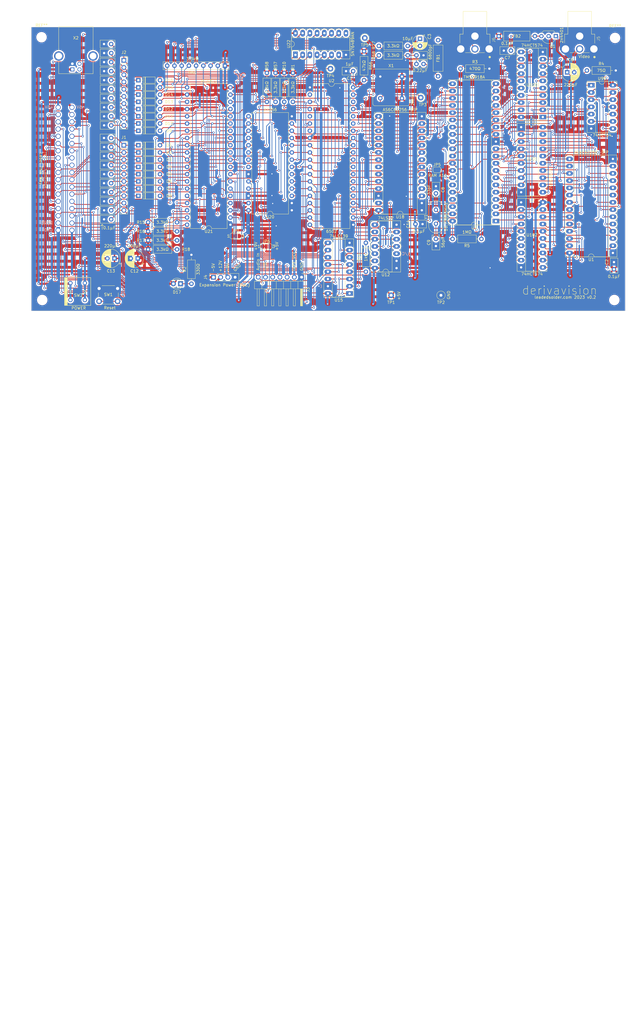
<source format=kicad_pcb>
(kicad_pcb (version 20221018) (generator pcbnew)
  (layers (0 "F.Cu" signal) (31 "B.Cu" signal) (34 "B.Paste" user) (35 "F.Paste" user) (36 "B.SilkS" user "B.Silkscreen") (37 "F.SilkS" user "F.Silkscreen") (38 "B.Mask" user) (39 "F.Mask" user) (44 "Edge.Cuts" user))
  (net 0 "")
  (net 1 "/~{RESET}")
  (net 2 "GND")
  (net 3 "+5V")
  (net 4 "/AUDIO_IN")
  (net 5 "Net-(C3-Pad2)")
  (net 6 "Net-(C4-Pad1)")
  (net 7 "Net-(C5-Pad2)")
  (net 8 "Net-(Q1-E)")
  (net 9 "Net-(C6-Pad2)")
  (net 10 "Net-(Q1-C)")
  (net 11 "Net-(U3-XTAL1)")
  (net 12 "Net-(U3-XTAL2)")
  (net 13 "+12V")
  (net 14 "+9V")
  (net 15 "-5V")
  (net 16 "Net-(D1-K)")
  (net 17 "Net-(D2-K)")
  (net 18 "Net-(D3-K)")
  (net 19 "Net-(D4-K)")
  (net 20 "Net-(D5-K)")
  (net 21 "Net-(D6-K)")
  (net 22 "Net-(D7-K)")
  (net 23 "Net-(D8-K)")
  (net 24 "/PA3")
  (net 25 "/PA2")
  (net 26 "/PA1")
  (net 27 "/PA0")
  (net 28 "Net-(D16-K)")
  (net 29 "Net-(D15-K)")
  (net 30 "Net-(D14-K)")
  (net 31 "Net-(D13-K)")
  (net 32 "Net-(D12-K)")
  (net 33 "Net-(D11-K)")
  (net 34 "Net-(D10-K)")
  (net 35 "Net-(D9-K)")
  (net 36 "Net-(D1-A)")
  (net 37 "Net-(D15-A)")
  (net 38 "Net-(D16-A)")
  (net 39 "Net-(D13-A)")
  (net 40 "Net-(D12-A)")
  (net 41 "Net-(D6-A)")
  (net 42 "Net-(D10-A)")
  (net 43 "Net-(D11-A)")
  (net 44 "Net-(D17-K)")
  (net 45 "Net-(FB1-Pad2)")
  (net 46 "/PA7")
  (net 47 "/PA6")
  (net 48 "/PA5")
  (net 49 "/PA4")
  (net 50 "/TAPE_VCC")
  (net 51 "/a11")
  (net 52 "Net-(JP5-B)")
  (net 53 "/COMVID")
  (net 54 "Net-(U2-~{NMI})")
  (net 55 "/~{IRQA}")
  (net 56 "Net-(U15A-O0)")
  (net 57 "/~{WRAM_CE}")
  (net 58 "Net-(U21-~{IRQB})")
  (net 59 "Net-(U21-~{IRQA})")
  (net 60 "Net-(U21-CA2)")
  (net 61 "Net-(U21-CA1)")
  (net 62 "Net-(U21-CB2)")
  (net 63 "Net-(U21-CB1)")
  (net 64 "/PSG_OUT")
  (net 65 "Net-(X2-VCC)")
  (net 66 "/CPUCLK")
  (net 67 "/Φ1")
  (net 68 "/Φ2")
  (net 69 "/vram_a11")
  (net 70 "/vram_a9")
  (net 71 "/vram_a8")
  (net 72 "/vram_a6")
  (net 73 "/vram_a5")
  (net 74 "/vram_a3")
  (net 75 "/vram_a2")
  (net 76 "/vram_a1")
  (net 77 "/vram_a0")
  (net 78 "/vd0")
  (net 79 "/vd1")
  (net 80 "/vd2")
  (net 81 "/vd3")
  (net 82 "/vd4")
  (net 83 "/vd5")
  (net 84 "/vd6")
  (net 85 "/vd7")
  (net 86 "/~{VDP_CAS}")
  (net 87 "/vram_a4")
  (net 88 "/VDP_W~{R}")
  (net 89 "/vram_a7")
  (net 90 "/vram_a10")
  (net 91 "/vram_a12")
  (net 92 "/vram_a13")
  (net 93 "/VDP_R~{W}")
  (net 97 "/a0")
  (net 98 "/a1")
  (net 99 "/a2")
  (net 100 "/a3")
  (net 101 "/a4")
  (net 102 "/a5")
  (net 103 "/a6")
  (net 104 "/a7")
  (net 105 "/a8")
  (net 106 "/a9")
  (net 107 "/a10")
  (net 108 "/a12")
  (net 109 "/a13")
  (net 110 "/a14")
  (net 111 "/a15")
  (net 112 "/d7")
  (net 113 "/d6")
  (net 114 "/d5")
  (net 115 "/d4")
  (net 116 "/d3")
  (net 117 "/d2")
  (net 118 "/d1")
  (net 119 "/d0")
  (net 120 "/R{slash}~{W}")
  (net 124 "/~{VDP_RAS}")
  (net 125 "/ad7")
  (net 126 "/ad6")
  (net 127 "/ad5")
  (net 128 "/ad4")
  (net 129 "/ad3")
  (net 130 "/ad2")
  (net 131 "/ad1")
  (net 132 "/ad0")
  (net 133 "/~{VDP_CSW}")
  (net 134 "/~{VDP_CSR}")
  (net 139 "/~{WRAM_WE}")
  (net 140 "/~{VDP_W}")
  (net 141 "/~{VDP_R}")
  (net 142 "Net-(U15A-E)")
  (net 143 "/~{PIA}")
  (net 144 "/~{ROM0}")
  (net 145 "/~{ROM1}")
  (net 146 "/~{ROM2}")
  (net 147 "/~{WRAM_OE}")
  (net 148 "/~{ROM_RD}")
  (net 150 "/VRAM_ROW")
  (net 151 "Net-(U99-Pad6)")
  (net 152 "Net-(U99-Pad11)")
  (net 153 "/VRAM_COL")
  (net 158 "/SW_VCC")
  (net 159 "/BIOS_A14")
  (footprint "Capacitor_THT:C_Disc_D5.0mm_W2.5mm_P2.50mm" (layer "F.Cu") (at 92.075 65.405 180)
    (fp_text reference "C137" hide)
    (fp_text value "C_Small")
  )
  (footprint "TestPoint:TestPoint_Loop_D2.50mm_Drill1.0mm" (layer "F.Cu") (at 181.23 47.397929)
    (fp_text reference "TP5")
    (fp_text value "TestPoint")
  )
  (footprint "Resistor_THT:R_Axial_DIN0207_L6.3mm_D2.5mm_P10.16mm_Horizontal" (layer "F.Cu") (at 105.03 112.167929)
    (fp_text reference "R15")
    (fp_text value "3.3kΩ")
  )
  (footprint "Diode_THT:D_DO-35_SOD27_P7.62mm_Horizontal" (layer "F.Cu") (at 101.6 90.17)
    (fp_text reference "D3")
    (fp_text value "D_Small")
  )
  (footprint "Capacitor_THT:CP_Radial_D5.0mm_P2.50mm" (layer "F.Cu") (at 200.661 47.691929 -90)
    (fp_text reference "C3")
    (fp_text value "10µF")
  )
  (footprint "Resistor_THT:R_Array_SIP9" (layer "F.Cu") (at 132.08 57.15 180)
    (fp_text reference "RN1")
    (fp_text value "3.3kΩ")
  )
  (footprint "TestPoint:TestPoint_Loop_D2.50mm_Drill1.0mm" (layer "F.Cu") (at 169.165 58.192929)
    (fp_text reference "TP4")
    (fp_text value "TestPoint")
  )
  (footprint "LeakyChips:PVA1_Switch" (layer "F.Cu") (at 80.265 136.678929)
    (fp_text reference "SW2")
    (fp_text value "Power Toggle")
  )
  (footprint "Diode_THT:D_DO-35_SOD27_P7.62mm_Horizontal" (layer "F.Cu") (at 101.6 85.09)
    (fp_text reference "D1")
    (fp_text value "D_Small")
  )
  (footprint "Connector_PinSocket_2.54mm:PinSocket_1x10_P2.54mm_Vertical" (layer "F.Cu") (at 96.52 55.245)
    (fp_text reference "J2")
    (fp_text value "Conn_01x10_Socket")
  )
  (footprint "Package_TO_SOT_THT:TO-92_Inline_Wide" (layer "F.Cu") (at 248.413 46.762929 180)
    (fp_text reference "Q1")
    (fp_text value "2n4401")
  )
  (footprint "Capacitor_THT:CP_Radial_D6.3mm_P2.50mm" (layer "F.Cu") (at 252.39 59.462929)
    (fp_text reference "C6")
    (fp_text value "220µF")
  )
  (footprint "Resistor_THT:R_Axial_DIN0309_L9.0mm_D3.2mm_P12.70mm_Horizontal" (layer "F.Cu") (at 228.347 46.762929)
    (fp_text reference "FB2")
    (fp_text value "FerriteBead_Small")
  )
  (footprint "Diode_THT:D_DO-35_SOD27_P7.62mm_Horizontal" (layer "F.Cu") (at 101.6 69.85)
    (fp_text reference "D13")
    (fp_text value "D_Small")
  )
  (footprint "Resistor_THT:R_Axial_DIN0207_L6.3mm_D2.5mm_P10.16mm_Horizontal" (layer "F.Cu") (at 196.343 50.191929 180)
    (fp_text reference "R27")
    (fp_text value "3.3kΩ")
  )
  (footprint "Capacitor_THT:C_Disc_D5.0mm_W2.5mm_P2.50mm" (layer "F.Cu") (at 199.05 112.802929)
    (fp_text reference "C14")
    (fp_text value "0.1µF")
  )
  (footprint "Jumper:SolderJumper-3_P1.3mm_Bridged12_RoundedPad1.0x1.5mm_NumberLabels" (layer "F.Cu") (at 146.588 120.65)
    (fp_text reference "JP6")
    (fp_text value "SolderJumper_3_Bridged12")
  )
  (footprint "Resistor_THT:R_Axial_DIN0207_L6.3mm_D2.5mm_P10.16mm_Horizontal" (layer "F.Cu") (at 181.61 129.54 90)
    (fp_text reference "R14")
    (fp_text value "1kΩ")
  )
  (footprint "Package_DIP:DIP-28_W15.24mm_Socket_LongPads" (layer "F.Cu") (at 268.478 122.936 180)
    (fp_text reference "U1")
    (fp_text value "AS6C62256-DIP")
  )
  (footprint "TestPoint:TestPoint_Loop_D2.50mm_Drill1.0mm" (layer "F.Cu") (at 190.501 137.821929)
    (fp_text reference "TP1")
    (fp_text value "TestPoint")
  )
  (footprint "Resistor_THT:R_Axial_DIN0207_L6.3mm_D2.5mm_P10.16mm_Horizontal" (layer "F.Cu") (at 259.335 58.827929)
    (fp_text reference "R4")
    (fp_text value "75Ω")
  )
  (footprint "Resistor_THT:R_Axial_DIN0207_L6.3mm_D2.5mm_P10.16mm_Horizontal" (layer "F.Cu") (at 180.975 52.07 -90)
    (fp_text reference "R66")
    (fp_text value "47kΩ")
  )
  (footprint "Oscillator:Oscillator_DIP-8" (layer "F.Cu") (at 194.31 60.96 180)
    (fp_text reference "X1")
    (fp_text value "2MHz")
  )
  (footprint "MountingHole:MountingHole_3.2mm_M3" (layer "F.Cu") (at 268.987 139.472929)
    (fp_text reference "REF**" hide)
    (fp_text value "MountingHole_3.2mm_M3")
  )
  (footprint "Capacitor_THT:CP_Radial_D6.3mm_P2.50mm" (layer "F.Cu") (at 93.219 124.867929 180)
    (fp_text reference "C13")
    (fp_text value "220µF")
  )
  (footprint "Capacitor_THT:C_Disc_D5.0mm_W2.5mm_P2.50mm" (layer "F.Cu") (at 92.075 107.95 180)
    (fp_text reference "C130" hide)
    (fp_text value "C_Small")
  )
  (footprint "Diode_THT:D_DO-35_SOD27_P7.62mm_Horizontal" (layer "F.Cu") (at 101.6 67.31)
    (fp_text reference "D14")
    (fp_text value "D_Small")
  )
  (footprint "Connector_PinHeader_2.54mm:PinHeader_1x07_P2.54mm_Horizontal" (layer "F.Cu") (at 159.005 131.445 -90)
    (fp_text reference "J3")
    (fp_text value "Conn_01x07_Pin")
  )
  (footprint "USB-B1HSB6:OST_USB-B1HSB6" (layer "F.Cu") (at 79.65 53.747929 180)
    (fp_text reference "X2")
    (fp_text value "USB-B1HSB6")
  )
  (footprint "Package_DIP:DIP-14_W7.62mm_Socket_LongPads" (layer "F.Cu") (at 260.858 64.008)
    (fp_text reference "U99")
    (fp_text value "74HCT04")
  )
  (footprint "Resistor_THT:R_Axial_DIN0207_L6.3mm_D2.5mm_P10.16mm_Horizontal" (layer "F.Cu") (at 146.812 59.69 -90)
    (fp_text reference "R58")
    (fp_text value "3.3kΩ")
  )
  (footprint "Capacitor_THT:C_Disc_D5.0mm_W2.5mm_P2.50mm" (layer "F.Cu") (at 92.075 71.755 180)
    (fp_text reference "C139" hide)
    (fp_text value "C_Small")
  )
  (footprint "Diode_THT:D_DO-35_SOD27_P7.62mm_Horizontal" (layer "F.Cu") (at 101.6 100.33)
    (fp_text reference "D7")
    (fp_text value "D_Small")
  )
  (footprint "Package_DIP:DIP-40_W15.24mm" (layer "F.Cu") (at 133.985 113.03 180)
    (fp_text reference "U21")
    (fp_text value "6821")
  )
  (footprint "Capacitor_THT:C_Disc_D5.0mm_W2.5mm_P2.50mm" (layer "F.Cu") (at 92.075 101.6 180)
    (fp_text reference "C128" hide)
    (fp_text value "C_Small")
  )
  (footprint "TestPoint:TestPoint_Loop_D2.50mm_Drill1.0mm" (layer "F.Cu") (at 200.915 68.352929)
    (fp_text reference "TP3")
    (fp_text value "TestPoint")
  )
  (footprint "Diode_THT:D_DO-35_SOD27_P7.62mm_Horizontal" (layer "F.Cu") (at 101.6 62.23)
    (fp_text reference "D16")
    (fp_text value "D_Small")
  )
  (footprint "Capacitor_THT:C_Disc_D5.0mm_W2.5mm_P2.50mm" (layer "F.Cu") (at 92.075 59.055 180)
    (fp_text reference "C135" hide)
    (fp_text value "C_Small")
  )
  (footprint "Resistor_THT:R_Axial_DIN0207_L6.3mm_D2.5mm_P10.16mm_Horizontal" (layer "F.Cu") (at 120.27 133.757929 90)
    (fp_text reference "R2")
    (fp_text value "330Ω")
  )
  (footprint "Connector_PinSocket_2.54mm:PinSocket_1x04_P2.54mm_Vertical" (layer "F.Cu") (at 128.017 131.471929 90)
    (fp_text reference "J4")
    (fp_text value "Conn_01x04_Socket")
  )
  (footprint "Diode_THT:D_DO-35_SOD27_P7.62mm_Horizontal" (layer "F.Cu") (at 101.6 102.87)
    (fp_text reference "D8")
    (fp_text value "D_Small")
  )
  (footprint "Capacitor_THT:C_Disc_D5.0mm_W2.5mm_P2.50mm" (layer "F.Cu") (at 206.249 120.509929 90)
    (fp_text reference "C9")
    (fp_text value "56pF")
  )
  (footprint "Capacitor_THT:CP_Radial_D6.3mm_P2.50mm" (layer "F.Cu") (at 101.42638 124.867929 180)
    (fp_text reference "C12")
    (fp_text value "100µF")
  )
  (footprint "Resistor_THT:R_Axial_DIN0207_L6.3mm_D2.5mm_P10.16mm_Horizontal" (layer "F.Cu") (at 105.03 115.342929)
    (fp_text reference "R16")
    (fp_text value "3.3kΩ")
  )
  (footprint "Resistor_THT:R_Axial_DIN0207_L6.3mm_D2.5mm_P10.16mm_Horizontal" (layer "F.Cu") (at 152.908 59.69 -90)
    (fp_text reference "R10")
    (fp_text value "3.3kΩ")
  )
  (footprint "MountingHole:MountingHole_3.2mm_M3" (layer "F.Cu") (at 269.241 47.397929)
    (fp_text reference "REF**")
    (fp_text value "MountingHole_3.2mm_M3")
  )
  (footprint "Capacitor_THT:C_Disc_D5.0mm_W2.5mm_P2.50mm" (layer "F.Cu") (at 92.075 85.725 180)
    (fp_text reference "C123" hide)
    (fp_text value "C_Small")
  )
  (footprint "Package_DIP:DIP-28_W15.24mm_Socket_LongPads" (layer "F.Cu") (at 201.295 107.95 180)
    (fp_text reference "U18")
    (fp_text value "AS6C62256-DIP")
  )
  (footprint "Capacitor_THT:C_Disc_D5.0mm_W2.5mm_P2.50mm" (layer "F.Cu") (at 92.035 82.55 180)
    (fp_text reference "C122" hide)
    (fp_text value "C_Small")
  )
  (footprint "Capacitor_THT:C_Disc_D5.0mm_W2.5mm_P2.50mm" (layer "F.Cu") (at 199.391 53.493929)
    (fp_text reference "C4" hide)
    (fp_text value "6800pF")
  )
  (footprint "Capacitor_THT:C_Disc_D5.0mm_W2.5mm_P2.50mm" (layer "F.Cu") (at 92.055 111.125 180)
    (fp_text reference "C131" hide)
    (fp_text value "C_Small")
  )
  (footprint "Resistor_THT:R_Axial_DIN0207_L6.3mm_D2.5mm_P10.16mm_Horizontal" (layer "F.Cu") (at 222.251 118.009929 180)
    (fp_text reference "R5")
    (fp_text value "1MΩ")
  )
  (footprint "Diode_THT:D_DO-35_SOD27_P7.62mm_Horizontal" (layer "F.Cu") (at 101.6 97.79)
    (fp_text reference "D6")
    (fp_text value "D_Small")
  )
  (footprint "Capacitor_THT:C_Disc_D5.0mm_W2.5mm_P2.50mm" (layer "F.Cu") (at 92.075 68.58 180)
    (fp_text reference "C138" hide)
    (fp_text value "C_Small")
  )
  (footprint "Package_DIP:DIP-40_W15.24mm_Socket_LongPads" (layer "F.Cu") (at 227.335 111.755 180)
    (fp_text reference "U3")
    (fp_text value "TMS9918A")
  )
  (footprint "Resistor_THT:R_Axial_DIN0207_L6.3mm_D2.5mm_P10.16mm_Horizontal" (layer "F.Cu") (at 155.956 59.69 -90)
    (fp_text reference "R1")
    (fp_text value "3.3kΩ")
  )
  (footprint "Package_DIP:DIP-16_W7.62mm_Socket_LongPads" (layer "F.Cu") (at 175.885 137.17 180)
    (fp_text reference "U15")
    (fp_text value "74LS139")
  )
  (footprint "Capacitor_THT:C_Disc_D5.0mm_W2.5mm_P2.50mm" (layer "F.Cu") (at 92.035 49.53 180)
    (fp_text reference "C132" hide)
    (fp_text value "C_Small")
  )
  (footprint "Resistor_THT:R_Axial_DIN0309_L9.0mm_D3.2mm_P12.70mm_Horizontal" (layer "F.Cu") (at 207.011 60.859929 90)
    (fp_text reference "FB1")
    (fp_text value "FerriteBead_Small")
  )
  (footprint "Resistor_THT:R_Axial_DIN0207_L6.3mm_D2.5mm_P10.16mm_Horizontal" (layer "F.Cu") (at 149.86 59.69 -90)
    (fp_text reference "R57")
    (fp_text value "3.3kΩ")
  )
  (footprint "Capacitor_THT:C_Disc_D5.0mm_W2.5mm_P2.50mm" (layer "F.Cu") (at 92.055 55.88 180)
    (fp_text reference "C134" hide)
    (fp_text value "C_Small")
  )
  (footprint "Resistor_THT:R_Axial_DIN0207_L6.3mm_D2.5mm_P10.16mm_Horizontal" (layer "F.Cu") (at 105.03 121.692929)
    (fp_text reference "R18")
    (fp_text value "3.3kΩ")
  )
  (footprint "Package_DIP:DIP-16_W7.62mm_Socket_LongPads" (layer "F.Cu") (at 156.845 53.34 90)
    (fp_text reference "U22")
    (fp_text value "SN76489AN")
  )
  (footprint "Capacitor_THT:C_Disc_D5.0mm_W2.5mm_P2.50mm" (layer "F.Cu") (at 199.391 56.541929)
    (fp_text reference "C5" hide)
    (fp_text value "0.22µF")
  )
  (footprint "Jumper:SolderJumper-2_P1.3mm_Bridged2Bar_RoundedPad1.0x1.5mm" (layer "F.Cu") (at 206.63 93.752929)
    (fp_text reference "JP5")
    (fp_text value "SolderJumper_2_Bridged")
  )
  (footprint "Diode_THT:D_DO-35_SOD27_P7.62mm_Horizontal" (layer "F.Cu") (at 101.6 92.71)
    (fp_text reference "D4")
    (fp_text value "D_Small")
  )
  (footprint "Diode_THT:D_DO-35_SOD27_P7.62mm_Horizontal" (layer "F.Cu") (at 101.6 72.39)
    (fp_text reference "D12")
    (fp_text value "D_Small")
  )
  (footprint "Package_DIP:DIP-20_W7.62mm_Socket_LongPads" (layer "F.Cu") (at 236.22 78.74)
    (fp_text reference "U101")
    (fp_text value "74HCT574")
  )
  (footprint "Capacitor_THT:C_Disc_D5.0mm_W2.5mm_P2.50mm" (layer "F.Cu") (at 92.075 52.705 180)
    (fp_text reference "C133" hide)
    (fp_text value "C_Small")
  )
  (footprint "Package_DIP:DIP-14_W7.62mm_Socket_LongPads" (layer "F.Cu") (at 192.405 128.27 180)
    (fp_text reference "U12")
    (fp_text value "74LS32")
  )
  (footprint "Capacitor_THT:C_Disc_D5.0mm_W2.5mm_P2.50mm" (layer "F.Cu") (at 92.075 104.775 180)
    (fp_text reference "C129" hide)
    (fp_text value "C_Small")
  )
  (footprint "CreatiVision:Cartridge_Slot_36p" (layer "F.Cu") (at 73.407 71.781929 -90)
    (fp_text reference "P1" hide)
    (fp_text value "Cartridge Slot")
  )
  (footprint "Diode_THT:D_DO-35_SOD27_P7.62mm_Horizontal" (layer "F.Cu") (at 101.6 77.47)
    (fp_text reference "D10")
    (fp_text value "D_Small")
  )
  (footprint "Capacitor_THT:C_Disc_D5.0mm_W2.5mm_P2.50mm" (layer "F.Cu") (at 177.145 59.055 180)
    (fp_text reference "C1")
    (fp_text value "1µF")
  )
  (footprint "Package_DIP:DIP-20_W7.62mm_Socket_LongPads" (layer "F.Cu") (at 243.84 75.184 180)
    (fp_text reference "U100")
    (fp_text value "74HCT574")
  )
  (footprint "Resistor_THT:R_Axial_DIN0207_L6.3mm_D2.5mm_P10.16mm_Horizontal" (layer "F.Cu") (at 105.03 118.517929)
    (fp_text reference "R17")
    (fp_text value "3.3kΩ")
  )
  (footprint "Diode_THT:D_DO-35_SOD27_P7.62mm_Horizontal" (layer "F.Cu") (at 101.6 80.01)
    (fp_text reference "D9")
    (fp_text value "D_Small")
  )
  (footprint "Package_DIP:DIP-20_W7.62mm_Socket_LongPads" (layer "F.Cu") (at 236.22 105.156)
    (fp_text reference "U102")
    (fp_text value "74HCT574")
  )
  (footprint "Capacitor_THT:C_Disc_D5.0mm_W2.5mm_P2.50mm" (layer "F.Cu") (at 92.075 62.23 180)
    (fp_text reference "C136" hide)
    (fp_text value "C_Small")
  )
  (footprint "Diode_THT:D_DO-35_SOD27_P7.62mm_Horizontal" (layer "F.Cu") (at 101.6 74.93)
    (fp_text reference "D11")
    (fp_text value "D_Small")
  )
  (footprint "Diode_THT:D_DO-35_SOD27_P7.62mm_Horizontal" (layer "F.Cu") (at 101.6 64.77)
    (fp_text reference "D15")
    (fp_text value "D_Small")
  )
  (footprint "Capacitor_THT:C_Disc_D5.0mm_W2.5mm_P2.50mm" (layer "F.Cu") (at 268.86 128.657929 90)
    (fp_text reference "C2")
    (fp_text value "0.1µF")
  )
  (footprint "Capacitor_THT:C_Disc_D5.0mm_W2.5mm_P2.50mm" (layer "F.Cu") (at 232.625 51.842929 180)
    (fp_text reference "C7")
    (fp_text value "0.1µF")
  )
  (footprint "Jumper:SolderJumper-3_P1.3mm_Bridged12_RoundedPad1.0x1.5mm_NumberLabels" (layer "F.Cu") (at 135.861 116.993929)
    (fp_text reference "JP1")
    (fp_text value "27c64_Select")
  )
  (footprint "Package_DIP:DIP-40_W15.24mm" (layer "F.Cu") (at 161.925 64.77)
    (fp_text reference "U2")
    (fp_text value "6502")
  )
  (footprint "Diode_THT:D_DO-35_SOD27_P7.62mm_Horizontal" (layer "F.Cu") (at 101.6 87.63)
    (fp_text reference "D2")
    (fp_text value "D_Small")
  )
  (footprint "Jacks:CUI_RCJ-017" (layer "F.Cu") (at 256.795 45.312929 -90)
    (fp_text reference "J5")
    (fp_text value "RCJ-013")
  )
  (footprint "Crystal:Crystal_HC49-4H_Vertical" (layer "F.Cu") (at 206.248 112.686 90)
    (fp_text reference "Y1")
    (fp_text value "10.73863MHz")
  )
  (footprint "Capacitor_THT:C_Disc_D5.0mm_W2.5mm_P2.50mm" (layer "F.Cu") (at 92.075 95.25 180)
    (fp_text reference "C126" hide)
    (fp_text value "C_Small")
  )
  (footprint "Capacitor_THT:C_Disc_D5.0mm_W2.5mm_P2.50mm" (layer "F.Cu") (at 92.075 74.93 180)
    (fp_text reference "C140" hide)
    (fp_text value "C_Small")
  )
  (footprint "Connector_PinSocket_2.54mm:PinSocket_1x10_P2.54mm_Vertical" (layer "F.Cu") (at 96.52 85.09)
    (fp_text reference "J1")
    (fp_text value "Conn_01x10_Socket")
  )
  (footprint "Button_Switch_THT:SW_PUSH_6mm" (layer "F.Cu") (at 87.81 135.428929)
    (fp_text reference "SW1")
    (fp_text value "Reset")
  )
  (footprint "LED_THT:LED_D3.0mm" (layer "F.Cu") (at 116.46 133.757929 180)
    (fp_text reference "D17")
    (fp_text value "LED")
  )
  (footprint "Capacitor_THT:C_Disc_D5.0mm_W2.5mm_P2.50mm" (layer "F.Cu") (at 92.035 98.425 180)
    (fp_text reference "C127" hide)
    (fp_text value "C_Small")
  )
  (footprint "Resistor_THT:R_Axial_DIN0207_L6.3mm_D2.5mm_P10.16mm_Horizontal" (layer "F.Cu") (at 214.885 58.192929)
    (fp_text reference "R3")
    (fp_text value "470Ω")
  )
  (footprint "MountingHole:MountingHole_3.2mm_M3" (layer "F.Cu") (at 67.819 139.472929)
    (fp_text reference "REF**" hide)
    (fp_text value "MountingHole_3.2mm_M3")
  )
  (footprint "Capacitor_THT:C_Disc_D5.0mm_W2.5mm_P2.50mm" (layer "F.Cu") (at 92.055 88.9 180)
    (fp_text reference "C124" hide)
    (fp_text value "C_Small")
  )
  (footprint "Package_DIP:DIP-28_W15.24mm" (layer "F.Cu") (at 155.575 107.95 180)
    (fp_text reference "U20")
    (fp_text value "27256")
  )
  (footprint "Diode_THT:D_DO-35_SOD27_P7.62mm_Horizontal" (layer "F.Cu") (at 101.6 95.25)
    (fp_text reference "D5")
    (fp_text value "D_Small")
  )
  (footprint "Capacitor_THT:C_Disc_D5.0mm_W2.5mm_P2.50mm" (layer "F.Cu") (at 92.055 92.075 180)
    (fp_text reference "C125" hide)
    (fp_text value "C_Small")
  )
  (footprint "Jacks:CUI_RCJ-017" (layer "F.Cu") (at 219.965 45.312929 -90)
    (fp_text reference "J6")
    (fp_text value "RCJ-014")
  )
  (footprint "Capacitor_THT:C_Disc_D5.0mm_W2.5mm_P2.50mm" (layer "F.Cu") (at 92.075 78.105 180)
    (fp_text reference "C141" hide)
    (fp_text value "C_Small")
  )
  (footprint "MountingHole:MountingHole_3.2mm_M3" (layer "F.Cu") (at 67.565 47.143929)
    (fp_text reference "REF**")
    (fp_text value "MountingHole_3.2mm_M3")
  )
  (footprint "Capacitor_THT:C_Disc_D5.0mm_W2.5mm_P2.50mm" (layer "F.Cu") (at 206.249 99.507929 -90)
    (fp_text reference "C8")
    (fp_text value "33pF")
  )
  (footprint "TestPoint:TestPoint_Loop_D2.50mm_Drill1.0mm" (layer "F.Cu") (at 208.027 137.821929)
    (fp_text reference "TP2")
    (fp_text value "TestPoint")
  )
  (footprint "Resistor_THT:R_Axial_DIN0207_L6.3mm_D2.5mm_P10.16mm_Horizontal" (layer "F.Cu") (at 186.183 53.493929)
    (fp_text reference "R68")
    (fp_text value "3.3kΩ")
  )
  (gr_line (start 88.393 113.437929) (end 88.901 112.929929) (stroke (width 0.15)) (layer "F.SilkS"))
  (gr_line (start 88.901 114.707929) (end 88.901 112.929929) (stroke (width 0.15)) (layer "F.SilkS"))
  (gr_line (start 88.901 112.929929) (end 89.409 113.437929) (stroke (width 0.15)) (layer "F.SilkS"))
  (gr_line (start 88.901 112.929929) (end 88.393 113.437929) (stroke (width 0.15)) (layer "F.SilkS"))
  (gr_line (start 65.66 143.282929) (end 64.009 143.282929) (stroke (width 0.1)) (layer "Edge.Cuts"))
  (gr_line (start 272.797 143.282929) (end 272.797 43.587929) (stroke (width 0.1)) (layer "Edge.Cuts"))
  (gr_line (start 64.009 43.587929) (end 64.009 143.282929) (stroke (width 0.1)) (layer "Edge.Cuts"))
  (gr_line (start 272.797 43.587929) (end 271.4 43.587929) (stroke (width 0.1)) (layer "Edge.Cuts"))
  (gr_line (start 65.66 43.587929) (end 64.009 43.587929) (stroke (width 0.1)) (layer "Edge.Cuts"))
  (gr_line (start 272.797 143.282929) (end 271.4 143.282929) (stroke (width 0.1)) (layer "Edge.Cuts"))
  (gr_line (start 80.9 43.587929) (end 65.66 43.587929) (stroke (width 0.1)) (layer "Edge.Cuts"))
  (gr_line (start 65.66 143.282929) (end 80.9 143.282929) (stroke (width 0.1)) (layer "Edge.Cuts"))
  (gr_line (start 271.4 43.587929) (end 80.9 43.587929) (stroke (width 0.1)) (layer "Edge.Cuts"))
  (gr_line (start 80.9 143.282929) (end 271.4 143.282929) (stroke (width 0.1)) (layer "Edge.Cuts"))
  (gr_text "N/C" (at 197.485 123.825) (layer "B.SilkS") (effects (font (size 1 1)) (justify left bottom mirror)))
  (gr_text "~{ROM0}" (at 71.629 113.183929) (layer "B.SilkS") (effects (font (size 1 1)) (justify left bottom mirror)))
  (gr_text "-5V" (at 83.059 72.289929) (layer "B.SilkS") (effects (font (size 1 1)) (justify left bottom mirror)))
  (gr_text "GND" (at 71.629 115.469929) (layer "B.SilkS") (effects (font (size 1 1)) (justify left bottom mirror)))
  (gr_text "+5V" (at 71.883 72.289929) (layer "B.SilkS") (effects (font (size 1 1)) (justify left bottom mirror)))
  (gr_text "Φ2" (at 81.789 102.769929) (layer "B.SilkS") (effects (font (size 1 1)) (justify left bottom mirror)))
  (gr_text "E" (at 166.37 135.255) (layer "B.SilkS") (effects (font (size 1 1)) (justify left bottom mirror)))
  (gr_text "MC6821" (at 123.445 63.145929) (layer "F.SilkS") (effects (font (size 1 1)) (justify left bottom)))
  (gr_text "+5V" (at 150.876 122.174 90) (layer "F.SilkS") (effects (font (size 1 1)) (justify left bottom)))
  (gr_text "+9V" (at 143.51 122.174 90) (layer "F.SilkS") (effects (font (size 1 1)) (justify left bottom)))
  (gr_text "GND" (at 159.64 129.312929 90) (layer "F.SilkS") (effects (font (size 1 1)) (justify left bottom)))
  (gr_text "+9V" (at 133.605 129.693929 90) (layer "F.SilkS") (effects (font (size 1 1)) (justify left bottom)))
  (gr_text "GND" (at 211.329 139.345929 90) (layer "F.SilkS") (effects (font (size 1 1)) (justify left bottom)))
  (gr_text "POWER" (at 77.979 142.901929) (layer "F.SilkS") (effects (font (size 1 1)) (justify left bottom)))
  (gr_text "+12V" (at 131.065 129.693929 90) (layer "F.SilkS") (effects (font (size 1 1)) (justify left bottom)))
  (gr_text "leadedsolder.com 2023 v0.2" (at 262.637 139.091929) (layer "F.SilkS") (effects (font (size 1 1)) (justify right bottom)))
  (gr_text "0.1µF" (at 89.155 114.707929) (layer "F.SilkS") (effects (font (size 1 1)) (justify left bottom)))
  (gr_text "RAM A11" (at 203.455 96.292929) (layer "F.SilkS") (effects (font (size 1 1)) (justify left bottom)))
  (gr_text "Label This Way" (at 66.803 87.529929 -90) (layer "F.SilkS") (effects (font (size 1 1)) (justify left bottom)))
  (gr_text "+5V" (at 193.803 139.599929 90) (layer "F.SilkS") (effects (font (size 1 1)) (justify left bottom)))
  (gr_text "Audio In" (at 144.273 129.185929 90) (layer "F.SilkS") (effects (font (size 1 1)) (justify left bottom)))
  (gr_text "I/O" (at 146.813 128.931929 90) (layer "F.SilkS") (effects (font (size 1 1)) (justify left bottom)))
  (gr_text "-5V" (at 128.525 129.693929 90) (layer "F.SilkS") (effects (font (size 1 1)) (justify left bottom)))
  (gr_text "TAPE_VCC" (at 156.973 129.439929 90) (layer "F.SilkS") (effects (font (size 1 1)) (justify left bottom)))
  (gr_text "derivavision" (at 263.145 137.821929) (layer "F.SilkS") (effects (font (size 3 3)) (justify right bottom)))
  (gr_text "GND" (at 135.637 129.693929 45) (layer "F.SilkS") (effects (font (size 1 1)) (justify left bottom)))
  (gr_text "Video" (at 256.287 54.509929) (layer "F.SilkS") (effects (font (size 1 1)) (justify left bottom)))
  (gr_text "Expansion Power (Opt.)" (at 122.937 134.773929) (layer "F.SilkS") (effects (font (size 1 1)) (justify left bottom)))
  (segment (start 140.037761 60.815) (end 138.88769 59.664929) (width 0.25) (layer "F.Cu") (net 1))
  (segment (start 192.252071 62.23) (end 180.975 62.23) (width 0.25) (layer "F.Cu") (net 1))
  (segment (start 127.00238 60.097929) (end 126.865378 59.960927) (width 0.25) (layer "F.Cu") (net 1))
  (segment (start 208.907071 86.505) (end 193.557929 86.505) (width 0.25) (layer "F.Cu") (net 1))
  (segment (start 175.69007 60.50993) (end 166.603287 60.50993) (width 0.25) (layer "F.Cu") (net 1))
  (segment (start 118.4076 97.4526) (end 114.536374 97.4526) (width 0.25) (layer "F.Cu") (net 1))
  (segment (start 126.865378 59.960927) (end 115.862503 59.960927) (width 0.25) (layer "F.Cu") (net 1))
  (segment (start 138.197789 59.664929) (end 137.764789 60.097929) (width 0.25) (layer "F.Cu") (net 1))
  (segment (start 193.557929 86.505) (end 192.66 87.402929) (width 0.25) (layer "F.Cu") (net 1))
  (segment (start 158.24257 60.389501) (end 157.817071 60.815) (width 0.25) (layer "F.Cu") (net 1))
  (segment (start 137.764789 60.097929) (end 127.00238 60.097929) (width 0.25) (layer "F.Cu") (net 1))
  (segment (start 138.88769 59.664929) (end 138.197789 59.664929) (width 0.25) (layer "F.Cu") (net 1))
  (segment (start 162.999757 60.76393) (end 162.625328 60.389501) (width 0.25) (layer "F.Cu") (net 1))
  (segment (start 166.349287 60.76393) (end 162.999757 60.76393) (width 0.25) (layer "F.Cu") (net 1))
  (segment (start 162.625328 60.389501) (end 158.24257 60.389501) (width 0.25) (layer "F.Cu") (net 1))
  (segment (start 177.145 59.055) (end 175.69007 60.50993) (width 0.25) (layer "F.Cu") (net 1))
  (segment (start 192.66 62.637929) (end 192.252071 62.23) (width 0.25) (layer "F.Cu") (net 1))
  (segment (start 209.17 86.767929) (end 208.907071 86.505) (width 0.25) (layer "F.Cu") (net 1))
  (segment (start 115.862503 59.960927) (end 115.788954 60.034476) (width 0.25) (layer "F.Cu") (net 1))
  (segment (start 157.817071 60.815) (end 140.037761 60.815) (width 0.25) (layer "F.Cu") (net 1))
  (segment (start 166.603287 60.50993) (end 166.349287 60.76393) (width 0.25) (layer "F.Cu") (net 1))
  (segment (start 210.027071 96.515) (end 209.805 96.292929) (width 0.25) (layer "F.Cu") (net 1))
  (segment (start 118.745 97.79) (end 118.4076 97.4526) (width 0.25) (layer "F.Cu") (net 1))
  (segment (start 212.095 96.515) (end 210.027071 96.515) (width 0.25) (layer "F.Cu") (net 1))
  (via (at 209.17 86.767929) (size 0.8) (drill 0.4) (layers "F.Cu" "B.Cu") (net 1))
  (via (at 192.66 87.402929) (size 0.8) (drill 0.4) (layers "F.Cu" "B.Cu") (net 1))
  (via (at 114.536374 97.4526) (size 0.8) (drill 0.4) (layers "F.Cu" "B.Cu") (net 1))
  (via (at 209.805 96.292929) (size 0.8) (drill 0.4) (layers "F.Cu" "B.Cu") (net 1))
  (via (at 192.66 62.637929) (size 0.8) (drill 0.4) (layers "F.Cu" "B.Cu") (net 1))
  (via (at 115.788954 60.034476) (size 0.8) (drill 0.4) (layers "F.Cu" "B.Cu") (net 1))
  (segment (start 192.66 87.402929) (end 192.66 62.637929) (width 0.25) (layer "B.Cu") (net 1))
  (segment (start 177.165 64.77) (end 178.435 64.77) (width 0.25) (layer "B.Cu") (net 1))
  (segment (start 114.536374 97.4526) (end 114.536374 63.764028) (width 0.25) (layer "B.Cu") (net 1))
  (segment (start 115.788954 62.511448) (end 115.788954 60.034476) (width 0.25) (layer "B.Cu") (net 1))
  (segment (start 209.805 96.292929) (end 209.805 87.402929) (width 0.25) (layer "B.Cu") (net 1))
  (segment (start 177.145 64.75) (end 177.165 64.77) (width 0.25) (layer "B.Cu") (net 1))
  (segment (start 114.536374 63.764028) (end 115.788954 62.511448) (width 0.25) (layer "B.Cu") (net 1))
  (segment (start 209.805 87.402929) (end 209.17 86.767929) (width 0.25) (layer "B.Cu") (net 1))
  (segment (start 177.145 59.055) (end 177.145 64.75) (width 0.25) (layer "B.Cu") (net 1))
  (segment (start 178.435 64.77) (end 180.975 62.23) (width 0.25) (layer "B.Cu") (net 1))
  (segment (start 148.845 105.563929) (end 155.421071 105.563929) (width 0.75) (layer "F.Cu") (net 2))
  (segment (start 229.992429 83.815) (end 230.2145 83.592929) (width 0.75) (layer "F.Cu") (net 2))
  (segment (start 168.265 134.63) (end 165.11 134.63) (width 0.75) (layer "F.Cu") (net 2))
  (segment (start 138.685 116.993929) (end 139.447 116.231929) (width 0.75) (layer "F.Cu") (net 2))
  (segment (start 192.505071 112.929929) (end 192.405 113.03) (width 0.75) (layer "F.Cu") (net 2))
  (segment (start 201.295 105.41) (end 201.63531 105.41) (width 0.75) (layer "F.Cu") (net 2))
  (segment (start 225.452929 128.016) (end 236.22 128.016) (width 0.75) (layer "F.Cu") (net 2))
  (segment (start 148.490929 95.25) (end 148.591 95.149929) (width 0.75) (layer "F.Cu") (net 2))
  (segment (start 192.405 128.27) (end 196.388505 128.27) (width 0.75) (layer "F.Cu") (net 2))
  (segment (start 161.925 64.77) (end 172.313071 64.77) (width 0.75) (layer "F.Cu") (net 2))
  (segment (start 149.679142 113.03) (end 150.087071 113.437929) (width 0.75) (layer "F.Cu") (net 2))
  (segment (start 155.421071 105.563929) (end 155.575 105.41) (width 0.75) (layer "F.Cu") (net 2))
  (segment (start 140.209 113.03) (end 149.679142 113.03) (width 0.75) (layer "F.Cu") (net 2))
  (segment (start 172.313071 64.77) (end 172.467 64.923929) (width 0.75) (layer "F.Cu") (net 2))
  (segment (start 196.980566 128.169929) (end 196.6345 128.515995) (width 0.75) (layer "F.Cu") (net 2))
  (segment (start 195.984 54.868929) (end 195.581 55.271929) (width 0.75) (layer "F.Cu") (net 2))
  (segment (start 261.367 81.941929) (end 260.859 81.433929) (width 0.75) (layer "F.Cu") (net 2))
  (segment (start 192.405 125.73) (end 196.106738 125.73) (width 0.75) (layer "F.Cu") (net 2))
  (segment (start 200.516 54.868929) (end 195.984 54.868929) (width 0.75) (layer "F.Cu") (net 2))
  (segment (start 137.161 116.993929) (end 138.685 116.993929) (width 0.75) (layer "F.Cu") (net 2))
  (segment (start 165.11 134.63) (end 165.1 134.62) (width 0.75) (layer "F.Cu") (net 2))
  (segment (start 201.63531 105.41) (end 203.3655 103.67981) (width 0.75) (layer "F.Cu") (net 2))
  (segment (start 268.225 81.941929) (end 261.367 81.941929) (width 0.75) (layer "F.Cu") (net 2))
  (segment (start 232.527429 78.74) (end 230.2145 81.052929) (width 0.75) (layer "F.Cu") (net 2))
  (segment (start 225.299 128.169929) (end 225.452929 128.016) (width 0.75) (layer "F.Cu") (net 2))
  (segment (start 133.985 113.03) (end 140.209 113.03) (width 0.75) (layer "F.Cu") (net 2))
  (segment (start 227.335 83.815) (end 229.992429 83.815) (width 0.75) (layer "F.Cu") (net 2))
  (segment (start 195.681071 102.87) (end 195.835 103.023929) (width 0.75) (layer "F.Cu") (net 2))
  (segment (start 190.093071 74.93) (end 189.993 74.829929) (width 0.75) (layer "F.Cu") (net 2))
  (segment (start 236.22 78.74) (end 232.527429 78.74) (width 0.75) (layer "F.Cu") (net 2))
  (segment (start 140.335 95.25) (end 148.490929 95.25) (width 0.75) (layer "F.Cu") (net 2))
  (segment (start 140.335 102.87) (end 148.490929 102.87) (width 0.75) (layer "F.Cu") (net 2))
  (segment (start 201.295 74.93) (end 190.093071 74.93) (width 0.75) (layer "F.Cu") (net 2))
  (segment (start 195.073 112.929929) (end 192.505071 112.929929) (width 0.75) (layer "F.Cu") (net 2))
  (segment (start 196.106738 125.73) (end 196.3805 126.003762) (width 0.75) (layer "F.Cu") (net 2))
  (segment (start 225.299 128.169929) (end 196.980566 128.169929) (width 0.75) (layer "F.Cu") (net 2))
  (segment (start 186.055 102.87) (end 195.681071 102.87) (width 0.75) (layer "F.Cu") (net 2))
  (segment (start 201.891 53.493929) (end 200.516 54.868929) (width 0.75) (layer "F.Cu") (net 2))
  (segment (start 196.388505 128.27) (end 196.6345 128.515995) (width 0.75) (layer "F.Cu") (net 2))
  (segment (start 148.490929 102.87) (end 148.591 102.769929) (width 0.75) (layer "F.Cu") (net 2))
  (via (at 148.591 95.149929) (size 0.8) (drill 0.4) (layers "F.Cu" "B.Cu") (net 2))
  (via (at 189.993 74.829929) (size 0.8) (drill 0.4) (layers "F.Cu" "B.Cu") (net 2))
  (via (at 195.073 112.929929) (size 0.8) (drill 0.4) (layers "F.Cu" "B.Cu") (net 2))
  (via (at 148.845 105.563929) (size 0.8) (drill 0.4) (layers "F.Cu" "B.Cu") (net 2))
  (via (at 140.209 113.03) (size 0.8) (drill 0.4) (layers "F.Cu" "B.Cu") (net 2))
  (via (at 203.3655 103.67981) (size 0.8) (drill 0.4) (layers "F.Cu" "B.Cu") (net 2))
  (via (at 195.581 55.271929) (size 0.8) (drill 0.4) (layers "F.Cu" "B.Cu") (net 2))
  (via (at 196.6345 128.515995) (size 0.8) (drill 0.4) (layers "F.Cu" "B.Cu") (net 2))
  (via (at 148.591 102.769929) (size 0.8) (drill 0.4) (layers "F.Cu" "B.Cu") (net 2))
  (via (at 195.835 103.023929) (size 0.8) (drill 0.4) (layers "F.Cu" "B.Cu") (net 2))
  (via (at 230.2145 83.592929) (size 0.8) (drill 0.4) (layers "F.Cu" "B.Cu") (net 2))
  (via (at 230.2145 81.052929) (size 0.8) (drill 0.4) (layers "F.Cu" "B.Cu") (net 2))
  (via (at 260.859 81.433929) (size 0.8) (drill 0.4) (layers "F.Cu" "B.Cu") (net 2))
  (via (at 172.467 64.923929) (size 0.8) (drill 0.4) (layers "F.Cu" "B.Cu") (net 2))
  (via (at 139.447 116.231929) (size 0.8) (drill 0.4) (layers "F.Cu" "B.Cu") (net 2))
  (via (at 196.3805 126.003762) (size 0.8) (drill 0.4) (layers "F.Cu" "B.Cu") (net 2))
  (via (at 150.087071 113.437929) (size 0.8) (drill 0.4) (layers "F.Cu" "B.Cu") (net 2))
  (via (at 268.225 81.941929) (size 0.8) (drill 0.4) (layers "F.Cu" "B.Cu") (net 2))
  (via (at 165.1 134.62) (size 0.8) (drill 0.4) (layers "F.Cu" "B.Cu") (net 2))
  (via (at 225.299 128.169929) (size 0.8) (drill 0.4) (layers "F.Cu" "B.Cu") (net 2))
  (segment (start 260.859 81.433929) (end 260.859 79.249) (width 0.75) (layer "B.Cu") (net 2))
  (segment (start 189.993 74.829929) (end 189.993 61.060071) (width 0.75) (layer "B.Cu") (net 2))
  (segment (start 195.581 55.271929) (end 189.892929 60.96) (width 0.75) (layer "B.Cu") (net 2))
  (segment (start 237.995 106.931) (end 236.22 105.156) (width 0.75) (layer "B.Cu") (net 2))
  (segment (start 268.86 123.318) (end 268.478 122.936) (width 0.75) (layer "B.Cu") (net 2))
  (segment (start 268.86 126.157929) (end 268.86 123.318) (width 0.75) (layer "B.Cu") (net 2))
  (segment (start 177.165 118.11) (end 175.885 119.39) (width 0.75) (layer "B.Cu") (net 2))
  (segment (start 167.745141 141.844929) (end 165.1 139.199788) (width 0.75) (layer "B.Cu") (net 2))
  (segment (start 177.66 118.605) (end 177.66 139.205) (width 0.75) (layer "B.Cu") (net 2))
  (segment (start 225.045 127.915929) (end 225.299 128.169929) (width 0.75) (layer "B.Cu") (net 2))
  (segment (start 225.457929 83.815) (end 225.045 84.227929) (width 0.75) (layer "B.Cu") (net 2))
  (segment (start 133.985 113.03) (end 133.985 129.819929) (width 0.75) (layer "B.Cu") (net 2))
  (segment (start 177.165 118.11) (end 177.66 118.605) (width 0.75) (layer "B.Cu") (net 2))
  (segment (start 148.591 95.149929) (end 148.591 105.309929) (width 0.75) (layer "B.Cu") (net 2))
  (segment (start 140.209 115.469929) (end 140.209 113.03) (width 0.75) (layer "B.Cu") (net 2))
  (segment (start 177.66 139.205) (end 175.020071 141.844929) (width 0.75) (layer "B.Cu") (net 2))
  (segment (start 230.2145 81.052929) (end 230.2145 83.592929) (width 0.75) (layer "B.Cu") (net 2))
  (segment (start 150.087071 113.437929) (end 155.575 107.95) (width 0.75) (layer "B.Cu") (net 2))
  (segment (start 201.55 112.802929) (end 201.55 108.205) (width 0.75) (layer "B.Cu") (net 2))
  (segment (start 237.995 126.241) (end 237.995 106.931) (width 0.75) (layer "B.Cu") (net 2))
  (segment (start 189.993 61.060071) (end 189.892929 60.96) (width 0.75) (layer "B.Cu") (net 2))
  (segment (start 227.335 83.815) (end 225.457929 83.815) (width 0.75) (layer "B.Cu") (net 2))
  (segment (start 174.625 53.34) (end 174.625 59.035) (width 0.75) (layer "B.Cu") (net 2))
  (segment (start 236.22 128.016) (end 237.995 126.241) (width 0.75) (layer "B.Cu") (net 2))
  (segment (start 133.985 129.819929) (end 135.637 131.471929) (width 0.75) (layer "B.Cu") (net 2))
  (segment (start 189.892929 60.96) (end 186.69 60.96) (width 0.75) (layer "B.Cu") (net 2))
  (segment (start 195.835 112.167929) (end 195.073 112.929929) (width 0.75) (layer "B.Cu") (net 2))
  (segment (start 174.625 59.035) (end 174.645 59.055) (width 0.75) (layer "B.Cu") (net 2))
  (segment (start 225.045 84.227929) (end 225.045 58.192929) (width 0.75) (layer "B.Cu") (net 2))
  (segment (start 195.835 103.023929) (end 195.835 112.167929) (width 0.75) (layer "B.Cu") (net 2))
  (segment (start 172.467 64.923929) (end 172.467 61.233) (width 0.75) (layer "B.Cu") (net 2))
  (segment (start 175.020071 141.844929) (end 167.745141 141.844929) (width 0.75) (layer "B.Cu") (net 2))
  (segment (start 165.1 139.199788) (end 165.1 134.62) (width 0.75) (layer "B.Cu") (net 2))
  (segment (start 260.859 79.249) (end 260.858 79.248) (width 0.75) (layer "B.Cu") (net 2))
  (segment (start 148.591 105.309929) (end 148.845 105.563929) (width 0.75) (layer "B.Cu") (net 2))
  (segment (start 268.478 89.916) (end 268.478 82.194929) (width 0.75) (layer "B.Cu") (net 2))
  (segment (start 236.22 105.156) (end 236.22 101.6) (width 0.75) (layer "B.Cu") (net 2))
  (segment (start 268.478 82.194929) (end 268.225 81.941929) (width 0.75) (layer "B.Cu") (net 2))
  (segment (start 139.447 116.231929) (end 140.209 115.469929) (width 0.75) (layer "B.Cu") (net 2))
  (segment (start 201.55 108.205) (end 201.295 107.95) (width 0.75) (layer "B.Cu") (net 2))
  (segment (start 225.045 84.227929) (end 225.045 127.915929) (width 0.75) (layer "B.Cu") (net 2))
  (segment (start 172.467 61.233) (end 174.645 59.055) (width 0.75) (layer "B.Cu") (net 2))
  (segment (start 177.165 113.03) (end 177.165 118.11) (width 0.75) (layer "B.Cu") (net 2))
  (segment (start 239.777 78.639929) (end 243.739929 78.639929) (width 0.75) (layer "F.Cu") (net 3))
  (segment (start 101.855 124.867929) (end 105.03 121.692929) (width 0.75) (layer "F.Cu") (net 3))
  (segment (start 212.095 93.975) (end 208.947929 93.975) (width 0.75) (layer "F.Cu") (net 3))
  (segment (start 148.083 117.247929) (end 148.337 117.501929) (width 0.75) (layer "F.Cu") (net 3))
  (segment (start 121.159 72.035929) (end 121.413 71.781929) (width 0.75) (layer "F.Cu") (net 3))
  (segment (start 269.241 130.963929) (end 271.527 128.677929) (width 0.75) (layer "F.Cu") (net 3))
  (segment (start 168.149 140.869929) (end 164.593 140.869929) (width 0.75) (layer "F.Cu") (net 3))
  (segment (start 253.493 130.963929) (end 269.241 130.963929) (width 0.75) (layer "F.Cu") (net 3))
  (segment (start 253.593071 78.74) (end 253.747 78.893929) (width 0.75) (layer "F.Cu") (net 3))
  (segment (start 271.527 65.107) (end 270.428 64.008) (width 0.75) (layer "F.Cu") (net 3))
  (segment (start 253.238 122.936) (end 263.138071 122.936) (width 0.75) (layer "F.Cu") (net 3))
  (segment (start 118.745 72.39) (end 120.804929 72.39) (width 0.75) (layer "F.Cu") (net 3))
  (segment (start 156.21 59.69) (end 152.908 59.69) (width 0.75) (layer "F.Cu") (net 3))
  (segment (start 208.43 116.634929) (end 199.286 116.634929) (width 0.75) (layer "F.Cu") (net 3))
  (segment (start 253.084071 123.089929) (end 253.238 122.936) (width 0.75) (layer "F.Cu") (net 3))
  (segment (start 270.428 64.008) (end 268.478 64.008) (width 0.75) (layer "F.Cu") (net 3))
  (segment (start 162.815 139.091929) (end 137.415 139.091929) (width 0.75) (layer "F.Cu") (net 3))
  (segment (start 198.475071 107.95) (end 198.883 108.357929) (width 0.75) (layer "F.Cu") (net 3))
  (segment (start 148.337 117.501929) (end 148.337 120.201) (width 0.75) (layer "F.Cu") (net 3))
  (segment (start 165.709071 59.69) (end 165.863 59.843929) (width 0.75) (layer "F.Cu") (net 3))
  (segment (start 105.03 121.692929) (end 105.03 112.167929) (width 0.75) (layer "F.Cu") (net 3))
  (segment (start 208.535 116.739929) (end 208.43 116.634929) (width 0.75) (layer "F.Cu") (net 3))
  (segment (start 198.883 131.725929) (end 184.405 131.725929) (width 0.75) (layer "F.Cu") (net 3))
  (segment (start 184.151 140.869929) (end 168.149 140.869929) (width 0.75) (layer "F.Cu") (net 3))
  (segment (start 132.081 64.923929) (end 133.831071 64.923929) (width 0.75) (layer "F.Cu") (net 3))
  (segment (start 121.413 71.781929) (end 123.191 71.781929) (width 0.75) (layer "F.Cu") (net 3))
  (segment (start 73.661 68.225929) (end 76.201 68.225929) (width 0.75) (layer "F.Cu") (net 3))
  (segment (start 163.831 72.289929) (end 165.609 72.289929) (width 0.75) (layer "F.Cu") (net 3))
  (segment (start 254.255 62.383929) (end 266.853929 62.383929) (width 0.75) (layer "F.Cu") (net 3))
  (segment (start 119.099071 66.955929) (end 118.745 67.31) (width 0.75) (layer "F.Cu") (net 3))
  (segment (start 271.527 128.677929) (end 271.527 65.107) (width 0.75) (layer "F.Cu") (net 3))
  (segment (start 137.415 139.091929) (end 136.907 139.599929) (width 0.75) (layer "F.Cu") (net 3))
  (segment (start 133.831071 64.923929) (end 133.985 64.77) (width 0.75) (layer "F.Cu") (net 3))
  (segment (start 148.337 120.201) (end 147.888 120.65) (width 0.75) (layer "F.Cu") (net 3))
  (segment (start 120.804929 72.39) (end 121.159 72.035929) (width 0.75) (layer "F.Cu") (net 3))
  (segment (start 263.138071 122.936) (end 268.86 128.657929) (width 0.75) (layer "F.Cu") (net 3))
  (segment (start 165.609 72.289929) (end 165.863 72.543929) (width 0.75) (layer "F.Cu") (net 3))
  (segment (start 112.647208 133.757929) (end 105.03 126.140721) (width 0.75) (layer "F.Cu") (net 3))
  (segment (start 113.92 133.757929) (end 112.647208 133.757929) (width 0.75) (layer "F.Cu") (net 3))
  (segment (start 236.22 75.184) (end 239.676929 75.184) (width 0.75) (layer "F.Cu") (net 3))
  (segment (start 208.947929 93.975) (end 208.789 94.133929) (width 0.75) (layer "F.Cu") (net 3))
  (segment (start 155.956 59.69) (end 165.709071 59.69) (width 0.75) (layer "F.Cu") (net 3))
  (segment (start 186.055 107.95) (end 198.475071 107.95) (width 0.75) (layer "F.Cu") (net 3))
  (segment (start 164.593 140.869929) (end 162.815 139.091929) (width 0.75) (layer "F.Cu") (net 3))
  (segment (start 140.209 117.247929) (end 148.083 117.247929) (width 0.75) (layer "F.Cu") (net 3))
  (segment (start 241.301 130.709929) (end 253.239 130.709929) (width 0.75) (layer "F.Cu") (net 3))
  (segment (start 246.381 123.089929) (end 253.084071 123.089929) (width 0.75) (layer "F.Cu") (net 3))
  (segment (start 239.676929 75.184) (end 239.777 75.083929) (width 0.75) (layer "F.Cu") (net 3))
  (segment (start 243.84 78.74) (end 253.593071 78.74) (width 0.75) (layer "F.Cu") (net 3))
  (segment (start 199.286 116.634929) (end 199.137 116.485929) (width 0.75) (layer "F.Cu") (net 3))
  (segment (start 253.239 130.709929) (end 253.493 130.963929) (width 0.75) (layer "F.Cu") (net 3))
  (segment (start 243.739929 78.639929) (end 243.84 78.74) (width 0.75) (layer "F.Cu") (net 3))
  (segment (start 105.03 126.140721) (end 105.03 121.692929) (width 0.75) (layer "F.Cu") (net 3))
  (segment (start 123.191 66.955929) (end 119.099071 66.955929) (width 0.75) (layer "F.Cu") (net 3))
  (segment (start 266.853929 62.383929) (end 268.478 64.008) (width 0.75) (layer "F.Cu") (net 3))
  (segment (start 152.908 59.69) (end 149.86 59.69) (width 0.75) (layer "F.Cu") (net 3))
  (via (at 184.151 140.869929) (size 0.8) (drill 0.4) (layers "F.Cu" "B.Cu") (net 3))
  (via (at 123.191 66.955929) (size 0.8) (drill 0.4) (layers "F.Cu" "B.Cu") (net 3))
  (via (at 132.335 52.477929) (size 0.8) (drill 0.4) (layers "F.Cu" "B.Cu") (net 3))
  (via (at 253.747 78.893929) (size 0.8) (drill 0.4) (layers "F.Cu" "B.Cu") (net 3))
  (via (at 73.661 68.225929) (size 0.8) (drill 0.4) (layers "F.Cu" "B.Cu") (net 3))
  (via (at 253.493 130.963929) (size 0.8) (drill 0.4) (layers "F.Cu" "B.Cu") (net 3))
  (via (at 246.381 123.089929) (size 0.8) (drill 0.4) (layers "F.Cu" "B.Cu") (net 3))
  (via (at 239.777 75.083929) (size 0.8) (drill 0.4) (layers "F.Cu" "B.Cu") (net 3))
  (via (at 239.777 78.639929) (size 0.8) (drill 0.4) (layers "F.Cu" "B.Cu") (net 3))
  (via (at 168.149 140.869929) (size 0.8) (drill 0.4) (layers "F.Cu" "B.Cu") (net 3))
  (via (at 208.789 94.133929) (size 0.8) (drill 0.4) (layers "F.Cu" "B.Cu") (net 3))
  (via (at 184.405 131.725929) (size 0.8) (drill 0.4) (layers "F.Cu" "B.Cu") (net 3))
  (via (at 254.255 62.383929) (size 0.8) (drill 0.4) (layers "F.Cu" "B.Cu") (net 3))
  (via (at 208.535 116.739929) (size 0.8) (drill 0.4) (layers "F.Cu" "B.Cu") (net 3))
  (via (at 136.907 139.599929) (size 0.8) (drill 0.4) (layers "F.Cu" "B.Cu") (net 3))
  (via (at 140.209 117.247929) (size 0.8) (drill 0.4) (layers "F.Cu" "B.Cu") (net 3))
  (via (at 199.137 116.485929) (size 0.8) (drill 0.4) (layers "F.Cu" "B.Cu") (net 3))
  (via (at 165.863 72.543929) (size 0.8) (drill 0.4) (layers "F.Cu" "B.Cu") (net 3))
  (via (at 132.081 64.923929) (size 0.8) (drill 0.4) (layers "F.Cu" "B.Cu") (net 3))
  (via (at 123.191 71.781929) (size 0.8) (drill 0.4) (layers "F.Cu" "B.Cu") (net 3))
  (via (at 163.831 72.289929) (size 0.8) (drill 0.4) (layers "F.Cu" "B.Cu") (net 3))
  (via (at 241.301 130.709929) (size 0.8) (drill 0.4) (layers "F.Cu" "B.Cu") (net 3))
  (via (at 198.883 108.357929) (size 0.8) (drill 0.4) (layers "F.Cu" "B.Cu") (net 3))
  (via (at 165.863 59.843929) (size 0.8) (drill 0.4) (layers "F.Cu" "B.Cu") (net 3))
  (via (at 198.883 131.725929) (size 0.8) (drill 0.4) (layers "F.Cu" "B.Cu") (net 3))
  (segment (start 163.831 80.644) (end 163.831 72.289929) (width 0.75) (layer "B.Cu") (net 3))
  (segment (start 239.777 75.083929) (end 239.777 78.639929) (width 0.75) (layer "B.Cu") (net 3))
  (segment (start 253.747 62.891929) (end 254.255 62.383929) (width 0.75) (layer "B.Cu") (net 3))
  (segment (start 241.301 107.695) (end 241.301 130.709929) (width 0.75) (layer "B.Cu") (net 3))
  (segment (start 165.863 72.543929) (end 165.863 59.843929) (width 0.75) (layer "B.Cu") (net 3))
  (segment (start 168.149 137.286) (end 168.265 137.17) (width 0.75) (layer "B.Cu") (net 3))
  (segment (start 136.907 134.011929) (end 139.955 130.963929) (width 0.75) (layer "B.Cu") (net 3))
  (segment (start 184.405 131.725929) (end 184.405 140.615929) (width 0.75) (layer "B.Cu") (net 3))
  (segment (start 199.137 116.485929) (end 199.137 131.471929) (width 0.75) (layer "B.Cu") (net 3))
  (segment (start 194.31 68.58) (end 194.31 60.96) (width 0.75) (layer "B.Cu") (net 3))
  (segment (start 184.405 131.725929) (end 184.405 128.65) (width 0.75) (layer "B.Cu") (net 3))
  (segment (start 198.883 108.357929) (end 198.883 112.635929) (width 0.75) (layer "B.Cu") (net 3))
  (segment (start 139.955 130.963929) (end 139.955 117.501929) (width 0.75) (layer "B.Cu") (net 3))
  (segment (start 253.238 130.708929) (end 253.238 122.936) (width 0.75) (layer "B.Cu") (net 3))
  (segment (start 132.08 52.732929) (end 132.335 52.477929) (width 0.75) (layer "B.Cu") (net 3))
  (segment (start 184.405 128.65) (end 184.785 128.27) (width 0.75) (layer "B.Cu") (net 3))
  (segment (start 184.405 140.615929) (end 184.151 140.869929) (width 0.75) (layer "B.Cu") (net 3))
  (segment (start 136.907 139.599929) (end 136.907 134.011929) (width 0.75) (layer "B.Cu") (net 3))
  (segment (start 208.789 116.485929) (end 208.535 116.739929) (width 0.75) (layer "B.Cu") (net 3))
  (segment (start 199.137 131.471929) (end 198.883 131.725929) (width 0.75) (layer "B.Cu") (net 3))
  (segment (start 132.08 57.15) (end 132.08 52.732929) (width 0.75) (layer "B.Cu") (net 3))
  (segment (start 199.137 116.485929) (end 199.137 112.889929) (width 0.75) (layer "B.Cu") (net 3))
  (segment (start 132.08 64.922929) (end 132.081 64.923929) (width 0.75) (layer "B.Cu") (net 3))
  (segment (start 199.137 112.889929) (end 199.05 112.802929) (width 0.75) (layer "B.Cu") (net 3))
  (segment (start 208.789 94.133929) (end 208.789 116.485929) (width 0.75) (layer "B.Cu") (net 3))
  (segment (start 243.84 105.156) (end 241.301 107.695) (width 0.75) (layer "B.Cu") (net 3))
  (segment (start 123.191 71.781929) (end 123.191 66.955929) (width 0.75) (layer "B.Cu") (net 3))
  (segment (start 253.747 78.893929) (end 253.747 62.891929) (width 0.75) (layer "B.Cu") (net 3))
  (segment (start 253.493 130.963929) (end 253.238 130.708929) (width 0.75) (layer "B.Cu") (net 3))
  (segment (start 168.149 140.869929) (end 168.149 137.286) (width 0.75) (layer "B.Cu") (net 3))
  (segment (start 161.925 82.55) (end 163.831 80.644) (width 0.75) (layer "B.Cu") (net 3))
  (segment (start 245.973071 105.156) (end 246.381 105.563929) (width 0.75) (layer "B.Cu") (net 3))
  (segment (start 198.883 112.635929) (end 199.05 112.802929) (width 0.75) (layer "B.Cu") (net 3))
  (segment (start 73.407 68.479929) (end 73.661 68.225929) (width 0.75) (layer "B.Cu") (net 3))
  (segment (start 246.381 105.563929) (end 246.381 123.089929) (width 0.75) (layer "B.Cu") (net 3))
  (segment (start 243.84 105.156) (end 245.973071 105.156) (width 0.75) (layer "B.Cu") (net 3))
  (segment (start 132.08 57.15) (end 132.08 64.922929) (width 0.75) (layer "B.Cu") (net 3))
  (segment (start 73.407 71.781929) (end 73.407 68.479929) (width 0.75) (layer "B.Cu") (net 3))
  (segment (start 139.955 117.501929) (end 140.209 117.247929) (width 0.75) (layer "B.Cu") (net 3))
  (segment (start 97.82084 133.652686) (end 97.812067 133.652686) (width 0.25) (layer "F.Cu") (net 4))
  (segment (start 97.812067 133.652686) (end 92.54581 128.386429) (width 0.25) (layer "F.Cu") (net 4))
  (segment (start 126.90738 130.296929) (end 121.301387 135.902922) (width 0.25) (layer "F.Cu") (net 4))
  (segment (start 92.54581 128.386429) (end 87.457333 128.386429) (width 0.25) (layer "F.Cu") (net 4))
  (segment (start 78.257 107.341929) (end 87.377 107.341929) (width 0.25) (layer "F.Cu") (net 4))
  (segment (start 121.301387 135.902922) (end 100.071075 135.902922) (width 0.25) (layer "F.Cu") (net 4))
  (segment (start 100.071075 135.902922) (end 97.82084 133.652686) (width 0.25) (layer "F.Cu") (net 4))
  (segment (start 197.359 130.709929) (end 163.694415 130.709929) (width 0.25) (layer "F.Cu") (net 4))
  (segment (start 142.616929 130.296929) (end 126.90738 130.296929) (width 0.25) (layer "F.Cu") (net 4))
  (segment (start 161.784344 132.62) (end 144.94 132.62) (width 0.25) (layer "F.Cu") (net 4))
  (segment (start 163.694415 130.709929) (end 161.784344 132.62) (width 0.25) (layer "F.Cu") (net 4))
  (segment (start 143.765 131.445) (end 142.616929 130.296929) (width 0.25) (layer "F.Cu") (net 4))
  (segment (start 144.94 132.62) (end 143.765 131.445) (width 0.25) (layer "F.Cu") (net 4))
  (via (at 87.377 107.341929) (size 0.8) (drill 0.4) (layers "F.Cu" "B.Cu") (net 4))
  (via (at 87.457333 128.386429) (size 0.8) (drill 0.4) (layers "F.Cu" "B.Cu") (net 4))
  (via (at 197.359 130.709929) (size 0.8) (drill 0.4) (layers "F.Cu" "B.Cu") (net 4))
  (segment (start 197.468 50.884929) (end 197.468 77.006929) (width 0.25) (layer "B.Cu") (net 4))
  (segment (start 87.457333 128.250262) (end 87.457333 128.386429) (width 0.25) (layer "B.Cu") (net 4))
  (segment (start 197.359 77.115929) (end 197.359 130.709929) (width 0.25) (layer "B.Cu") (net 4))
  (segment (start 197.468 77.006929) (end 197.359 77.115929) (width 0.25) (layer "B.Cu") (net 4))
  (segment (start 200.661 47.691929) (end 197.468 50.884929) (width 0.25) (layer "B.Cu") (net 4))
  (segment (start 87.377 128.169929) (end 87.457333 128.250262) (width 0.25) (layer "B.Cu") (net 4))
  (segment (start 87.377 107.341929) (end 87.377 128.169929) (width 0.25) (layer "B.Cu") (net 4))
  (segment (start 200.661 50.191929) (end 196.343 50.191929) (width 0.25) (layer "F.Cu") (net 5))
  (segment (start 199.391 53.493929) (end 196.343 53.493929) (width 0.25) (layer "F.Cu") (net 6))
  (segment (start 189.485 53.493929) (end 186.183 50.191929) (width 0.25) (layer "F.Cu") (net 6))
  (segment (start 196.343 53.493929) (end 189.485 53.493929) (width 0.25) (layer "F.Cu") (net 6))
  (segment (start 199.391 53.493929) (end 199.391 56.541929) (width 0.25) (layer "B.Cu") (net 6))
  (segment (start 202.693 56.541929) (end 201.891 56.541929) (width 0.25) (layer "F.Cu") (net 7))
  (segment (start 207.011 60.859929) (end 202.693 56.541929) (width 0.25) (layer "F.Cu") (net 7))
  (segment (start 257.575 60.587929) (end 253.515 60.587929) (width 0.25) (layer "F.Cu") (net 8))
  (segment (start 259.335 58.827929) (end 257.575 60.587929) (width 0.25) (layer "F.Cu") (net 8))
  (segment (start 253.515 60.587929) (end 252.39 59.462929) (width 0.25) (layer "F.Cu") (net 8))
  (segment (start 252.39 55.017929) (end 252.39 59.462929) (width 0.25) (layer "B.Cu") (net 8))
  (segment (start 249.175 51.802929) (end 252.39 55.017929) (width 0.25) (layer "B.Cu") (net 8))
  (segment (start 249.175 46.762929) (end 249.175 51.802929) (width 0.25) (layer "B.Cu") (net 8))
  (segment (start 256.795 51.262929) (end 254.89 53.167929) (width 0.25) (layer "B.Cu") (net 9))
  (segment (start 254.89 53.167929) (end 254.89 59.462929) (width 0.25) (layer "B.Cu") (net 9))
  (segment (start 244.095 46.762929) (end 241.555 46.762929) (width 0.25) (layer "F.Cu") (net 10))
  (segment (start 241.555 46.762929) (end 232.665 46.762929) (width 0.25) (layer "F.Cu") (net 10))
  (via (at 232.665 46.762929) (size 0.8) (drill 0.4) (layers "F.Cu" "B.Cu") (net 10))
  (segment (start 232.625 46.802929) (end 232.625 51.842929) (width 0.25) (layer "B.Cu") (net 10))
  (segment (start 232.665 46.762929) (end 232.625 46.802929) (width 0.25) (layer "B.Cu") (net 10))
  (segment (start 212.095 109.215) (end 207.657 109.215) (width 0.25) (layer "F.Cu") (net 11))
  (segment (start 207.657 109.215) (end 206.248 107.806) (width 0.25) (layer "F.Cu") (net 11))
  (segment (start 222.155929 109.215) (end 212.095 109.215) (width 0.25) (layer "F.Cu") (net 11))
  (segment (start 222.251 109.119929) (end 222.155929 109.215) (width 0.25) (layer "F.Cu") (net 11))
  (via (at 222.251 109.119929) (size 0.8) (drill 0.4) (layers "F.Cu" "B.Cu") (net 11))
  (segment (start 206.249 102.007929) (end 206.249 107.805) (width 0.25) (layer "B.Cu") (net 11))
  (segment (start 206.249 107.805) (end 206.248 107.806) (width 0.25) (layer "B.Cu") (net 11))
  (segment (start 222.251 118.009929) (end 222.251 109.119929) (width 0.25) (layer "B.Cu") (net 11))
  (segment (start 212.095 111.755) (end 207.179 111.755) (width 0.25) (layer "F.Cu") (net 12))
  (segment (start 206.249 118.009929) (end 212.091 118.009929) (width 0.25) (layer "F.Cu") (net 12))
  (segment (start 207.179 111.755) (end 206.248 112.686) (width 0.25) (layer "F.Cu") (net 12))
  (segment (start 206.249 112.687) (end 206.248 112.686) (width 0.25) (layer "B.Cu") (net 12))
  (segment (start 212.095 111.755) (end 212.095 118.005929) (width 0.25) (layer "B.Cu") (net 12))
  (segment (start 212.095 118.005929) (end 212.091 118.009929) (width 0.25) (layer "B.Cu") (net 12))
  (segment (start 206.249 118.009929) (end 206.249 112.687) (width 0.25) (layer "B.Cu") (net 12))
  (segment (start 99.379264 137.551925) (end 124.477004 137.551925) (width 0.75) (layer "F.Cu") (net 13))
  (segment (start 98.498584 136.662472) (end 98.498584 136.671245) (width 0.75) (layer "F.Cu") (net 13))
  (segment (start 97.1378 135.301688) (end 98.498584 136.662472) (width 0.75) (layer "F.Cu") (net 13))
  (segment (start 78.487 130.455929) (end 92.283268 130.455929) (width 0.75) (layer "F.Cu") (net 13))
  (segment (start 97.129027 135.301688) (end 97.1378 135.301688) (width 0.75) (layer "F.Cu") (net 13))
  (segment (start 124.477004 137.551925) (end 130.557 131.471929) (width 0.75) (layer "F.Cu") (net 13))
  (segment (start 92.283268 130.455929) (end 97.129027 135.301688) (width 0.75) (layer "F.Cu") (net 13))
  (segment (start 98.498584 136.671245) (end 99.379264 137.551925) (width 0.75) (layer "F.Cu") (net 13))
  (via (at 78.487 130.455929) (size 0.8) (drill 0.4) (layers "F.Cu" "B.Cu") (net 13))
  (segment (start 78.257 114.961929) (end 78.257 130.225929) (width 0.75) (layer "B.Cu") (net 13))
  (segment (start 78.257 130.225929) (end 78.487 130.455929) (width 0.75) (layer "B.Cu") (net 13))
  (segment (start 145.288 120.65) (end 133.752656 120.65) (width 0.75) (layer "F.Cu") (net 14))
  (segment (start 133.752656 120.65) (end 132.633486 121.76917) (width 0.75) (layer "F.Cu") (net 14))
  (via (at 132.633486 121.76917) (size 0.8) (drill 0.4) (layers "F.Cu" "B.Cu") (net 14))
  (segment (start 132.633486 131.008415) (end 132.633486 121.76917) (width 0.75) (layer "B.Cu") (net 14))
  (segment (start 133.097 131.471929) (end 132.633486 131.008415) (width 0.75) (layer "B.Cu") (net 14))
  (segment (start 67.819 129.185929) (end 67.994 129.360929) (width 0.75) (layer "F.Cu") (net 15))
  (segment (start 67.994 129.360929) (end 92.531066 129.360929) (width 0.75) (layer "F.Cu") (net 15))
  (segment (start 97.531097 134.352187) (end 99.448085 136.269176) (width 0.75) (layer "F.Cu") (net 15))
  (segment (start 121.591129 136.602424) (end 126.721624 131.471929) (width 0.75) (layer "F.Cu") (net 15))
  (segment (start 76.479 70.003929) (end 67.565 70.003929) (width 0.75) (layer "F.Cu") (net 15))
  (segment (start 78.257 71.781929) (end 76.479 70.003929) (width 0.75) (layer "F.Cu") (net 15))
  (segment (start 92.531066 129.360929) (end 97.522324 134.352187) (width 0.75) (layer "F.Cu") (net 15))
  (segment (start 99.448085 136.277948) (end 99.772561 136.602424) (width 0.75) (layer "F.Cu") (net 15))
  (segment (start 99.448085 136.269176) (end 99.448085 136.277948) (width 0.75) (layer "F.Cu") (net 15))
  (segment (start 99.772561 136.602424) (end 121.591129 136.602424) (width 0.75) (layer "F.Cu") (net 15))
  (segment (start 97.522324 134.352187) (end 97.531097 134.352187) (width 0.75) (layer "F.Cu") (net 15))
  (segment (start 126.721624 131.471929) (end 128.017 131.471929) (width 0.75) (layer "F.Cu") (net 15))
  (via (at 67.565 70.003929) (size 0.8) (drill 0.4) (layers "F.Cu" "B.Cu") (net 15))
  (via (at 67.819 129.185929) (size 0.8) (drill 0.4) (layers "F.Cu" "B.Cu") (net 15))
  (segment (start 67.565 128.931929) (end 67.819 129.185929) (width 0.75) (layer "B.Cu") (net 15))
  (segment (start 67.565 70.003929) (end 67.565 128.931929) (width 0.75) (layer "B.Cu") (net 15))
  (segment (start 96.52 85.09) (end 93.98 82.55) (width 0.25) (layer "F.Cu") (net 16))
  (segment (start 93.98 82.55) (end 92.035 82.55) (width 0.25) (layer "F.Cu") (net 16))
  (segment (start 101.6 85.09) (end 96.52 85.09) (width 0.25) (layer "F.Cu") (net 16))
  (segment (start 93.98 87.63) (end 92.075 85.725) (width 0.25) (layer "F.Cu") (net 17))
  (segment (start 101.6 87.63) (end 96.52 87.63) (width 0.25) (layer "F.Cu") (net 17))
  (segment (start 96.52 87.63) (end 93.98 87.63) (width 0.25) (layer "F.Cu") (net 17))
  (segment (start 101.6 90.17) (end 96.52 90.17) (width 0.25) (layer "F.Cu") (net 18))
  (segment (start 93.325 90.17) (end 92.055 88.9) (width 0.25) (layer "F.Cu") (net 18))
  (segment (start 96.52 90.17) (end 93.325 90.17) (width 0.25) (layer "F.Cu") (net 18))
  (segment (start 96.52 92.71) (end 92.69 92.71) (width 0.25) (layer "F.Cu") (net 19))
  (segment (start 92.69 92.71) (end 92.055 92.075) (width 0.25) (layer "F.Cu") (net 19))
  (segment (start 101.6 92.71) (end 96.52 92.71) (width 0.25) (layer "F.Cu") (net 19))
  (segment (start 96.52 95.25) (end 92.075 95.25) (width 0.25) (layer "F.Cu") (net 20))
  (segment (start 101.6 95.25) (end 96.52 95.25) (width 0.25) (layer "F.Cu") (net 20))
  (segment (start 96.52 97.79) (end 92.67 97.79) (width 0.25) (layer "F.Cu") (net 21))
  (segment (start 101.6 97.79) (end 96.52 97.79) (width 0.25) (layer "F.Cu") (net 21))
  (segment (start 92.67 97.79) (end 92.035 98.425) (width 0.25) (layer "F.Cu") (net 21))
  (segment (start 101.6 100.33) (end 96.52 100.33) (width 0.25) (layer "F.Cu") (net 22))
  (segment (start 93.345 100.33) (end 92.075 101.6) (width 0.25) (layer "F.Cu") (net 22))
  (segment (start 96.52 100.33) (end 93.345 100.33) (width 0.25) (layer "F.Cu") (net 22))
  (segment (start 93.98 102.87) (end 92.075 104.775) (width 0.25) (layer "F.Cu") (net 23))
  (segment (start 96.52 102.87) (end 93.98 102.87) (width 0.25) (layer "F.Cu") (net 23))
  (segment (start 101.6 102.87) (end 96.52 102.87) (width 0.25) (layer "F.Cu") (net 23))
  (segment (start 117.203669 106.68) (end 128.27 106.68) (width 0.25) (layer "F.Cu") (net 24))
  (segment (start 94.615 105.41) (end 92.075 107.95) (width 0.25) (layer "F.Cu") (net 24))
  (segment (start 96.52 105.41) (end 97.473429 106.363429) (width 0.25) (layer "F.Cu") (net 24))
  (segment (start 128.27 102.87) (end 129.069999 103.669999) (width 0.25) (layer "F.Cu") (net 24))
  (segment (start 97.473429 106.363429) (end 116.887098 106.363429) (width 0.25) (layer "F.Cu") (net 24))
  (segment (start 129.069999 103.669999) (end 133.185001 103.669999) (width 0.25) (layer "F.Cu") (net 24))
  (segment (start 133.185001 103.669999) (end 133.985 102.87) (width 0.25) (layer "F.Cu") (net 24))
  (segment (start 96.52 105.41) (end 94.615 105.41) (width 0.25) (layer "F.Cu") (net 24))
  (segment (start 116.887098 106.363429) (end 117.203669 106.68) (width 0.25) (layer "F.Cu") (net 24))
  (via (at 128.27 102.87) (size 0.8) (drill 0.4) (layers "F.Cu" "B.Cu") (net 24))
  (via (at 128.27 106.68) (size 0.8) (drill 0.4) (layers "F.Cu" "B.Cu") (net 24))
  (segment (start 128.27 106.68) (end 128.27 102.87) (width 0.25) (layer "B.Cu") (net 24))
  (segment (start 130.175 105.41) (end 133.985 105.41) (width 0.25) (layer "F.Cu") (net 25))
  (segment (start 96.52 107.95) (end 95.23 107.95) (width 0.25) (layer "F.Cu") (net 25))
  (segment (start 97.79 109.22) (end 129.54 109.22) (width 0.25) (layer "F.Cu") (net 25))
  (segment (start 129.54 106.045) (end 130.175 105.41) (width 0.25) (layer "F.Cu") (net 25))
  (segment (start 95.23 107.95) (end 92.055 111.125) (width 0.25) (layer "F.Cu") (net 25))
  (segment (start 96.52 107.95) (end 97.79 109.22) (width 0.25) (layer "F.Cu") (net 25))
  (via (at 129.54 106.045) (size 0.8) (drill 0.4) (layers "F.Cu" "B.Cu") (net 25))
  (via (at 129.54 109.22) (size 0.8) (drill 0.4) (layers "F.Cu" "B.Cu") (net 25))
  (segment (start 129.54 109.22) (end 129.54 106.045) (width 0.25) (layer "B.Cu") (net 25))
  (segment (start 96.52 54.015) (end 92.035 49.53) (width 0.25) (layer "F.Cu") (net 26))
  (segment (start 96.52 55.245) (end 100.584976 59.309976) (width 0.25) (layer "F.Cu") (net 26))
  (segment (start 136.544586 107.95) (end 136.811498 108.216912) (width 0.25) (layer "F.Cu") (net 26))
  (segment (start 100.584976 59.309976) (end 135.940377 59.309976) (width 0.25) (layer "F.Cu") (net 26))
  (segment (start 135.940377 59.309976) (end 136.00383 59.373429) (width 0.25) (layer "F.Cu") (net 26))
  (segment (start 96.52 55.245) (end 96.52 54.015) (width 0.25) (layer "F.Cu") (net 26))
  (segment (start 133.985 107.95) (end 136.544586 107.95) (width 0.25) (layer "F.Cu") (net 26))
  (via (at 136.811498 108.216912) (size 0.8) (drill 0.4) (layers "F.Cu" "B.Cu") (net 26))
  (via (at 136.00383 59.373429) (size 0.8) (drill 0.4) (layers "F.Cu" "B.Cu") (net 26))
  (segment (start 137.16 104.920641) (end 136.919678 105.160963) (width 0.25) (layer "B.Cu") (net 26))
  (segment (start 137.16 60.529599) (end 137.16 104.920641) (width 0.25) (layer "B.Cu") (net 26))
  (segment (start 136.919678 108.108732) (end 136.811498 108.216912) (width 0.25) (layer "B.Cu") (net 26))
  (segment (start 136.00383 59.373429) (end 137.16 60.529599) (width 0.25) (layer "B.Cu") (net 26))
  (segment (start 136.919678 105.160963) (end 136.919678 108.108732) (width 0.25) (layer "B.Cu") (net 26))
  (segment (start 99.390499 60.655499) (end 115.24026 60.655499) (width 0.25) (layer "F.Cu") (net 27))
  (segment (start 92.075 53.34) (end 92.075 52.705) (width 0.25) (layer "F.Cu") (net 27))
  (segment (start 96.52 57.785) (end 92.075 53.34) (width 0.25) (layer "F.Cu") (net 27))
  (segment (start 138.293321 60.593995) (end 138.497887 60.389429) (width 0.25) (layer "F.Cu") (net 27))
  (segment (start 116.146811 60.918428) (end 116.654811 60.410428) (width 0.25) (layer "F.Cu") (net 27))
  (segment (start 116.654811 60.410428) (end 126.679189 60.410428) (width 0.25) (layer "F.Cu") (net 27))
  (segment (start 136.731734 110.49) (end 137.260999 111.019265) (width 0.25) (layer "F.Cu") (net 27))
  (segment (start 115.24026 60.655499) (end 115.503189 60.918428) (width 0.25) (layer "F.Cu") (net 27))
  (segment (start 96.52 57.785) (end 99.390499 60.655499) (width 0.25) (layer "F.Cu") (net 27))
  (segment (start 115.503189 60.918428) (end 116.146811 60.918428) (width 0.25) (layer "F.Cu") (net 27))
  (segment (start 126.679189 60.410428) (end 126.862756 60.593995) (width 0.25) (layer "F.Cu") (net 27))
  (segment (start 126.862756 60.593995) (end 138.293321 60.593995) (width 0.25) (layer "F.Cu") (net 27))
  (segment (start 133.985 110.49) (end 136.731734 110.49) (width 0.25) (layer "F.Cu") (net 27))
  (via (at 138.497887 60.389429) (size 0.8) (drill 0.4) (layers "F.Cu" "B.Cu") (net 27))
  (via (at 137.260999 111.019265) (size 0.8) (drill 0.4) (layers "F.Cu" "B.Cu") (net 27))
  (segment (start 137.535998 110.744266) (end 137.260999 111.019265) (width 0.25) (layer "B.Cu") (net 27))
  (segment (start 137.664928 61.222388) (end 137.664928 105.177713) (width 0.25) (layer "B.Cu") (net 27))
  (segment (start 137.510999 105.331642) (end 137.510999 107.538862) (width 0.25) (layer "B.Cu") (net 27))
  (segment (start 137.510999 107.538862) (end 137.535998 107.563861) (width 0.25) (layer "B.Cu") (net 27))
  (segment (start 137.535998 107.563861) (end 137.535998 110.744266) (width 0.25) (layer "B.Cu") (net 27))
  (segment (start 137.664928 105.177713) (end 137.510999 105.331642) (width 0.25) (layer "B.Cu") (net 27))
  (segment (start 138.497887 60.389429) (end 137.664928 61.222388) (width 0.25) (layer "B.Cu") (net 27))
  (segment (start 96.52 60.325) (end 92.075 55.88) (width 0.25) (layer "F.Cu") (net 28))
  (segment (start 101.6 62.23) (end 98.425 62.23) (width 0.25) (layer "F.Cu") (net 28))
  (segment (start 98.425 62.23) (end 96.52 60.325) (width 0.25) (layer "F.Cu") (net 28))
  (segment (start 92.075 55.88) (end 92.055 55.88) (width 0.25) (layer "F.Cu") (net 28))
  (segment (start 101.6 64.77) (end 98.425 64.77) (width 0.25) (layer "F.Cu") (net 29))
  (segment (start 96.52 62.865) (end 92.71 59.055) (width 0.25) (layer "F.Cu") (net 29))
  (segment (start 98.425 64.77) (end 96.52 62.865) (width 0.25) (layer "F.Cu") (net 29))
  (segment (start 92.71 59.055) (end 92.075 59.055) (width 0.25) (layer "F.Cu") (net 29))
  (segment (start 93.345 62.23) (end 92.075 62.23) (width 0.25) (layer "F.Cu") (net 30))
  (segment (start 96.52 65.405) (end 93.345 62.23) (width 0.25) (layer "F.Cu") (net 30))
  (segment (start 101.6 67.31) (end 98.425 67.31) (width 0.25) (layer "F.Cu") (net 30))
  (segment (start 98.425 67.31) (end 96.52 65.405) (width 0.25) (layer "F.Cu") (net 30))
  (segment (start 101.6 69.85) (end 98.425 69.85) (width 0.25) (layer "F.Cu") (net 31))
  (segment (start 98.425 69.85) (end 96.52 67.945) (width 0.25) (layer "F.Cu") (net 31))
  (segment (start 94.615 67.945) (end 92.075 65.405) (width 0.25) (layer "F.Cu") (net 31))
  (segment (start 96.52 67.945) (end 94.615 67.945) (width 0.25) (layer "F.Cu") (net 31))
  (segment (start 93.98 70.485) (end 92.075 68.58) (width 0.25) (layer "F.Cu") (net 32))
  (segment (start 101.6 72.39) (end 98.425 72.39) (width 0.25) (layer "F.Cu") (net 32))
  (segment (start 96.52 70.485) (end 93.98 70.485) (width 0.25) (layer "F.Cu") (net 32))
  (segment (start 98.425 72.39) (end 96.52 70.485) (width 0.25) (layer "F.Cu") (net 32))
  (segment (start 99.695 73.025) (end 96.52 73.025) (width 0.25) (layer "F.Cu") (net 33))
  (segment (start 96.52 73.025) (end 95.25 71.755) (width 0.25) (layer "F.Cu") (net 33))
  (segment (start 95.25 71.755) (end 92.075 71.755) (width 0.25) (layer "F.Cu") (net 33))
  (segment (start 101.6 74.93) (end 99.695 73.025) (width 0.25) (layer "F.Cu") (net 33))
  (segment (start 101.6 77.47) (end 98.425 77.47) (width 0.25) (layer "F.Cu") (net 34))
  (segment (start 98.425 77.47) (end 96.52 75.565) (width 0.25) (layer "F.Cu") (net 34))
  (segment (start 96.52 75.565) (end 92.71 75.565) (width 0.25) (layer "F.Cu") (net 34))
  (segment (start 92.71 75.565) (end 92.075 74.93) (width 0.25) (layer "F.Cu") (net 34))
  (segment (start 96.52 78.105) (end 92.075 78.105) (width 0.25) (layer "F.Cu") (net 35))
  (segment (start 101.6 80.01) (end 98.425 80.01) (width 0.25) (layer "F.Cu") (net 35))
  (segment (start 98.425 80.01) (end 96.52 78.105) (width 0.25) (layer "F.Cu") (net 35))
  (segment (start 133.185001 84.290001) (end 124.780194 84.290001) (width 0.25) (layer "F.Cu") (net 36))
  (segment (start 109.22 67.31) (end 110.548571 65.981429) (width 0.25) (layer "F.Cu") (net 36))
  (segment (start 119.790991 84.545) (end 119.065991 83.82) (width 0.25) (layer "F.Cu") (net 36))
  (segment (start 163.83 48.895) (end 114.689598 48.895) (width 0.25) (layer "F.Cu") (net 36))
  (segment (start 167.005 45.72) (end 163.83 48.895) (width 0.25) (layer "F.Cu") (net 36))
  (segment (start 120.65 84.545) (end 119.790991 84.545) (width 0.25) (layer "F.Cu") (net 36))
  (segment (start 124.780194 84.290001) (end 124.525195 84.545) (width 0.25) (layer "F.Cu") (net 36))
  (segment (start 110.548571 65.981429) (end 120.643353 65.981429) (width 0.25) (layer "F.Cu") (net 36))
  (segment (start 124.525195 84.545) (end 120.65 84.545) (width 0.25) (layer "F.Cu") (net 36))
  (segment (start 119.065991 83.82) (end 110.49 83.82) (width 0.25) (layer "F.Cu") (net 36))
  (segment (start 133.985 85.09) (end 133.185001 84.290001) (width 0.25) (layer "F.Cu") (net 36))
  (segment (start 111.8495 48.8055) (end 111.76 48.895) (width 0.25) (layer "F.Cu") (net 36))
  (segment (start 114.689598 48.895) (end 114.600098 48.8055) (width 0.25) (layer "F.Cu") (net 36))
  (segment (start 110.49 83.82) (end 109.22 85.09) (width 0.25) (layer "F.Cu") (net 36))
  (segment (start 114.600098 48.8055) (end 111.8495 48.8055) (width 0.25) (layer "F.Cu") (net 36))
  (via (at 120.643353 65.981429) (size 0.8) (drill 0.4) (layers "F.Cu" "B.Cu") (net 36))
  (via (at 111.125 66.04) (size 0.8) (drill 0.4) (layers "F.Cu" "B.Cu") (net 36))
  (via (at 111.76 48.895) (size 0.8) (drill 0.4) (layers "F.Cu" "B.Cu") (net 36))
  (via (at 120.65 84.545) (size 0.8) (drill 0.4) (layers "F.Cu" "B.Cu") (net 36))
  (segment (start 120.65 65.988076) (end 120.643353 65.981429) (width 0.25) (layer "B.Cu") (net 36))
  (segment (start 111.76 48.895) (end 111.76 57.15) (width 0.25) (layer "B.Cu") (net 36))
  (segment (start 111.76 65.405) (end 111.125 66.04) (width 0.25) (layer "B.Cu") (net 36))
  (segment (start 111.76 57.15) (end 111.76 65.405) (width 0.25) (layer "B.Cu") (net 36))
  (segment (start 120.65 84.545) (end 120.65 65.988076) (width 0.25) (layer "B.Cu") (net 36))
  (segment (start 113.167619 86.505) (end 122.7 86.505) (width 0.25) (layer "F.Cu") (net 37))
  (segment (start 125.73 86.995) (end 132.08 86.995) (width 0.25) (layer "F.Cu") (net 37))
  (segment (start 132.08 86.995) (end 132.715 87.63) (width 0.25) (layer "F.Cu") (net 37))
  (segment (start 122.7 86.505) (end 123.19 86.995) (width 0.25) (layer "F.Cu") (net 37))
  (segment (start 132.715 87.63) (end 133.985 87.63) (width 0.25) (layer "F.Cu") (net 37))
  (segment (start 110.345 63.645) (end 113.665 63.645) (width 0.25) (layer "F.Cu") (net 37))
  (segment (start 123.19 86.995) (end 125.73 86.995) (width 0.25) (layer "F.Cu") (net 37))
  (segment (start 165.8245 49.4405) (end 114.3895 49.4405) (width 0.25) (layer "F.Cu") (net 37))
  (segment (start 109.22 87.63) (end 112.042619 87.63) (width 0.25) (layer "F.Cu") (net 37))
  (segment (start 109.22 64.77) (end 110.345 63.645) (width 0.25) (layer "F.Cu") (net 37))
  (segment (start 124.605 63.645) (end 125.73 64.77) (width 0.25) (layer "F.Cu") (net 37))
  (segment (start 169.545 45.72) (end 165.8245 49.4405) (width 0.25) (layer "F.Cu") (net 37))
  (segment (start 114.3895 49.4405) (end 114.3 49.53) (width 0.25) (layer "F.Cu") (net 37))
  (segment (start 112.042619 87.63) (end 113.167619 86.505) (width 0.25) (layer "F.Cu") (net 37))
  (segment (start 113.665 63.645) (end 124.605 63.645) (width 0.25) (layer "F.Cu") (net 37))
  (via (at 125.73 64.77) (size 0.8) (drill 0.4) (layers "F.Cu" "B.Cu") (net 37))
  (via (at 125.73 86.995) (size 0.8) (drill 0.4) (layers "F.Cu" "B.Cu") (net 37))
  (via (at 113.665 63.645) (size 0.8) (drill 0.4) (layers "F.Cu" "B.Cu") (net 37))
  (via (at 114.3 49.53) (size 0.8) (drill 0.4) (layers "F.Cu" "B.Cu") (net 37))
  (segment (start 114.3 49.53) (end 114.3 57.15) (width 0.25) (layer "B.Cu") (net 37))
  (segment (start 125.73 64.77) (end 125.73 77.080402) (width 0.25) (layer "B.Cu") (net 37))
  (segment (start 114.3 63.01) (end 113.665 63.645) (width 0.25) (layer "B.Cu") (net 37))
  (segment (start 125.8195 86.9055) (end 125.73 86.995) (width 0.25) (layer "B.Cu") (net 37))
  (segment (start 125.73 77.080402) (end 125.8195 77.169902) (width 0.25) (layer "B.Cu") (net 37))
  (segment (start 114.3 57.15) (end 114.3 63.01) (width 0.25) (layer "B.Cu") (net 37))
  (segment (start 125.8195 77.169902) (end 125.8195 86.9055) (width 0.25) (layer "B.Cu") (net 37))
  (segment (start 109.855 62.865) (end 136.4355 62.865) (width 0.25) (layer "F.Cu") (net 38))
  (segment (start 133.985 90.17) (end 136.4355 90.17) (width 0.25) (layer "F.Cu") (net 38))
  (segment (start 120.335991 90.17) (end 133.985 90.17) (width 0.25) (layer "F.Cu") (net 38))
  (segment (start 119.210991 91.295) (end 120.335991 90.17) (width 0.25) (layer "F.Cu") (net 38))
  (segment (start 110.345 91.295) (end 119.210991 91.295) (width 0.25) (layer "F.Cu") (net 38))
  (segment (start 109.22 62.23) (end 109.855 62.865) (width 0.25) (layer "F.Cu") (net 38))
  (segment (start 167.64 50.165) (end 116.84 50.165) (width 0.25) (layer "F.Cu") (net 38))
  (segment (start 172.085 45.72) (end 167.64 50.165) (width 0.25) (layer "F.Cu") (net 38))
  (segment (start 109.22 90.17) (end 110.345 91.295) (width 0.25) (layer "F.Cu") (net 38))
  (via (at 136.4355 62.865) (size 0.8) (drill 0.4) (layers "F.Cu" "B.Cu") (net 38))
  (via (at 116.46 62.865) (size 0.8) (drill 0.4) (layers "F.Cu" "B.Cu") (net 38))
  (via (at 116.84 50.165) (size 0.8) (drill 0.4) (layers "F.Cu" "B.Cu") (net 38))
  (via (at 136.4355 90.17) (size 0.8) (drill 0.4) (layers "F.Cu" "B.Cu") (net 38))
  (segment (start 136.525 90.0805) (end 136.4355 90.17) (width 0.25) (layer "B.Cu") (net 38))
  (segment (start 116.84 57.15) (end 116.84 62.485) (width 0.25) (layer "B.Cu") (net 38))
  (segment (start 116.84 50.165) (end 116.84 57.15) (width 0.25) (layer "B.Cu") (net 38))
  (segment (start 136.4355 62.865) (end 136.525 62.9545) (width 0.25) (layer "B.Cu") (net 38))
  (segment (start 116.84 62.485) (end 116.46 62.865) (width 0.25) (layer "B.Cu") (net 38))
  (segment (start 136.525 62.9545) (end 136.525 90.0805) (width 0.25) (layer "B.Cu") (net 38))
  (segment (start 128.905 92.71) (end 120.335991 92.71) (width 0.25) (layer "F.Cu") (net 39))
  (segment (start 110.49 93.98) (end 109.22 92.71) (width 0.25) (layer "F.Cu") (net 39))
  (segment (start 120.335991 92.71) (end 119.065991 93.98) (width 0.25) (layer "F.Cu") (net 39))
  (segment (start 133.985 82.55) (end 128.905 82.55) (width 0.25) (layer "F.Cu") (net 39))
  (segment (start 161.925 48.26) (end 119.4695 48.26) (width 0.25) (layer "F.Cu") (net 39))
  (segment (start 109.22 69.85) (end 110.49 68.58) (width 0.25) (layer "F.Cu") (net 39))
  (segment (start 119.065991 93.98) (end 110.49 93.98) (width 0.25) (layer "F.Cu") (net 39))
  (segment (start 116.84 68.58) (end 128.8155 68.58) (width 0.25) (layer "F.Cu") (net 39))
  (segment (start 164.465 45.72) (end 161.925 48.26) (width 0.25) (layer "F.Cu") (net 39))
  (segment (start 119.4695 48.26) (end 119.38 48.1705) (width 0.25) (layer "F.Cu") (net 39))
  (segment (start 110.49 68.58) (end 116.84 68.58) (width 0.25) (layer "F.Cu") (net 39))
  (via (at 119.38 48.1705) (size 0.8) (drill 0.4) (layers "F.Cu" "B.Cu") (net 39))
  (via (at 128.905 82.55) (size 0.8) (drill 0.4) (layers "F.Cu" "B.Cu") (net 39))
  (via (at 116.84 68.58) (size 0.8) (drill 0.4) (layers "F.Cu" "B.Cu") (net 39))
  (via (at 128.905 92.71) (size 0.8) (drill 0.4) (layers "F.Cu" "B.Cu") (net 39))
  (via (at 128.8155 68.58) (size 0.8) (drill 0.4) (layers "F.Cu" "B.Cu") (net 39))
  (segment (start 119.38 57.15) (end 119.38 48.1705) (width 0.25) (layer "B.Cu") (net 39))
  (segment (start 119.38 57.15) (end 117.8195 58.7105) (width 0.25) (layer "B.Cu") (net 39))
  (segment (start 116.84 64.144598) (end 116.84 68.58) (width 0.25) (layer "B.Cu") (net 39))
  (segment (start 128.9955 68.76) (end 128.8155 68.58) (width 0.25) (layer "B.Cu") (net 39))
  (segment (start 117.8195 58.7105) (end 117.8195 63.165098) (width 0.25) (layer "B.Cu") (net 39))
  (segment (start 128.9955 82.4595) (end 128.9955 68.76) (width 0.25) (layer "B.Cu") (net 39))
  (segment (start 128.905 82.55) (end 128.9955 82.4595) (width 0.25) (layer "B.Cu") (net 39))
  (segment (start 117.8195 63.165098) (end 116.84 64.144598) (width 0.25) (layer "B.Cu") (net 39))
  (segment (start 128.905 82.55) (end 128.905 92.71) (width 0.25) (layer "B.Cu") (net 39))
  (segment (start 111.38026 96.165499) (end 111.589761 96.375) (width 0.25) (layer "F.Cu") (net 40))
  (segment (start 129.883428 70.828428) (end 130.175 71.12) (width 0.25) (layer "F.Cu") (net 40))
  (segment (start 130.175 80.01) (end 133.985 80.01) (width 0.25) (layer "F.Cu") (net 40))
  (segment (start 111.589761 96.375) (end 129.685 96.375) (width 0.25) (layer "F.Cu") (net 40))
  (segment (start 121.123257 71.082428) (end 121.377257 70.828428) (width 0.25) (layer "F.Cu") (net 40))
  (segment (start 129.685 96.375) (end 130.175 95.885) (width 0.25) (layer "F.Cu") (net 40))
  (segment (start 158.985 45.72) (end 157.1695 47.5355) (width 0.25) (layer "F.Cu") (net 40))
  (segment (start 121.377257 70.828428) (end 129.883428 70.828428) (width 0.25) (layer "F.Cu") (net 40))
  (segment (start 109.22 72.39) (end 110.527572 71.082428) (width 0.25) (layer "F.Cu") (net 40))
  (segment (start 110.527572 71.082428) (end 121.123257 71.082428) (width 0.25) (layer "F.Cu") (net 40))
  (segment (start 109.22 95.25) (end 110.135499 96.165499) (width 0.25) (layer "F.Cu") (net 40))
  (segment (start 159.385 45.72) (end 158.985 45.72) (width 0.25) (layer "F.Cu") (net 40))
  (segment (start 157.1695 47.5355) (end 121.830502 47.5355) (width 0.25) (layer "F.Cu") (net 40))
  (segment (start 110.135499 96.165499) (end 111.38026 96.165499) (width 0.25) (layer "F.Cu") (net 40))
  (via (at 130.175 95.885) (size 0.8) (drill 0.4) (layers "F.Cu" "B.Cu") (net 40))
  (via (at 130.175 80.01) (size 0.8) (drill 0.4) (layers "F.Cu" "B.Cu") (net 40))
  (via (at 121.830502 47.5355) (size 0.8) (drill 0.4) (layers "F.Cu" "B.Cu") (net 40))
  (via (at 122.17199 70.586305) (size 0.8) (drill 0.4) (layers "F.Cu" "B.Cu") (net 40))
  (via (at 130.175 71.12) (size 0.8) (drill 0.4) (layers "F.Cu" "B.Cu") (net 40))
  (segment (start 121.92 57.15) (end 121.92 70.334315) (width 0.25) (layer "B.Cu") (net 40))
  (segment (start 130.175 71.12) (end 130.175 80.01) (width 0.25) (layer "B.Cu") (net 40))
  (segment (start 121.92 70.334315) (end 122.17199 70.586305) (width 0.25) (layer "B.Cu") (net 40))
  (segment (start 121.92 47.624998) (end 121.830502 47.5355) (width 0.25) (layer "B.Cu") (net 40))
  (segment (start 121.92 57.15) (end 121.92 47.624998) (width 0.25) (layer "B.Cu") (net 40))
  (segment (start 130.175 95.885) (end 130.175 80.01) (width 0.25) (layer "B.Cu") (net 40))
  (segment (start 127.635 77.47) (end 133.985 77.47) (width 0.25) (layer "F.Cu") (net 41))
  (segment (start 126.746 54.864) (end 124.46 57.15) (width 0.25) (layer "F.Cu") (net 41))
  (segment (start 109.22 80.01) (end 110.345 78.885) (width 0.25) (layer "F.Cu") (net 41))
  (segment (start 126.883571 99.176429) (end 127.635 98.425) (width 0.25) (layer "F.Cu") (net 41))
  (segment (start 155.321 54.864) (end 126.746 54.864) (width 0.25) (layer "F.Cu") (net 41))
  (segment (start 123.68 78.885) (end 125.095 77.47) (width 0.25) (layer "F.Cu") (net 41))
  (segment (start 109.22 97.79) (end 110.606429 99.176429) (width 0.25) (layer "F.Cu") (net 41))
  (segment (start 125.095 77.47) (end 127.635 77.47) (width 0.25) (layer "F.Cu") (net 41))
  (segment (start 156.845 53.34) (end 155.321 54.864) (width 0.25) (layer "F.Cu") (net 41))
  (segment (start 110.345 78.885) (end 123.68 78.885) (width 0.25) (layer "F.Cu") (net 41))
  (segment (start 110.606429 99.176429) (end 126.883571 99.176429) (width 0.25) (layer "F.Cu") (net 41))
  (via (at 125.095 77.47) (size 0.8) (drill 0.4) (layers "F.Cu" "B.Cu") (net 41))
  (via (at 127.635 77.47) (size 0.8) (drill 0.4) (layers "F.Cu" "B.Cu") (net 41))
  (via (at 127.635 98.425) (size 0.8) (drill 0.4) (layers "F.Cu" "B.Cu") (net 41))
  (segment (start 127.2925 98.0825) (end 127.2925 77.8125) (width 0.25) (layer "B.Cu") (net 41))
  (segment (start 124.46 57.15) (end 124.46 76.835) (width 0.25) (layer "B.Cu") (net 41))
  (segment (start 127.2925 77.8125) (end 127.635 77.47) (width 0.25) (layer "B.Cu") (net 41))
  (segment (start 124.46 76.835) (end 125.095 77.47) (width 0.25) (layer "B.Cu") (net 41))
  (segment (start 127.635 98.425) (end 127.2925 98.0825) (width 0.25) (layer "B.Cu") (net 41))
  (segment (start 110.345 101.455) (end 119.87 101.455) (width 0.25) (layer "F.Cu") (net 42))
  (segment (start 157.149501 55.575499) (end 128.574501 55.575499) (width 0.25) (layer "F.Cu") (net 42))
  (segment (start 124.315 76.345) (end 125.73 74.93) (width 0.25) (layer "F.Cu") (net 42))
  (segment (start 159.385 53.34) (end 157.149501 55.575499) (width 0.25) (layer "F.Cu") (net 42))
  (segment (start 109.22 77.47) (end 110.345 76.345) (width 0.25) (layer "F.Cu") (net 42))
  (segment (start 119.87 101.455) (end 120.5605 102.1455) (width 0.25) (layer "F.Cu") (net 42))
  (segment (start 131.445 74.93) (end 133.985 74.93) (width 0.25) (layer "F.Cu") (net 42))
  (segment (start 128.574501 55.575499) (end 127 57.15) (width 0.25) (layer "F.Cu") (net 42))
  (segment (start 110.345 76.345) (end 124.315 76.345) (width 0.25) (layer "F.Cu") (net 42))
  (segment (start 130.7205 102.1455) (end 131.445 102.87) (width 0.25) (layer "F.Cu") (net 42))
  (segment (start 125.73 74.93) (end 131.445 74.93) (width 0.25) (layer "F.Cu") (net 42))
  (segment (start 120.5605 102.1455) (end 130.7205 102.1455) (width 0.25) (layer "F.Cu") (net 42))
  (segment (start 109.22 100.33) (end 110.345 101.455) (width 0.25) (layer "F.Cu") (net 42))
  (via (at 131.445 102.87) (size 0.8) (drill 0.4) (layers "F.Cu" "B.Cu") (net 42))
  (via (at 131.445 74.93) (size 0.8) (drill 0.4) (layers "F.Cu" "B.Cu") (net 42))
  (via (at 127.635 74.93) (size 0.8) (drill 0.4) (layers "F.Cu" "B.Cu") (net 42))
  (segment (start 127 74.295) (end 127.635 74.93) (width 0.25) (layer "B.Cu") (net 42))
  (segment (start 127 57.15) (end 127 74.295) (width 0.25) (layer "B.Cu") (net 42))
  (segment (start 131.445 102.87) (end 131.445 74.93) (width 0.25) (layer "B.Cu") (net 42))
  (segment (start 120.335991 105.41) (end 121.92 105.41) (width 0.25) (layer "F.Cu") (net 43))
  (segment (start 109.22 74.93) (end 110.345 73.805) (width 0.25) (layer "F.Cu") (net 43))
  (segment (start 133.985 72.39) (end 133.618571 72.756429) (width 0.25) (layer "F.Cu") (net 43))
  (segment (start 121.142483 73.805) (end 122.191054 72.756429) (width 0.25) (layer "F.Cu") (net 43))
  (segment (start 119.210991 104.285) (end 120.335991 105.41) (width 0.25) (layer "F.Cu") (net 43))
  (segment (start 110.635 104.285) (end 119.210991 104.285) (width 0.25) (layer "F.Cu") (net 43))
  (segment (start 110.345 73.805) (end 121.142483 73.805) (width 0.25) (layer "F.Cu") (net 43))
  (segment (start 133.618571 72.756429) (end 122.191054 72.756429) (width 0.25) (layer "F.Cu") (net 43))
  (segment (start 130.665 56.025) (end 129.54 57.15) (width 0.25) (layer "F.Cu") (net 43))
  (segment (start 159.24 56.025) (end 130.665 56.025) (width 0.25) (layer "F.Cu") (net 43))
  (segment (start 109.22 102.87) (end 110.635 104.285) (width 0.25) (layer "F.Cu") (net 43))
  (segment (start 161.925 53.34) (end 159.24 56.025) (width 0.25) (layer "F.Cu") (net 43))
  (via (at 131.445 72.39) (size 0.8) (drill 0.4) (layers "F.Cu" "B.Cu") (net 43))
  (via (at 122.191054 72.756429) (size 0.8) (drill 0.4) (layers "F.Cu" "B.Cu") (net 43))
  (via (at 121.92 105.41) (size 0.8) (drill 0.4) (layers "F.Cu" "B.Cu") (net 43))
  (segment (start 121.92 73.027483) (end 122.191054 72.756429) (width 0.25) (layer "B.Cu") (net 43))
  (segment (start 131.445 71.12) (end 131.445 72.39) (width 0.25) (layer "B.Cu") (net 43))
  (segment (start 129.54 69.215) (end 131.445 71.12) (width 0.25) (layer "B.Cu") (net 43))
  (segment (start 129.54 57.15) (end 129.54 69.215) (width 0.25) (layer "B.Cu") (net 43))
  (segment (start 121.92 105.41) (end 121.92 73.027483) (width 0.25) (layer "B.Cu") (net 43))
  (segment (start 120.27 133.757929) (end 116.46 133.757929) (width 0.25) (layer "F.Cu") (net 44))
  (segment (start 219.965 50.807929) (end 217.317 48.159929) (width 0.25) (layer "F.Cu") (net 45))
  (segment (start 217.317 48.159929) (end 207.011 48.159929) (width 0.25) (layer "F.Cu") (net 45))
  (segment (start 138.685 92.863929) (end 138.531071 92.71) (width 0.25) (layer "F.Cu") (net 46))
  (segment (start 145.958017 125.57143) (end 146.233016 125.846429) (width 0.25) (layer "F.Cu") (net 46))
  (segment (start 138.531071 92.71) (end 133.985 92.71) (width 0.25) (layer "F.Cu") (net 46))
  (segment (start 145.335106 125.592429) (end 145.356105 125.57143) (width 0.25) (layer "F.Cu") (net 46))
  (segment (start 145.356105 125.57143) (end 145.958017 125.57143) (width 0.25) (layer "F.Cu") (net 46))
  (segment (start 138.719086 125.592429) (end 145.335106 125.592429) (width 0.25) (layer "F.Cu") (net 46))
  (via (at 146.233016 125.846429) (size 0.8) (drill 0.4) (layers "F.Cu" "B.Cu") (net 46))
  (via (at 138.685 92.863929) (size 0.8) (drill 0.4) (layers "F.Cu" "B.Cu") (net 46))
  (via (at 138.719086 125.592429) (size 0.8) (drill 0.4) (layers "F.Cu" "B.Cu") (net 46))
  (segment (start 138.685 104.793331) (end 137.9605 105.517831) (width 0.25) (layer "B.Cu") (net 46))
  (segment (start 137.985499 114.636832) (end 137.9605 114.661831) (width 0.25) (layer "B.Cu") (net 46))
  (segment (start 146.305 125.918413) (end 146.233016 125.846429) (width 0.25) (layer "B.Cu") (net 46))
  (segment (start 137.9605 114.661831) (end 137.9605 124.833843) (width 0.25) (layer "B.Cu") (net 46))
  (segment (start 146.305 131.445) (end 146.305 125.918413) (width 0.25) (layer "B.Cu") (net 46))
  (segment (start 137.9605 124.833843) (end 138.719086 125.592429) (width 0.25) (layer "B.Cu") (net 46))
  (segment (start 137.9605 105.517831) (end 137.9605 107.352673) (width 0.25) (layer "B.Cu") (net 46))
  (segment (start 137.9605 107.352673) (end 137.985499 107.377672) (width 0.25) (layer "B.Cu") (net 46))
  (segment (start 137.985499 107.377672) (end 137.985499 114.636832) (width 0.25) (layer "B.Cu") (net 46))
  (segment (start 138.685 92.863929) (end 138.685 104.793331) (width 0.25) (layer "B.Cu") (net 46))
  (segment (start 133.985 95.25) (end 136.298929 95.25) (width 0.25) (layer "F.Cu") (net 47))
  (segment (start 137.384081 126.570929) (end 148.200334 126.570929) (width 0.25) (layer "F.Cu") (net 47))
  (segment (start 136.298929 95.25) (end 136.399 95.149929) (width 0.25) (layer "F.Cu") (net 47))
  (segment (start 148.200334 126.570929) (end 148.925333 125.84593) (width 0.25) (layer "F.Cu") (net 47))
  (segment (start 136.795473 125.982321) (end 137.384081 126.570929) (width 0.25) (layer "F.Cu") (net 47))
  (via (at 136.399 95.149929) (size 0.8) (drill 0.4) (layers "F.Cu" "B.Cu") (net 47))
  (via (at 148.925333 125.84593) (size 0.8) (drill 0.4) (layers "F.Cu" "B.Cu") (net 47))
  (via (at 136.795473 125.982321) (size 0.8) (drill 0.4) (layers "F.Cu" "B.Cu") (net 47))
  (segment (start 136.399 95.149929) (end 136.399 107.604812) (width 0.25) (layer "B.Cu") (net 47))
  (segment (start 136.399 107.604812) (end 136.086998 107.916814) (width 0.25) (layer "B.Cu") (net 47))
  (segment (start 148.845 125.926263) (end 148.925333 125.84593) (width 0.25) (layer "B.Cu") (net 47))
  (segment (start 136.086998 125.273846) (end 136.795473 125.982321) (width 0.25) (layer "B.Cu") (net 47))
  (segment (start 136.086998 107.916814) (end 136.086998 125.273846) (width 0.25) (layer "B.Cu") (net 47))
  (segment (start 148.845 131.445) (end 148.845 125.926263) (width 0.25) (layer "B.Cu") (net 47))
  (segment (start 135.684 126.645929) (end 136.058501 127.02043) (width 0.25) (layer "F.Cu") (net 48))
  (segment (start 135.483071 97.79) (end 135.637 97.943929) (width 0.25) (layer "F.Cu") (net 48))
  (segment (start 151.010499 127.02043) (end 151.385 126.645929) (width 0.25) (layer "F.Cu") (net 48))
  (segment (start 133.985 97.79) (end 135.483071 97.79) (width 0.25) (layer "F.Cu") (net 48))
  (segment (start 136.058501 127.02043) (end 151.010499 127.02043) (width 0.25) (layer "F.Cu") (net 48))
  (via (at 135.684 126.645929) (size 0.8) (drill 0.4) (layers "F.Cu" "B.Cu") (net 48))
  (via (at 151.385 126.645929) (size 0.8) (drill 0.4) (layers "F.Cu" "B.Cu") (net 48))
  (via (at 135.637 97.943929) (size 0.8) (drill 0.4) (layers "F.Cu" "B.Cu") (net 48))
  (segment (start 135.637 126.598929) (end 135.684 126.645929) (width 0.25) (layer "B.Cu") (net 48))
  (segment (start 135.637 97.943929) (end 135.637 126.598929) (width 0.25) (layer "B.Cu") (net 48))
  (segment (start 151.385 131.445) (end 151.385 126.645929) (width 0.25) (layer "B.Cu") (net 48))
  (segment (start 153.805172 127.527757) (end 153.925 127.407929) (width 0.25) (layer "F.Cu") (net 49))
  (segment (start 134.9595 127.527757) (end 153.805172 127.527757) (width 0.25) (layer "F.Cu") (net 49))
  (via (at 153.925 127.407929) (size 0.8) (drill 0.4) (layers "F.Cu" "B.Cu") (net 49))
  (via (at 134.9595 127.527757) (size 0.8) (drill 0.4) (layers "F.Cu" "B.Cu") (net 49))
  (segment (start 135.11 101.455) (end 135.11 125.622173) (width 0.25) (layer "B.Cu") (net 49))
  (segment (start 135.11 125.622173) (end 134.9595 125.772673) (width 0.25) (layer "B.Cu") (net 49))
  (segment (start 133.985 100.33) (end 135.11 101.455) (width 0.25) (layer "B.Cu") (net 49))
  (segment (start 134.9595 125.772673) (end 134.9595 127.527757) (width 0.25) (layer "B.Cu") (net 49))
  (segment (start 153.925 127.407929) (end 153.925 131.445) (width 0.25) (layer "B.Cu") (net 49))
  (segment (start 146.588 120.65) (end 146.588 122.398) (width 0.25) (layer "F.Cu") (net 50))
  (segment (start 155.856929 122.428) (end 146.558 122.428) (width 0.75) (layer "F.Cu") (net 50))
  (segment (start 156.465 121.819929) (end 155.856929 122.428) (width 0.75) (layer "F.Cu") (net 50))
  (segment (start 146.588 122.398) (end 146.558 122.428) (width 0.25) (layer "F.Cu") (net 50))
  (via (at 156.465 121.819929) (size 0.8) (drill 0.4) (layers "F.Cu" "B.Cu") (net 50))
  (segment (start 156.465 131.445) (end 156.465 121.819929) (width 0.75) (layer "B.Cu") (net 50))
  (segment (start 185.65099 114.155) (end 165.863 114.155) (width 0.25) (layer "F.Cu") (net 51))
  (segment (start 77.274749 132.416929) (end 77.203749 132.487929) (width 0.25) (layer "F.Cu") (net 51))
  (segment (start 88.787771 132.416929) (end 77.274749 132.416929) (width 0.25) (layer "F.Cu") (net 51))
  (segment (start 98.231189 139.150428) (end 96.917405 137.836644) (width 0.25) (layer "F.Cu") (net 51))
  (segment (start 165.863 114.155) (end 163.05 114.155) (width 0.25) (layer "F.Cu") (net 51))
  (segment (start 95.540246 137.235426) (end 93.606268 137.235426) (width 0.25) (layer "F.Cu") (net 51))
  (segment (start 73.407 87.021929) (end 72.391 86.005929) (width 0.25) (layer "F.Cu") (net 51))
  (segment (start 129.862811 134.578428) (end 125.290811 139.150428) (width 0.25) (layer "F.Cu") (net 51))
  (segment (start 69.609664 132.995929) (end 69.397164 132.783429) (width 0.25) (layer "F.Cu") (net 51))
  (segment (start 125.290811 139.150428) (end 98.231189 139.150428) (width 0.25) (layer "F.Cu") (net 51))
  (segment (start 73.661 132.487929) (end 73.153 132.995929) (width 0.25) (layer "F.Cu") (net 51))
  (segment (start 164.588701 132.48363) (end 162.493903 134.578428) (width 0.25) (layer "F.Cu") (net 51))
  (segment (start 96.917405 137.341925) (end 96.475671 136.900191) (width 0.25) (layer "F.Cu") (net 51))
  (segment (start 204.09 111.532929) (end 188.273061 111.532929) (width 0.25) (layer "F.Cu") (net 51))
  (segment (start 72.391 86.005929) (end 69.343 86.005929) (width 0.25) (layer "F.Cu") (net 51))
  (segment (start 205.98 93.752929) (end 205.36 93.752929) (width 0.25) (layer "F.Cu") (net 51))
  (segment (start 77.203749 132.487929) (end 73.661 132.487929) (width 0.25) (layer "F.Cu") (net 51))
  (segment (start 205.36 93.752929) (end 204.09 92.482929) (width 0.25) (layer "F.Cu") (net 51))
  (segment (start 96.475671 136.900191) (end 95.875483 136.900191) (width 0.25) (layer "F.Cu") (net 51))
  (segment (start 162.493903 134.578428) (end 129.862811 134.578428) (width 0.25) (layer "F.Cu") (net 51))
  (segment (start 163.05 114.155) (end 161.925 113.03) (width 0.25) (layer "F.Cu") (net 51))
  (segment (start 188.273061 111.532929) (end 185.65099 114.155) (width 0.25) (layer "F.Cu") (net 51))
  (segment (start 96.917405 137.836644) (end 96.917405 137.341925) (width 0.25) (layer "F.Cu") (net 51))
  (segment (start 73.153 132.995929) (end 69.609664 132.995929) (width 0.25) (layer "F.Cu") (net 51))
  (segment (start 95.875483 136.900191) (end 95.540246 137.235426) (width 0.25) (layer "F.Cu") (net 51))
  (segment (start 93.606268 137.235426) (end 88.787771 132.416929) (width 0.25) (layer "F.Cu") (net 51))
  (via (at 204.09 111.532929) (size 0.8) (drill 0.4) (layers "F.Cu" "B.Cu") (net 51))
  (via (at 204.09 92.482929) (size 0.8) (drill 0.4) (layers "F.Cu" "B.Cu") (net 51))
  (via (at 69.397164 132.783429) (size 0.8) (drill 0.4) (layers "F.Cu" "B.Cu") (net 51))
  (via (at 69.343 86.005929) (size 0.8) (drill 0.4) (layers "F.Cu" "B.Cu") (net 51))
  (via (at 164.588701 132.48363) (size 0.8) (drill 0.4) (layers "F.Cu" "B.Cu") (net 51))
  (via (at 165.863 114.155) (size 0.8) (drill 0.4) (layers "F.Cu" "B.Cu") (net 51))
  (segment (start 204.09 92.482929) (end 204.09 111.532929) (width 0.25) (layer "B.Cu") (net 51))
  (segment (start 165.355 114.663) (end 165.355 117.755929) (width 0.25) (layer "B.Cu") (net 51))
  (segment (start 165.355 117.755929) (end 164.593 118.517929) (width 0.25) (layer "B.Cu") (net 51))
  (segment (start 165.863 114.155) (end 165.355 114.663) (width 0.25) (layer "B.Cu") (net 51))
  (segment (start 69.343 132.729265) (end 69.397164 132.783429) (width 0.25) (layer "B.Cu") (net 51))
  (segment (start 164.593 132.479331) (end 164.588701 132.48363) (width 0.25) (layer "B.Cu") (net 51))
  (segment (start 164.593 118.517929) (end 164.593 132.479331) (width 0.25) (layer "B.Cu") (net 51))
  (segment (start 69.343 86.005929) (end 69.343 132.729265) (width 0.25) (layer "B.Cu") (net 51))
  (segment (start 205.638273 94.827929) (end 206.61462 94.827929) (width 0.25) (layer "F.Cu") (net 52))
  (segment (start 207.28 94.162549) (end 207.28 93.752929) (width 0.25) (layer "F.Cu") (net 52))
  (segment (start 206.61462 94.827929) (end 207.28 94.162549) (width 0.25) (layer "F.Cu") (net 52))
  (segment (start 204.645344 93.835) (end 205.638273 94.827929) (width 0.25) (layer "F.Cu") (net 52))
  (segment (start 199.30401 95.25) (end 200.71901 93.835) (width 0.25) (layer "F.Cu") (net 52))
  (segment (start 186.055 95.25) (end 199.30401 95.25) (width 0.25) (layer "F.Cu") (net 52))
  (segment (start 200.71901 93.835) (end 204.645344 93.835) (width 0.25) (layer "F.Cu") (net 52))
  (segment (start 246.626071 56.279) (end 246.635 56.287929) (width 0.25) (layer "F.Cu") (net 53))
  (segment (start 216.798929 56.279) (end 246.626071 56.279) (width 0.25) (layer "F.Cu") (net 53))
  (segment (start 214.885 101.372929) (end 214.662929 101.595) (width 0.25) (layer "F.Cu") (net 53))
  (segment (start 214.662929 101.595) (end 212.095 101.595) (width 0.25) (layer "F.Cu") (net 53))
  (segment (start 214.885 58.192929) (end 216.798929 56.279) (width 0.25) (layer "F.Cu") (net 53))
  (via (at 214.885 101.372929) (size 0.8) (drill 0.4) (layers "F.Cu" "B.Cu") (net 53))
  (via (at 246.635 56.287929) (size 0.8) (drill 0.4) (layers "F.Cu" "B.Cu") (net 53))
  (segment (start 246.635 46.762929) (end 246.635 56.287929) (width 0.25) (layer "B.Cu") (net 53))
  (segment (start 214.885 58.192929) (end 214.885 101.372929) (width 0.25) (layer "B.Cu") (net 53))
  (segment (start 160.914853 77.47) (end 160.4915 77.893353) (width 0.25) (layer "F.Cu") (net 54))
  (segment (start 87.81 139.928929) (end 94.31 139.928929) (width 0.25) (layer "F.Cu") (net 54))
  (segment (start 95.954501 141.57343) (end 159.444499 141.57343) (width 0.25) (layer "F.Cu") (net 54))
  (segment (start 94.31 139.928929) (end 95.954501 141.57343) (width 0.25) (layer "F.Cu") (net 54))
  (segment (start 159.444499 141.57343) (end 160.91 140.107929) (width 0.25) (layer "F.Cu") (net 54))
  (segment (start 161.925 77.47) (end 160.914853 77.47) (width 0.25) (layer "F.Cu") (net 54))
  (segment (start 156.21 69.85) (end 160.068147 69.85) (width 0.25) (layer "F.Cu") (net 54))
  (segment (start 160.068147 69.85) (end 160.4915 70.273353) (width 0.25) (layer "F.Cu") (net 54))
  (via (at 160.91 140.107929) (size 0.8) (drill 0.4) (layers "F.Cu" "B.Cu") (net 54))
  (via (at 160.4915 70.273353) (size 0.8) (drill 0.4) (layers "F.Cu" "B.Cu") (net 54))
  (via (at 160.4915 77.893353) (size 0.8) (drill 0.4) (layers "F.Cu" "B.Cu") (net 54))
  (segment (start 160.91 140.107929) (end 160.3125 139.510429) (width 0.25) (layer "B.Cu") (net 54))
  (segment (start 160.4915 70.273353) (end 160.4915 77.893353) (width 0.25) (layer "B.Cu") (net 54))
  (segment (start 160.3125 139.510429) (end 160.3125 79.0825) (width 0.25) (layer "B.Cu") (net 54))
  (segment (start 160.3125 79.0825) (end 161.925 77.47) (width 0.25) (layer "B.Cu") (net 54))
  (segment (start 152.908 71.882) (end 161.417 71.882) (width 0.25) (layer "F.Cu") (net 55))
  (segment (start 178.501991 64.516) (end 176.977991 62.992) (width 0.25) (layer "F.Cu") (net 55))
  (segment (start 203.708 64.516) (end 178.501991 64.516) (width 0.25) (layer "F.Cu") (net 55))
  (segment (start 227.335 73.655) (end 226.685 73.655) (width 0.25) (layer "F.Cu") (net 55))
  (segment (start 226.685 73.655) (end 225.41 74.93) (width 0.25) (layer "F.Cu") (net 55))
  (segment (start 225.41 74.93) (end 203.708 74.93) (width 0.25) (layer "F.Cu") (net 55))
  (segment (start 161.925 72.39) (end 161.417 71.882) (width 0.25) (layer "F.Cu") (net 55))
  (segment (start 176.977991 62.992) (end 153.67 62.992) (width 0.25) (layer "F.Cu") (net 55))
  (via (at 203.708 64.516) (size 0.8) (drill 0.4) (layers "F.Cu" "B.Cu") (net 55))
  (via (at 152.908 71.882) (size 0.8) (drill 0.4) (layers "F.Cu" "B.Cu") (net 55))
  (via (at 153.67 62.992) (size 0.8) (drill 0.4) (layers "F.Cu" "B.Cu") (net 55))
  (via (at 203.708 74.93) (size 0.8) (drill 0.4) (layers "F.Cu" "B.Cu") (net 55))
  (segment (start 203.708 74.93) (end 203.708 64.516) (width 0.25) (layer "B.Cu") (net 55))
  (segment (start 152.908 71.882) (end 152.908 69.85) (width 0.25) (layer "B.Cu") (net 55))
  (segment (start 153.67 62.992) (end 152.908 63.754) (width 0.25) (layer "B.Cu") (net 55))
  (segment (start 152.908 63.754) (end 152.908 69.85) (width 0.25) (layer "B.Cu") (net 55))
  (segment (start 175.895 129.54) (end 175.885 129.55) (width 0.25) (layer "F.Cu") (net 56))
  (segment (start 181.61 129.54) (end 175.895 129.54) (width 0.25) (layer "F.Cu") (net 56))
  (segment (start 133.22331 126.899929) (end 136.212811 123.910428) (width 0.25) (layer "F.Cu") (net 57))
  (segment (start 144.967189 123.910428) (end 145.67019 124.613429) (width 0.25) (layer "F.Cu") (net 57))
  (segment (start 175.274081 123.089929) (end 181.611 123.089929) (width 0.25) (layer "F.Cu") (net 57))
  (segment (start 183.515 87.63) (end 186.055 87.63) (width 0.25) (layer "F.Cu") (net 57))
  (segment (start 145.67019 124.613429) (end 165.6085 124.613429) (width 0.25) (layer "F.Cu") (net 57))
  (segment (start 172.76901 125.595) (end 175.274081 123.089929) (width 0.25) (layer "F.Cu") (net 57))
  (segment (start 73.407 109.881929) (end 74.632 108.656929) (width 0.25) (layer "F.Cu") (net 57))
  (segment (start 136.212811 123.910428) (end 144.967189 123.910428) (width 0.25) (layer "F.Cu") (net 57))
  (segment (start 166.590071 125.595) (end 172.76901 125.595) (width 0.25) (layer "F.Cu") (net 57))
  (segment (start 85.808 108.656929) (end 85.853 108.611929) (width 0.25) (layer "F.Cu") (net 57))
  (segment (start 74.632 108.656929) (end 85.808 108.656929) (width 0.25) (layer "F.Cu") (net 57))
  (segment (start 165.6085 124.613429) (end 166.590071 125.595) (width 0.25) (layer "F.Cu") (net 57))
  (segment (start 98.299 118.009929) (end 98.807 117.501929) (width 0.25) (layer "F.Cu") (net 57))
  (segment (start 107.697 126.899929) (end 133.22331 126.899929) (width 0.25) (layer "F.Cu") (net 57))
  (segment (start 85.853 118.009929) (end 98.299 118.009929) (width 0.25) (layer "F.Cu") (net 57))
  (via (at 181.611 123.089929) (size 0.8) (drill 0.4) (layers "F.Cu" "B.Cu") (net 57))
  (via (at 183.515 87.63) (size 0.8) (drill 0.4) (layers "F.Cu" "B.Cu") (net 57))
  (via (at 98.807 117.501929) (size 0.8) (drill 0.4) (layers "F.Cu" "B.Cu") (net 57))
  (via (at 85.853 108.611929) (size 0.8) (drill 0.4) (layers "F.Cu" "B.Cu") (net 57))
  (via (at 107.697 126.899929) (size 0.8) (drill 0.4) (layers "F.Cu" "B.Cu") (net 57))
  (via (at 85.853 118.009929) (size 0.8) (drill 0.4) (layers "F.Cu" "B.Cu") (net 57))
  (segment (start 106.55469 126.899929) (end 107.697 126.899929) (width 0.25) (layer "B.Cu") (net 57))
  (segment (start 181.61 123.088929) (end 181.61 119.38) (width 0.25) (layer "B.Cu") (net 57))
  (segment (start 181.61 119.38) (end 181.61 111.125) (width 0.25) (layer "B.Cu") (net 57))
  (segment (start 181.611 123.089929) (end 181.61 123.088929) (width 0.25) (layer "B.Cu") (net 57))
  (segment (start 98.807 119.152239) (end 106.55469 126.899929) (width 0.25) (layer "B.Cu") (net 57))
  (segment (start 98.807 117.501929) (end 98.807 119.152239) (width 0.25) (layer "B.Cu") (net 57))
  (segment (start 85.853 108.611929) (end 85.853 118.009929) (width 0.25) (layer "B.Cu") (net 57))
  (segment (start 183.515 109.22) (end 183.515 87.63) (width 0.25) (layer "B.Cu") (net 57))
  (segment (start 181.61 111.125) (end 183.515 109.22) (width 0.25) (layer "B.Cu") (net 57))
  (segment (start 115.19 105.182929) (end 115.417071 105.41) (width 0.25) (layer "F.Cu") (net 58))
  (segment (start 115.417071 105.41) (end 118.745 105.41) (width 0.25) (layer "F.Cu") (net 58))
  (via (at 115.19 105.182929) (size 0.8) (drill 0.4) (layers "F.Cu" "B.Cu") (net 58))
  (segment (start 115.19 112.167929) (end 115.19 105.182929) (width 0.25) (layer "B.Cu") (net 58))
  (segment (start 118.745 107.95) (end 118.337071 108.357929) (width 0.25) (layer "F.Cu") (net 59))
  (segment (start 118.337071 108.357929) (end 113.92 108.357929) (width 0.25) (layer "F.Cu") (net 59))
  (via (at 113.92 108.357929) (size 0.8) (drill 0.4) (layers "F.Cu" "B.Cu") (net 59))
  (segment (start 113.92 115.342929) (end 115.19 115.342929) (width 0.25) (layer "B.Cu") (net 59))
  (segment (start 113.92 108.357929) (end 113.92 115.342929) (width 0.25) (layer "B.Cu") (net 59))
  (segment (start 118.745 110.49) (end 113.057929 110.49) (width 0.25) (layer "F.Cu") (net 60))
  (segment (start 113.057929 110.49) (end 112.65 110.897929) (width 0.25) (layer "F.Cu") (net 60))
  (via (at 112.65 110.897929) (size 0.8) (drill 0.4) (layers "F.Cu" "B.Cu") (net 60))
  (segment (start 112.65 110.897929) (end 112.65 118.517929) (width 0.25) (layer "B.Cu") (net 60))
  (segment (start 112.65 118.517929) (end 115.19 118.517929) (width 0.25) (layer "B.Cu") (net 60))
  (segment (start 117.61363 113.03) (end 117.21313 113.4305) (width 0.25) (layer "F.Cu") (net 61))
  (segment (start 117.21313 113.4305) (end 111.38 113.4305) (width 0.25) (layer "F.Cu") (net 61))
  (segment (start 118.745 113.03) (end 117.61363 113.03) (width 0.25) (layer "F.Cu") (net 61))
  (via (at 111.38 113.4305) (size 0.8) (drill 0.4) (layers "F.Cu" "B.Cu") (net 61))
  (segment (start 111.38 119.014299) (end 111.38 113.4305) (width 0.25) (layer "B.Cu") (net 61))
  (segment (start 114.05863 121.692929) (end 111.38 119.014299) (width 0.25) (layer "B.Cu") (net 61))
  (segment (start 115.19 121.692929) (end 114.05863 121.692929) (width 0.25) (layer "B.Cu") (net 61))
  (segment (start 163.46426 57.63921) (end 163.31847 57.785) (width 0.25) (layer "F.Cu") (net 62))
  (segment (start 149.86 69.85) (end 148.735 68.725) (width 0.25) (layer "F.Cu") (net 62))
  (segment (start 165.24579 57.63921) (end 163.46426 57.63921) (width 0.25) (layer "F.Cu") (net 62))
  (segment (start 148.735 68.725) (end 146.346009 68.725) (width 0.25) (layer "F.Cu") (net 62))
  (segment (start 163.31847 57.785) (end 142.875 57.785) (width 0.25) (layer "F.Cu") (net 62))
  (segment (start 169.545 53.34) (end 165.24579 57.63921) (width 0.25) (layer "F.Cu") (net 62))
  (segment (start 142.875 67.31) (end 133.985 67.31) (width 0.25) (layer "F.Cu") (net 62))
  (segment (start 146.346009 68.725) (end 145.945509 69.1255) (width 0.25) (layer "F.Cu") (net 62))
  (segment (start 145.945509 69.1255) (end 143.082333 69.1255) (width 0.25) (layer "F.Cu") (net 62))
  (via (at 142.875 67.31) (size 0.8) (drill 0.4) (layers "F.Cu" "B.Cu") (net 62))
  (via (at 143.082333 69.1255) (size 0.8) (drill 0.4) (layers "F.Cu" "B.Cu") (net 62))
  (via (at 142.875 57.785) (size 0.8) (drill 0.4) (layers "F.Cu" "B.Cu") (net 62))
  (segment (start 142.875 57.785) (end 142.875 67.31) (width 0.25) (layer "B.Cu") (net 62))
  (segment (start 142.875 67.31) (end 143.082333 67.517333) (width 0.25) (layer "B.Cu") (net 62))
  (segment (start 143.082333 67.517333) (end 143.082333 69.1255) (width 0.25) (layer "B.Cu") (net 62))
  (segment (start 141.986 69.85) (end 133.985 69.85) (width 0.25) (layer "F.Cu") (net 63))
  (segment (start 167.005 53.34) (end 163.449 56.896) (width 0.25) (layer "F.Cu") (net 63))
  (segment (start 141.986 69.85) (end 146.812 69.85) (width 0.25) (layer "F.Cu") (net 63))
  (segment (start 163.449 56.896) (end 141.986 56.896) (width 0.25) (layer "F.Cu") (net 63))
  (via (at 141.986 69.85) (size 0.8) (drill 0.4) (layers "F.Cu" "B.Cu") (net 63))
  (via (at 141.986 56.896) (size 0.8) (drill 0.4) (layers "F.Cu" "B.Cu") (net 63))
  (segment (start 167.005 53.34) (end 164.465 53.34) (width 0.25) (layer "B.Cu") (net 63))
  (segment (start 141.986 56.896) (end 141.986 69.85) (width 0.25) (layer "B.Cu") (net 63))
  (segment (start 172.085 53.34) (end 173.61 54.865) (width 0.25) (layer "F.Cu") (net 64))
  (segment (start 173.61 54.865) (end 184.811929 54.865) (width 0.25) (layer "F.Cu") (net 64))
  (segment (start 184.811929 54.865) (end 186.183 53.493929) (width 0.25) (layer "F.Cu") (net 64))
  (segment (start 78.4 58.457929) (end 66.665 58.457929) (width 0.75) (layer "F.Cu") (net 65))
  (segment (start 77.471 133.757929) (end 77.725 133.503929) (width 0.75) (layer "F.Cu") (net 65))
  (segment (start 66.665 58.457929) (end 66.549 58.573929) (width 0.75) (layer "F.Cu") (net 65))
  (segment (start 66.549 133.757929) (end 77.471 133.757929) (width 0.75) (layer "F.Cu") (net 65))
  (via (at 66.549 133.757929) (size 0.8) (drill 0.4) (layers "F.Cu" "B.Cu") (net 65))
  (via (at 66.549 58.573929) (size 0.8) (drill 0.4) (layers "F.Cu" "B.Cu") (net 65))
  (segment (start 77.725 139.472929) (end 77.725 133.503929) (width 0.75) (layer "B.Cu") (net 65))
  (segment (start 66.549 58.573929) (end 66.549 133.757929) (width 0.75) (layer "B.Cu") (net 65))
  (segment (start 184.785 72.39) (end 177.165 72.39) (width 0.25) (layer "F.Cu") (net 66))
  (segment (start 187.917071 67.352929) (end 186.69 68.58) (width 0.25) (layer "F.Cu") (net 66))
  (segment (start 186.69 68.58) (end 186.69 70.485) (width 0.25) (layer "F.Cu") (net 66))
  (segment (start 199.915 67.352929) (end 187.917071 67.352929) (width 0.25) (layer "F.Cu") (net 66))
  (segment (start 186.69 70.485) (end 184.785 72.39) (width 0.25) (layer "F.Cu") (net 66))
  (segment (start 200.915 68.352929) (end 199.915 67.352929) (width 0.25) (layer "F.Cu") (net 66))
  (segment (start 163.921721 58.521073) (end 163.764358 58.36371) (width 0.25) (layer "F.Cu") (net 67))
  (segment (start 184.785 118.11) (end 164.008209 118.11) (width 0.25) (layer "F.Cu") (net 67))
  (segment (start 167.422643 58.521073) (end 163.921721 58.521073) (width 0.25) (layer "F.Cu") (net 67))
  (segment (start 163.83 69.85) (end 161.925 69.85) (width 0.25) (layer "F.Cu") (net 67))
  (segment (start 192.405 118.11) (end 184.785 118.11) (width 0.25) (layer "F.Cu") (net 67))
  (segment (start 169.165 58.192929) (end 167.750787 58.192929) (width 0.25) (layer "F.Cu") (net 67))
  (segment (start 164.008209 118.11) (end 163.969843 118.148366) (width 0.25) (layer "F.Cu") (net 67))
  (segment (start 167.750787 58.192929) (end 167.422643 58.521073) (width 0.25) (layer "F.Cu") (net 67))
  (via (at 163.969843 118.148366) (size 0.8) (drill 0.4) (layers "F.Cu" "B.Cu") (net 67))
  (via (at 163.764358 58.36371) (size 0.8) (drill 0.4) (layers "F.Cu" "B.Cu") (net 67))
  (via (at 163.83 69.85) (size 0.8) (drill 0.4) (layers "F.Cu" "B.Cu") (net 67))
  (segment (start 164.730002 117.388207) (end 163.969843 118.148366) (width 0.25) (layer "B.Cu") (net 67))
  (segment (start 163.83 58.429352) (end 163.764358 58.36371) (width 0.25) (layer "B.Cu") (net 67))
  (segment (start 183.26 121.665) (end 183.26 119.635) (width 0.25) (layer "B.Cu") (net 67))
  (segment (start 183.26 119.635) (end 184.785 118.11) (width 0.25) (layer "B.Cu") (net 67))
  (segment (start 164.730002 70.750002) (end 164.730002 117.388207) (width 0.25) (layer "B.Cu") (net 67))
  (segment (start 184.785 123.19) (end 183.26 121.665) (width 0.25) (layer "B.Cu") (net 67))
  (segment (start 163.83 69.85) (end 164.730002 70.750002) (width 0.25) (layer "B.Cu") (net 67))
  (segment (start 163.83 69.85) (end 163.83 58.429352) (width 0.25) (layer "B.Cu") (net 67))
  (segment (start 138.2135 72.6065) (end 158.669667 72.6065) (width 0.25) (layer "F.Cu") (net 68))
  (segment (start 98.81 74.39) (end 100.475 76.055) (width 0.25) (layer "F.Cu") (net 68))
  (segment (start 166.535476 61.213431) (end 158.884276 61.213431) (width 0.25) (layer "F.Cu") (net 68))
  (segment (start 121.778173 73.805) (end 137.015 73.805) (width 0.25) (layer "F.Cu") (net 68))
  (segment (start 78.257 102.261929) (end 82.439262 102.261929) (width 0.25) (layer "F.Cu") (net 68))
  (segment (start 118.745 74.93) (end 120.653173 74.93) (width 0.25) (layer "F.Cu") (net 68))
  (segment (start 158.884276 61.213431) (end 158.784846 61.114001) (width 0.25) (layer "F.Cu") (net 68))
  (segment (start 83.567 73.051929) (end 94.743 73.051929) (width 0.25) (layer "F.Cu") (net 68))
  (segment (start 110.745 75.083929) (end 111.253 75.083929) (width 0.25) (layer "F.Cu") (net 68))
  (segment (start 166.788907 60.96) (end 166.535476 61.213431) (width 0.25) (layer "F.Cu") (net 68))
  (segment (start 111.406929 74.93) (end 118.745 74.93) (width 0.25) (layer "F.Cu") (net 68))
  (segment (start 184.15 60.96) (end 166.788907 60.96) (width 0.25) (layer "F.Cu") (net 68))
  (segment (start 111.253 75.083929) (end 111.406929 74.93) (width 0.25) (layer "F.Cu") (net 68))
  (segment (start 137.015 73.805) (end 138.2135 72.6065) (width 0.25) (layer "F.Cu") (net 68))
  (segment (start 109.773929 76.055) (end 110.745 75.083929) (width 0.25) (layer "F.Cu") (net 68))
  (segment (start 184.15 67.31) (end 177.165 67.31) (width 0.25) (layer "F.Cu") (net 68))
  (segment (start 120.653173 74.93) (end 121.778173 73.805) (width 0.25) (layer "F.Cu") (net 68))
  (segment (start 94.743 73.051929) (end 96.081071 74.39) (width 0.25) (layer "F.Cu") (net 68))
  (segment (start 96.081071 74.39) (end 98.81 74.39) (width 0.25) (layer "F.Cu") (net 68))
  (segment (start 82.439262 102.261929) (end 83.0965 101.604691) (width 0.25) (layer "F.Cu") (net 68))
  (segment (start 100.475 76.055) (end 109.773929 76.055) (width 0.25) (layer "F.Cu") (net 68))
  (via (at 158.784846 61.114001) (size 0.8) (drill 0.4) (layers "F.Cu" "B.Cu") (net 68))
  (via (at 83.567 73.051929) (size 0.8) (drill 0.4) (layers "F.Cu" "B.Cu") (net 68))
  (via (at 184.15 67.31) (size 0.8) (drill 0.4) (layers "F.Cu" "B.Cu") (net 68))
  (via (at 158.669667 72.6065) (size 0.8) (drill 0.4) (layers "F.Cu" "B.Cu") (net 68))
  (via (at 83.0965 101.604691) (size 0.8) (drill 0.4) (layers "F.Cu" "B.Cu") (net 68))
  (via (at 184.15 60.96) (size 0.8) (drill 0.4) (layers "F.Cu" "B.Cu") (net 68))
  (segment (start 184.15 60.96) (end 184.15 67.31) (width 0.25) (layer "B.Cu") (net 68))
  (segment (start 83.567 73.051929) (end 83.313 73.305929) (width 0.25) (layer "B.Cu") (net 68))
  (segment (start 83.313 73.305929) (end 83.313 101.388191) (width 0.25) (layer "B.Cu") (net 68))
  (segment (start 158.669667 72.6065) (end 158.75 72.526167) (width 0.25) (layer "B.Cu") (net 68))
  (segment (start 160.8 59.098847) (end 158.784846 61.114001) (width 0.25) (layer "B.Cu") (net 68))
  (segment (start 160.8 46.845) (end 160.8 59.098847) (width 0.25) (layer "B.Cu") (net 68))
  (segment (start 161.925 45.72) (end 160.8 46.845) (width 0.25) (layer "B.Cu") (net 68))
  (segment (start 158.75 61.148847) (end 158.784846 61.114001) (width 0.25) (layer "B.Cu") (net 68))
  (segment (start 184.15 50.317929) (end 184.15 60.96) (width 0.25) (layer "B.Cu") (net 68))
  (segment (start 181.23 47.397929) (end 184.15 50.317929) (width 0.25) (layer "B.Cu") (net 68))
  (segment (start 158.75 72.526167) (end 158.75 61.148847) (width 0.25) (layer "B.Cu") (net 68))
  (segment (start 83.313 101.388191) (end 83.0965 101.604691) (width 0.25) (layer "B.Cu") (net 68))
  (segment (start 243.84 120.396) (end 244.965 121.521) (width 0.25) (layer "F.Cu") (net 69))
  (segment (start 244.965 121.521) (end 267.353 121.521) (width 0.25) (layer "F.Cu") (net 69))
  (segment (start 267.353 121.521) (end 268.478 120.396) (width 0.25) (layer "F.Cu") (net 69))
  (segment (start 245.255 116.731) (end 267.353 116.731) (width 0.25) (layer "F.Cu") (net 70))
  (segment (start 243.84 115.316) (end 245.255 116.731) (width 0.25) (layer "F.Cu") (net 70))
  (segment (start 267.353 116.731) (end 268.478 117.856) (width 0.25) (layer "F.Cu") (net 70))
  (segment (start 243.84 112.776) (end 244.24 112.776) (width 0.25) (layer "F.Cu") (net 71))
  (segment (start 244.24 112.776) (end 245.365 113.901) (width 0.25) (layer "F.Cu") (net 71))
  (segment (start 245.365 113.901) (end 267.063 113.901) (width 0.25) (layer "F.Cu") (net 71))
  (segment (start 267.063 113.901) (end 268.478 115.316) (width 0.25) (layer "F.Cu") (net 71))
  (segment (start 268.478 112.776) (end 265.938 112.776) (width 0.25) (layer "F.Cu") (net 72))
  (segment (start 265.938 98.806) (end 244.094 98.806) (width 0.25) (layer "F.Cu") (net 72))
  (segment (start 244.094 98.806) (end 243.84 99.06) (width 0.25) (layer "F.Cu") (net 72))
  (via (at 265.938 112.776) (size 0.8) (drill 0.4) (layers "F.Cu" "B.Cu") (net 72))
  (via (at 265.938 98.806) (size 0.8) (drill 0.4) (layers "F.Cu" "B.Cu") (net 72))
  (segment (start 265.938 112.776) (end 265.938 98.806) (width 0.25) (layer "B.Cu") (net 72))
  (segment (start 265.067 96.411) (end 243.949 96.411) (width 0.25) (layer "F.Cu") (net 73))
  (segment (start 243.949 96.411) (end 243.84 96.52) (width 0.25) (layer "F.Cu") (net 73))
  (segment (start 265.176 96.52) (end 265.067 96.411) (width 0.25) (layer "F.Cu") (net 73))
  (segment (start 268.478 110.236) (end 265.176 110.236) (width 0.25) (layer "F.Cu") (net 73))
  (via (at 265.176 96.52) (size 0.8) (drill 0.4) (layers "F.Cu" "B.Cu") (net 73))
  (via (at 265.176 110.236) (size 0.8) (drill 0.4) (layers "F.Cu" "B.Cu") (net 73))
  (segment (start 265.176 110.236) (end 265.176 96.52) (width 0.25) (layer "B.Cu") (net 73))
  (segment (start 264.414 91.44) (end 264.1975 91.2235) (width 0.25) (layer "F.Cu") (net 74))
  (segment (start 264.1975 91.2235) (end 244.0565 91.2235) (width 0.25) (layer "F.Cu") (net 74))
  (segment (start 268.478 107.696) (end 264.319379 107.696) (width 0.25) (layer "F.Cu") (net 74))
  (segment (start 244.0565 91.2235) (end 243.84 91.44) (width 0.25) (layer "F.Cu") (net 74))
  (segment (start 264.319379 107.696) (end 264.3185 107.696879) (width 0.25) (layer "F.Cu") (net 74))
  (via (at 264.414 91.44) (size 0.8) (drill 0.4) (layers "F.Cu" "B.Cu") (net 74))
  (via (at 264.3185 107.696879) (size 0.8) (drill 0.4) (layers "F.Cu" "B.Cu") (net 74))
  (segment (start 264.16 91.694) (end 264.16 107.538379) (width 0.25) (layer "B.Cu") (net 74))
  (segment (start 264.414 91.44) (end 264.16 91.694) (width 0.25) (layer "B.Cu") (net 74))
  (segment (start 264.16 107.538379) (end 264.3185 107.696879) (width 0.25) (layer "B.Cu") (net 74))
  (segment (start 245.29 88.9) (end 243.84 88.9) (width 0.25) (layer "F.Cu") (net 75))
  (segment (start 246.56 87.63) (end 245.29 88.9) (width 0.25) (layer "F.Cu") (net 75))
  (segment (start 268.478 105.156) (end 262.8695 105.156) (width 0.25) (layer "F.Cu") (net 75))
  (segment (start 263.144 87.63) (end 246.56 87.63) (width 0.25) (layer "F.Cu") (net 75))
  (via (at 262.8695 105.156) (size 0.8) (drill 0.4) (layers "F.Cu" "B.Cu") (net 75))
  (via (at 263.144 87.63) (size 0.8) (drill 0.4) (layers "F.Cu" "B.Cu") (net 75))
  (segment (start 263.144 104.8815) (end 262.8695 105.156) (width 0.25) (layer "B.Cu") (net 75))
  (segment (start 263.144 87.63) (end 263.144 104.8815) (width 0.25) (layer "B.Cu") (net 75))
  (segment (start 261.811429 86.043429) (end 244.156571 86.043429) (width 0.25) (layer "F.Cu") (net 76))
  (segment (start 268.478 102.616) (end 262.128 102.616) (width 0.25) (layer "F.Cu") (net 76))
  (segment (start 262.128 86.36) (end 261.811429 86.043429) (width 0.25) (layer "F.Cu") (net 76))
  (segment (start 244.156571 86.043429) (end 243.84 86.36) (width 0.25) (layer "F.Cu") (net 76))
  (via (at 262.128 86.36) (size 0.8) (drill 0.4) (layers "F.Cu" "B.Cu") (net 76))
  (via (at 262.128 102.616) (size 0.8) (drill 0.4) (layers "F.Cu" "B.Cu") (net 76))
  (segment (start 262.128 102.616) (end 262.128 86.36) (width 0.25) (layer "B.Cu") (net 76))
  (segment (start 261.112 83.82) (end 243.84 83.82) (width 0.25) (layer "F.Cu") (net 77))
  (segment (start 268.478 100.076) (end 261.112 100.076) (width 0.25) (layer "F.Cu") (net 77))
  (via (at 261.112 83.82) (size 0.8) (drill 0.4) (layers "F.Cu" "B.Cu") (net 77))
  (via (at 261.112 100.076) (size 0.8) (drill 0.4) (layers "F.Cu" "B.Cu") (net 77))
  (segment (start 261.112 100.076) (end 261.112 83.82) (width 0.25) (layer "B.Cu") (net 77))
  (segment (start 230.3405 89.9535) (end 230.945499 89.348501) (width 0.25) (layer "F.Cu") (net 78))
  (segment (start 236.22 72.644) (end 232.818929 72.644) (width 0.25) (layer "F.Cu") (net 78))
  (segment (start 234.977239 85.09) (end 258.572 85.09) (width 0.25) (layer "F.Cu") (net 78))
  (segment (start 229.823902 89.9535) (end 230.3405 89.9535) (width 0.25) (layer "F.Cu") (net 78))
  (segment (start 229.757402 90.02) (end 229.823902 89.9535) (width 0.25) (layer "F.Cu") (net 78))
  (segment (start 222.789598 90.02) (end 228.855 90.02) (width 0.25) (layer "F.Cu") (net 78))
  (segment (start 228.855 90.02) (end 229.757402 90.02) (width 0.25) (layer "F.Cu") (net 78))
  (segment (start 268.478 97.536) (end 258.572 97.536) (width 0.25) (layer "F.Cu") (net 78))
  (segment (start 214.0945 93.4345) (end 219.375098 93.4345) (width 0.25) (layer "F.Cu") (net 78))
  (segment (start 219.375098 93.4345) (end 222.789598 90.02) (width 0.25) (layer "F.Cu") (net 78))
  (segment (start 212.095 91.435) (end 214.0945 93.4345) (width 0.25) (layer "F.Cu") (net 78))
  (segment (start 230.945499 89.348501) (end 230.945499 89.12174) (width 0.25) (layer "F.Cu") (net 78))
  (segment (start 230.945499 89.12174) (end 234.977239 85.09) (width 0.25) (layer "F.Cu") (net 78))
  (segment (start 232.818929 72.644) (end 229.49 75.972929) (width 0.25) (layer "F.Cu") (net 78))
  (via (at 258.572 97.536) (size 0.8) (drill 0.4) (layers "F.Cu" "B.Cu") (net 78))
  (via (at 229.49 75.972929) (size 0.8) (drill 0.4) (layers "F.Cu" "B.Cu") (net 78))
  (via (at 228.855 90.02) (size 0.8) (drill 0.4) (layers "F.Cu" "B.Cu") (net 78))
  (via (at 258.572 85.09) (size 0.8) (drill 0.4) (layers "F.Cu" "B.Cu") (net 78))
  (segment (start 229.49 75.972929) (end 229.49 89.385) (width 0.25) (layer "B.Cu") (net 78))
  (segment (start 258.572 97.536) (end 258.572 85.09) (width 0.25) (layer "B.Cu") (net 78))
  (segment (start 229.49 89.385) (end 228.855 90.02) (width 0.25) (layer "B.Cu") (net 78))
  (segment (start 260.096 82.804) (end 259.987 82.695) (width 0.25) (layer "F.Cu") (net 79))
  (segment (start 212.095 88.895) (end 213.51 87.48) (width 0.25) (layer "F.Cu") (net 79))
  (segment (start 213.51 87.48) (end 231.036 87.48) (width 0.25) (layer "F.Cu") (net 79))
  (segment (start 233.934 84.074) (end 233.934 84.582) (width 0.25) (layer "F.Cu") (net 79))
  (segment (start 235.966 70.358) (end 236.22 70.104) (width 0.25) (layer "F.Cu") (net 79))
  (segment (start 233.934 70.358) (end 235.966 70.358) (width 0.25) (layer "F.Cu") (net 79))
  (segment (start 259.987 82.695) (end 235.313 82.695) (width 0.25) (layer "F.Cu") (net 79))
  (segment (start 268.478 94.996) (end 260.096 94.996) (width 0.25) (layer "F.Cu") (net 79))
  (segment (start 231.036 87.48) (end 233.934 84.582) (width 0.25) (layer "F.Cu") (net 79))
  (segment (start 235.313 82.695) (end 233.934 84.074) (width 0.25) (layer "F.Cu") (net 79))
  (via (at 233.934 84.582) (size 0.8) (drill 0.4) (layers "F.Cu" "B.Cu") (net 79))
  (via (at 260.096 94.996) (size 0.8) (drill 0.4) (layers "F.Cu" "B.Cu") (net 79))
  (via (at 260.096 82.804) (size 0.8) (drill 0.4) (layers "F.Cu" "B.Cu") (net 79))
  (via (at 233.934 70.358) (size 0.8) (drill 0.4) (layers "F.Cu" "B.Cu") (net 79))
  (segment (start 233.934 84.582) (end 233.934 70.358) (width 0.25) (layer "B.Cu") (net 79))
  (segment (start 260.096 94.996) (end 260.096 82.804) (width 0.25) (layer "B.Cu") (net 79))
  (segment (start 259.588 92.456) (end 259.334 92.71) (width 0.25) (layer "F.Cu") (net 80))
  (segment (start 231.29 84.94) (end 233.172 83.058) (width 0.25) (layer "F.Cu") (net 80))
  (segment (start 212.095 86.355) (end 213.51 84.94) (width 0.25) (layer "F.Cu") (net 80))
  (segment (start 268.478 92.456) (end 259.588 92.456) (width 0.25) (layer "F.Cu") (net 80))
  (segment (start 247.142 76.454) (end 233.172 76.454) (width 0.25) (layer "F.Cu") (net 80))
  (segment (start 258.572 81.534) (end 247.904 81.534) (width 0.25) (layer "F.Cu") (net 80))
  (segment (start 233.426 67.564) (end 236.22 67.564) (width 0.25) (layer "F.Cu") (net 80))
  (segment (start 213.51 84.94) (end 231.29 84.94) (width 0.25) (layer "F.Cu") (net 80))
  (segment (start 247.904 81.534) (end 247.772701 81.402701) (width 0.25) (layer "F.Cu") (net 80))
  (segment (start 233.172 67.818) (end 233.426 67.564) (width 0.25) (layer "F.Cu") (net 80))
  (segment (start 247.772701 81.402701) (end 247.5605 81.402701) (width 0.25) (layer "F.Cu") (net 80))
  (via (at 259.334 92.71) (size 0.8) (drill 0.4) (layers "F.Cu" "B.Cu") (net 80))
  (via (at 247.269 76.581) (size 0.8) (drill 0.4) (layers "F.Cu" "B.Cu") (net 80))
  (via (at 233.172 76.454) (size 0.8) (drill 0.4) (layers "F.Cu" "B.Cu") (net 80))
  (via (at 247.5605 81.402701) (size 0.8) (drill 0.4) (layers "F.Cu" "B.Cu") (net 80))
  (via (at 258.572 81.534) (size 0.8) (drill 0.4) (layers "F.Cu" "B.Cu") (net 80))
  (via (at 233.172 83.058) (size 0.8) (drill 0.4) (layers "F.Cu" "B.Cu") (net 80))
  (via (at 233.172 67.818) (size 0.8) (drill 0.4) (layers "F.Cu" "B.Cu") (net 80))
  (segment (start 233.172 76.454) (end 233.172 67.818) (width 0.25) (layer "B.Cu") (net 80))
  (segment (start 247.835499 77.147499) (end 247.835499 81.127702) (width 0.25) (layer "B.Cu") (net 80))
  (segment (start 247.835499 81.127702) (end 247.5605 81.402701) (width 0.25) (layer "B.Cu") (net 80))
  (segment (start 259.334 82.296) (end 258.572 81.534) (width 0.25) (layer "B.Cu") (net 80))
  (segment (start 259.334 92.71) (end 259.334 82.296) (width 0.25) (layer "B.Cu") (net 80))
  (segment (start 233.172 83.058) (end 233.172 76.454) (width 0.25) (layer "B.Cu") (net 80))
  (segment (start 247.269 76.581) (end 247.835499 77.147499) (width 0.25) (layer "B.Cu") (net 80))
  (segment (start 247.003124 80.155) (end 247.110999 80.262875) (width 0.25) (layer "F.Cu") (net 81))
  (segment (start 225.34401 83.815) (end 226.75901 82.4) (width 0.25) (layer "F.Cu") (net 81))
  (segment (start 230.782 82.4) (end 232.41 80.772) (width 0.25) (layer "F.Cu") (net 81))
  (segment (start 212.095 83.815) (end 225.34401 83.815) (width 0.25) (layer "F.Cu") (net 81))
  (segment (start 232.41 65.024) (end 236.22 65.024) (width 0.25) (layer "F.Cu") (net 81))
  (segment (start 226.75901 82.4) (end 230.782 82.4) (width 0.25) (layer "F.Cu") (net 81))
  (segment (start 232.41 80.772) (end 233.027 80.155) (width 0.25) (layer "F.Cu") (net 81))
  (segment (start 253.238 89.916) (end 247.396 89.916) (width 0.25) (layer "F.Cu") (net 81))
  (segment (start 233.027 80.155) (end 247.003124 80.155) (width 0.25) (layer "F.Cu") (net 81))
  (via (at 232.41 80.772) (size 0.8) (drill 0.4) (layers "F.Cu" "B.Cu") (net 81))
  (via (at 247.396 89.916) (size 0.8) (drill 0.4) (layers "F.Cu" "B.Cu") (net 81))
  (via (at 232.41 65.024) (size 0.8) (drill 0.4) (layers "F.Cu" "B.Cu") (net 81))
  (via (at 247.110999 80.262875) (size 0.8) (drill 0.4) (layers "F.Cu" "B.Cu") (net 81))
  (segment (start 246.836 89.356) (end 246.836 80.537874) (width 0.25) (layer "B.Cu") (net 81))
  (segment (start 246.836 80.537874) (end 247.110999 80.262875) (width 0.25) (layer "B.Cu") (net 81))
  (segment (start 232.41 80.772) (end 232.41 65.024) (width 0.25) (layer "B.Cu") (net 81))
  (segment (start 247.396 89.916) (end 246.836 89.356) (width 0.25) (layer "B.Cu") (net 81))
  (segment (start 249.174 92.456) (end 248.666 91.948) (width 0.25) (layer "F.Cu") (net 82))
  (segment (start 248.666 91.948) (end 246.4695 91.948) (width 0.25) (layer "F.Cu") (net 82))
  (segment (start 246.4695 77.47) (end 232.329777 77.47) (width 0.25) (layer "F.Cu") (net 82))
  (segment (start 212.095 81.275) (end 225.303 81.275) (width 0.25) (layer "F.Cu") (net 82))
  (segment (start 231.648 62.484) (end 236.22 62.484) (width 0.25) (layer "F.Cu") (net 82))
  (segment (start 232.329777 77.47) (end 231.261603 78.538174) (width 0.25) (layer "F.Cu") (net 82))
  (segment (start 225.303 81.275) (end 226.568 80.01) (width 0.25) (layer "F.Cu") (net 82))
  (segment (start 226.568 80.01) (end 229.789777 80.01) (width 0.25) (layer "F.Cu") (net 82))
  (segment (start 253.238 92.456) (end 249.174 92.456) (width 0.25) (layer "F.Cu") (net 82))
  (segment (start 229.789777 80.01) (end 231.261603 78.538174) (width 0.25) (layer "F.Cu") (net 82))
  (via (at 246.4695 77.47) (size 0.8) (drill 0.4) (layers "F.Cu" "B.Cu") (net 82))
  (via (at 246.4695 91.948) (size 0.8) (drill 0.4) (layers "F.Cu" "B.Cu") (net 82))
  (via (at 231.261603 78.538174) (size 0.8) (drill 0.4) (layers "F.Cu" "B.Cu") (net 82))
  (via (at 231.648 62.484) (size 0.8) (drill 0.4) (layers "F.Cu" "B.Cu") (net 82))
  (segment (start 231.648 78.151777) (end 231.261603 78.538174) (width 0.25) (layer "B.Cu") (net 82))
  (segment (start 246.4695 91.948) (end 246.38 91.8585) (width 0.25) (layer "B.Cu") (net 82))
  (segment (start 246.38 77.5595) (end 246.4695 77.47) (width 0.25) (layer "B.Cu") (net 82))
  (segment (start 231.648 62.484) (end 231.648 78.151777) (width 0.25) (layer "B.Cu") (net 82))
  (segment (start 246.38 91.8585) (end 246.38 77.5595) (width 0.25) (layer "B.Cu") (net 82))
  (segment (start 250.952 73.914) (end 233.172 73.914) (width 0.25) (layer "F.Cu") (net 83))
  (segment (start 225.303 78.735) (end 226.718 77.32) (width 0.25) (layer "F.Cu") (net 83))
  (segment (start 229.766 77.32) (end 230.886 76.2) (width 0.25) (layer "F.Cu") (net 83))
  (segment (start 233.172 73.914) (end 230.886 76.2) (width 0.25) (layer "F.Cu") (net 83))
  (segment (start 253.238 94.996) (end 250.940783 94.996) (width 0.25) (layer "F.Cu") (net 83))
  (segment (start 212.095 78.735) (end 225.303 78.735) (width 0.25) (layer "F.Cu") (net 83))
  (segment (start 226.718 77.32) (end 229.766 77.32) (width 0.25) (layer "F.Cu") (net 83))
  (segment (start 230.886 59.944) (end 236.22 59.944) (width 0.25) (layer "F.Cu") (net 83))
  (segment (start 250.940783 94.996) (end 250.7355 94.790717) (width 0.25) (layer "F.Cu") (net 83))
  (via (at 250.952 73.914) (size 0.8) (drill 0.4) (layers "F.Cu" "B.Cu") (net 83))
  (via (at 250.7355 94.790717) (size 0.8) (drill 0.4) (layers "F.Cu" "B.Cu") (net 83))
  (via (at 230.886 59.944) (size 0.8) (drill 0.4) (layers "F.Cu" "B.Cu") (net 83))
  (via (at 230.886 76.2) (size 0.8) (drill 0.4) (layers "F.Cu" "B.Cu") (net 83))
  (segment (start 230.886 76.2) (end 230.886 59.944) (width 0.25) (layer "B.Cu") (net 83))
  (segment (start 250.952 94.574217) (end 250.7355 94.790717) (width 0.25) (layer "B.Cu") (net 83))
  (segment (start 250.952 73.914) (end 250.952 94.574217) (width 0.25) (layer "B.Cu") (net 83))
  (segment (start 225.34401 76.195) (end 226.60901 74.93) (width 0.25) (layer "F.Cu") (net 84))
  (segment (start 229.50833 74.93) (end 230.070165 74.368165) (width 0.25) (layer "F.Cu") (net 84))
  (segment (start 226.60901 74.93) (end 229.50833 74.93) (width 0.25) (layer "F.Cu") (net 84))
  (segment (start 230.124 57.658) (end 230.378 57.404) (width 0.25) (layer "F.Cu") (net 84))
  (segment (start 212.095 76.195) (end 225.34401 76.195) (width 0.25) (layer "F.Cu") (net 84))
  (segment (start 256.286 71.374) (end 233.172 71.374) (width 0.25) (layer "F.Cu") (net 84))
  (segment (start 253.238 97.536) (end 256.54 97.536) (width 0.25) (layer "F.Cu") (net 84))
  (segment (start 230.378 57.404) (end 236.22 57.404) (width 0.25) (layer "F.Cu") (net 84))
  (segment (start 230.177835 74.368165) (end 230.070165 74.368165) (width 0.25) (layer "F.Cu") (net 84))
  (segment (start 233.172 71.374) (end 230.177835 74.368165) (width 0.25) (layer "F.Cu") (net 84))
  (via (at 256.54 97.536) (size 0.8) (drill 0.4) (layers "F.Cu" "B.Cu") (net 84))
  (via (at 230.124 57.658) (size 0.8) (drill 0.4) (layers "F.Cu" "B.Cu") (net 84))
  (via (at 230.070165 74.368165) (size 0.8) (drill 0.4) (layers "F.Cu" "B.Cu") (net 84))
  (via (at 256.286 71.374) (size 0.8) (drill 0.4) (layers "F.Cu" "B.Cu") (net 84))
  (segment (start 230.124 57.658) (end 230.124 74.31433) (width 0.25) (layer "B.Cu") (net 84))
  (segment (start 230.124 74.31433) (end 230.070165 74.368165) (width 0.25) (layer "B.Cu") (net 84))
  (segment (start 256.54 97.536) (end 256.54 71.628) (width 0.25) (layer "B.Cu") (net 84))
  (segment (start 256.54 71.628) (end 256.286 71.374) (width 0.25) (layer "B.Cu") (net 84))
  (segment (start 226.60901 72.39) (end 229.108 72.39) (width 0.25) (layer "F.Cu") (net 85))
  (segment (start 232.519 68.979) (end 229.362 72.136) (width 0.25) (layer "F.Cu") (net 85))
  (segment (start 253.238 100.076) (end 257.556 100.076) (width 0.25) (layer "F.Cu") (net 85))
  (segment (start 229.108 72.39) (end 229.362 72.136) (width 0.25) (layer "F.Cu") (net 85))
  (segment (start 229.362 55.118) (end 229.616 54.864) (width 0.25) (layer "F.Cu") (net 85))
  (segment (start 257.447 68.979) (end 232.519 68.979) (width 0.25) (layer "F.Cu") (net 85))
  (segment (start 229.616 54.864) (end 236.22 54.864) (width 0.25) (layer "F.Cu") (net 85))
  (segment (start 225.34401 73.655) (end 226.60901 72.39) (width 0.25) (layer "F.Cu") (net 85))
  (segment (start 257.556 69.088) (end 257.447 68.979) (width 0.25) (layer "F.Cu") (net 85))
  (segment (start 212.095 73.655) (end 225.34401 73.655) (width 0.25) (layer "F.Cu") (net 85))
  (via (at 229.362 55.118) (size 0.8) (drill 0.4) (layers "F.Cu" "B.Cu") (net 85))
  (via (at 229.362 72.136) (size 0.8) (drill 0.4) (layers "F.Cu" "B.Cu") (net 85))
  (via (at 257.556 100.076) (size 0.8) (drill 0.4) (layers "F.Cu" "B.Cu") (net 85))
  (via (at 257.556 69.088) (size 0.8) (drill 0.4) (layers "F.Cu" "B.Cu") (net 85))
  (segment (start 257.556 100.076) (end 257.556 69.088) (width 0.25) (layer "B.Cu") (net 85))
  (segment (start 229.362 72.136) (end 229.362 55.118) (width 0.25) (layer "B.Cu") (net 85))
  (segment (start 257.302 102.616) (end 253.238 102.616) (width 0.25) (layer "F.Cu") (net 86))
  (segment (start 227.729 108.821) (end 257.193 108.821) (width 0.25) (layer "F.Cu") (net 86))
  (segment (start 227.335 109.215) (end 227.729 108.821) (width 0.25) (layer "F.Cu") (net 86))
  (segment (start 255.27 74.295) (end 255.397 74.168) (width 0.25) (layer "F.Cu") (net 86))
  (segment (start 255.397 74.168) (end 260.858 74.168) (width 0.25) (layer "F.Cu") (net 86))
  (segment (start 257.193 108.821) (end 257.302 108.712) (width 0.25) (layer "F.Cu") (net 86))
  (via (at 257.302 102.616) (size 0.8) (drill 0.4) (layers "F.Cu" "B.Cu") (net 86))
  (via (at 255.27 74.295) (size 0.8) (drill 0.4) (layers "F.Cu" "B.Cu") (net 86))
  (via (at 257.302 108.712) (size 0.8) (drill 0.4) (layers "F.Cu" "B.Cu") (net 86))
  (segment (start 257.302 108.712) (end 257.302 102.616) (width 0.25) (layer "B.Cu") (net 86))
  (segment (start 254.763 101.091) (end 254.763 74.802) (width 0.25) (layer "B.Cu") (net 86))
  (segment (start 254.763 74.802) (end 255.27 74.295) (width 0.25) (layer "B.Cu") (net 86))
  (segment (start 253.238 102.616) (end 254.763 101.091) (width 0.25) (layer "B.Cu") (net 86))
  (segment (start 255.778 105.156) (end 253.238 105.156) (width 0.25) (layer "F.Cu") (net 87))
  (segment (start 244.094 93.726) (end 255.778 93.726) (width 0.25) (layer "F.Cu") (net 87))
  (segment (start 243.84 93.98) (end 244.094 93.726) (width 0.25) (layer "F.Cu") (net 87))
  (via (at 255.778 105.156) (size 0.8) (drill 0.4) (layers "F.Cu" "B.Cu") (net 87))
  (via (at 255.778 93.726) (size 0.8) (drill 0.4) (layers "F.Cu" "B.Cu") (net 87))
  (segment (start 255.778 93.726) (end 255.778 105.156) (width 0.25) (layer "B.Cu") (net 87))
  (segment (start 239.794 66.439) (end 239.395 66.04) (width 0.25) (layer "F.Cu") (net 88))
  (segment (start 270.401 106.571) (end 254.363 106.571) (width 0.25) (layer "F.Cu") (net 88))
  (segment (start 260.858 66.548) (end 262.001 65.405) (width 0.25) (layer "F.Cu") (net 88))
  (segment (start 262.001 65.405) (end 270.446848 65.405) (width 0.25) (layer "F.Cu") (net 88))
  (segment (start 260.858 66.548) (end 260.749 66.439) (width 0.25) (layer "F.Cu") (net 88))
  (segment (start 254.363 106.571) (end 253.238 107.696) (width 0.25) (layer "F.Cu") (net 88))
  (segment (start 270.446848 65.405) (end 270.478424 65.436576) (width 0.25) (layer "F.Cu") (net 88))
  (segment (start 239.395 52.07) (end 239.141 52.324) (width 0.25) (layer "F.Cu") (net 88))
  (segment (start 260.749 66.439) (end 239.794 66.439) (width 0.25) (layer "F.Cu") (net 88))
  (segment (start 270.51 106.68) (end 270.401 106.571) (width 0.25) (layer "F.Cu") (net 88))
  (segment (start 239.141 52.324) (end 236.22 52.324) (width 0.25) (layer "F.Cu") (net 88))
  (via (at 239.395 52.07) (size 0.8) (drill 0.4) (layers "F.Cu" "B.Cu") (net 88))
  (via (at 239.395 66.04) (size 0.8) (drill 0.4) (layers "F.Cu" "B.Cu") (net 88))
  (via (at 270.478424 65.436576) (size 0.8) (drill 0.4) (layers "F.Cu" "B.Cu") (net 88))
  (via (at 270.51 106.68) (size 0.8) (drill 0.4) (layers "F.Cu" "B.Cu") (net 88))
  (segment (start 270.51 106.68) (end 270.51 65.468152) (width 0.25) (layer "B.Cu") (net 88))
  (segment (start 270.51 65.468152) (end 270.478424 65.436576) (width 0.25) (layer "B.Cu") (net 88))
  (segment (start 239.395 66.04) (end 239.395 52.07) (width 0.25) (layer "B.Cu") (net 88))
  (segment (start 253.238 110.236) (end 243.84 110.236) (width 0.25) (layer "F.Cu") (net 89))
  (segment (start 244.965 118.981) (end 256.395 118.981) (width 0.25) (layer "F.Cu") (net 90))
  (segment (start 256.395 118.981) (end 256.54 119.126) (width 0.25) (layer "F.Cu") (net 90))
  (segment (start 243.84 117.856) (end 244.965 118.981) (width 0.25) (layer "F.Cu") (net 90))
  (segment (start 256.54 112.776) (end 253.238 112.776) (width 0.25) (layer "F.Cu") (net 90))
  (via (at 256.54 119.126) (size 0.8) (drill 0.4) (layers "F.Cu" "B.Cu") (net 90))
  (via (at 256.54 112.776) (size 0.8) (drill 0.4) (layers "F.Cu" "B.Cu") (net 90))
  (segment (start 256.54 119.126) (end 256.54 112.776) (width 0.25) (layer "B.Cu") (net 90))
  (segment (start 243.84 122.936) (end 245.364 124.46) (width 0.25) (layer "F.Cu") (net 91))
  (segment (start 245.364 124.46) (end 255.778 124.46) (width 0.25) (layer "F.Cu") (net 91))
  (segment (start 255.524 115.316) (end 253.238 115.316) (width 0.25) (layer "F.Cu") (net 91))
  (via (at 255.778 124.46) (size 0.8) (drill 0.4) (layers "F.Cu" "B.Cu") (net 91))
  (via (at 255.524 115.316) (size 0.8) (drill 0.4) (layers "F.Cu" "B.Cu") (net 91))
  (segment (start 255.778 124.46) (end 255.778 115.57) (width 0.25) (layer "B.Cu") (net 91))
  (segment (start 255.778 115.57) (end 255.524 115.316) (width 0.25) (layer "B.Cu") (net 91))
  (segment (start 257.556 117.856) (end 253.238 117.856) (width 0.25) (layer "F.Cu") (net 92))
  (segment (start 243.84 125.476) (end 257.556 125.476) (width 0.25) (layer "F.Cu") (net 92))
  (via (at 257.556 125.476) (size 0.8) (drill 0.4) (layers "F.Cu" "B.Cu") (net 92))
  (via (at 257.556 117.856) (size 0.8) (drill 0.4) (layers "F.Cu" "B.Cu") (net 92))
  (segment (start 257.556 125.476) (end 257.556 117.856) (width 0.25) (layer "B.Cu") (net 92))
  (segment (start 246.761 75.184) (end 243.84 75.184) (width 0.25) (layer "F.Cu") (net 93))
  (segment (start 253.238 120.396) (end 248.031 120.396) (width 0.25) (layer "F.Cu") (net 93))
  (segment (start 235.64401 87.485) (end 245.282929 87.485) (width 0.25) (layer "F.Cu") (net 93))
  (segment (start 245.282929 87.485) (end 246 86.767929) (width 0.25) (layer "F.Cu") (net 93))
  (segment (start 234.4815 88.64751) (end 235.64401 87.485) (width 0.25) (layer "F.Cu") (net 93))
  (segment (start 248.031 120.396) (end 247.65 120.015) (width 0.25) (layer "F.Cu") (net 93))
  (segment (start 247.015 74.93) (end 246.761 75.184) (width 0.25) (layer "F.Cu") (net 93))
  (segment (start 247.142 64.008) (end 247.015 64.135) (width 0.25) (layer "F.Cu") (net 93))
  (segment (start 232.690419 88.64751) (end 234.4815 88.64751) (width 0.25) (layer "F.Cu") (net 93))
  (segment (start 227.335 86.355) (end 230.537929 86.355) (width 0.25) (layer "F.Cu") (net 93))
  (segment (start 230.537929 86.355) (end 230.76 86.132929) (width 0.25) (layer "F.Cu") (net 93))
  (segment (start 246 86.767929) (end 248.285 86.767929) (width 0.25) (layer "F.Cu") (net 93))
  (segment (start 260.858 64.008) (end 247.142 64.008) (width 0.25) (layer "F.Cu") (net 93))
  (segment (start 231.395 89.942929) (end 232.690419 88.64751) (width 0.25) (layer "F.Cu") (net 93))
  (via (at 247.015 74.93) (size 0.8) (drill 0.4) (layers "F.Cu" "B.Cu") (net 93))
  (via (at 247.015 64.135) (size 0.8) (drill 0.4) (layers "F.Cu" "B.Cu") (net 93))
  (via (at 231.395 89.942929) (size 0.8) (drill 0.4) (layers "F.Cu" "B.Cu") (net 93))
  (via (at 230.76 86.132929) (size 0.8) (drill 0.4) (layers "F.Cu" "B.Cu") (net 93))
  (via (at 247.65 120.015) (size 0.8) (drill 0.4) (layers "F.Cu" "B.Cu") (net 93))
  (via (at 248.285 86.767929) (size 0.8) (drill 0.4) (layers "F.Cu" "B.Cu") (net 93))
  (segment (start 230.76 86.132929) (end 231.395 86.767929) (width 0.25) (layer "B.Cu") (net 93))
  (segment (start 231.395 86.767929) (end 231.395 89.942929) (width 0.25) (layer "B.Cu") (net 93))
  (segment (start 247.65 120.015) (end 247.65 91.44) (width 0.25) (layer "B.Cu") (net 93))
  (segment (start 248.285 86.767929) (end 248.285 76.2) (width 0.25) (layer "B.Cu") (net 93))
  (segment (start 248.285 90.805) (end 248.285 86.767929) (width 0.25) (layer "B.Cu") (net 93))
  (segment (start 248.285 76.2) (end 247.015 74.93) (width 0.25) (layer "B.Cu") (net 93))
  (segment (start 247.65 91.44) (end 248.285 90.805) (width 0.25) (layer "B.Cu") (net 93))
  (segment (start 247.015 64.135) (end 247.015 74.93) (width 0.25) (layer "B.Cu") (net 93))
  (segment (start 105.495991 111.042929) (end 104.25 111.042929) (width 0.25) (layer "F.Cu") (net 97))
  (segment (start 118.745 102.87) (end 120.015 104.14) (width 0.25) (layer "F.Cu") (net 97))
  (segment (start 106.620991 112.167929) (end 105.495991 111.042929) (width 0.25) (layer "F.Cu") (net 97))
  (segment (start 201.295 85.09) (end 200.329501 86.055499) (width 0.25) (layer "F.Cu") (net 97))
  (segment (start 102.363 112.929929) (end 83.059 112.929929) (width 0.25) (layer "F.Cu") (net 97))
  (segment (start 120.015 104.14) (end 123.090929 104.14) (width 0.25) (layer "F.Cu") (net 97))
  (segment (start 83.059 112.929929) (end 82.805 113.183929) (width 0.25) (layer "F.Cu") (net 97))
  (segment (start 200.329501 86.055499) (end 193.37174 86.055499) (width 0.25) (layer "F.Cu") (net 97))
  (segment (start 113.539 112.167929) (end 106.620991 112.167929) (width 0.25) (layer "F.Cu") (net 97))
  (segment (start 193.37174 86.055499) (end 193.212239 86.215) (width 0.25) (layer "F.Cu") (net 97))
  (segment (start 153.035 85.09) (end 155.575 85.09) (width 0.25) (layer "F.Cu") (net 97))
  (segment (start 74.677 85.751929) (end 73.407 84.481929) (width 0.25) (layer "F.Cu") (net 97))
  (segment (start 123.191 104.039929) (end 123.291071 104.14) (width 0.25) (layer "F.Cu") (net 97))
  (segment (start 123.090929 104.14) (end 123.191 104.039929) (width 0.25) (layer "F.Cu") (net 97))
  (segment (start 114.664 111.042929) (end 113.539 112.167929) (width 0.25) (layer "F.Cu") (net 97))
  (segment (start 115.655991 111.042929) (end 114.664 111.042929) (width 0.25) (layer "F.Cu") (net 97))
  (segment (start 123.291071 104.14) (end 153.035 104.14) (width 0.25) (layer "F.Cu") (net 97))
  (segment (start 123.191 111.659929) (end 116.272991 111.659929) (width 0.25) (layer "F.Cu") (net 97))
  (segment (start 116.272991 111.659929) (end 115.655991 111.042929) (width 0.25) (layer "F.Cu") (net 97))
  (segment (start 163.05 86.215) (end 161.925 85.09) (width 0.25) (layer "F.Cu") (net 97))
  (segment (start 193.212239 86.215) (end 163.05 86.215) (width 0.25) (layer "F.Cu") (net 97))
  (segment (start 104.25 111.042929) (end 102.363 112.929929) (width 0.25) (layer "F.Cu") (net 97))
  (segment (start 82.297 85.751929) (end 74.677 85.751929) (width 0.25) (layer "F.Cu") (net 97))
  (segment (start 161.925 85.09) (end 155.575 85.09) (width 0.25) (layer "F.Cu") (net 97))
  (via (at 153.035 104.14) (size 0.8) (drill 0.4) (layers "F.Cu" "B.Cu") (net 97))
  (via (at 153.035 85.09) (size 0.8) (drill 0.4) (layers "F.Cu" "B.Cu") (net 97))
  (via (at 82.297 85.751929) (size 0.8) (drill 0.4) (layers "F.Cu" "B.Cu") (net 97))
  (via (at 82.805 113.183929) (size 0.8) (drill 0.4) (layers "F.Cu" "B.Cu") (net 97))
  (via (at 123.191 104.039929) (size 0.8) (drill 0.4) (layers "F.Cu" "B.Cu") (net 97))
  (via (at 123.191 111.659929) (size 0.8) (drill 0.4) (layers "F.Cu" "B.Cu") (net 97))
  (segment (start 82.805 113.183929) (end 82.805 109.730854) (width 0.25) (layer "B.Cu") (net 97))
  (segment (start 82.297 109.222854) (end 82.297 85.751929) (width 0.25) (layer "B.Cu") (net 97))
  (segment (start 153.035 104.14) (end 153.035 85.09) (width 0.25) (layer "B.Cu") (net 97))
  (segment (start 82.805 109.730854) (end 82.297 109.222854) (width 0.25) (layer "B.Cu") (net 97))
  (segment (start 123.191 104.039929) (end 123.191 111.659929) (width 0.25) (layer "B.Cu") (net 97))
  (segment (start 124.614929 100.33) (end 118.745 100.33) (width 0.25) (layer "F.Cu") (net 98))
  (segment (start 124.251929 114.155) (end 106.636071 114.155) (width 0.25) (layer "F.Cu") (net 98))
  (segment (start 132.589 101.6) (end 131.319 100.33) (width 0.25) (layer "F.Cu") (net 98))
  (segment (start 97.006701 106.775) (end 95.309929 106.775) (width 0.25) (layer "F.Cu") (net 98))
  (segment (start 124.815071 100.33) (end 124.715 100.229929) (width 0.25) (layer "F.Cu") (net 98))
  (segment (start 163.05 88.755) (end 161.925 87.63) (width 0.25) (layer "F.Cu") (net 98))
  (segment (start 124.715 100.229929) (end 124.614929 100.33) (width 0.25) (layer "F.Cu") (net 98))
  (segment (start 106.636071 114.155) (end 106.427 113.945929) (width 0.25) (layer "F.Cu") (net 98))
  (segment (start 155.575 87.63) (end 161.925 87.63) (width 0.25) (layer "F.Cu") (net 98))
  (segment (start 124.461 113.945929) (end 124.251929 114.155) (width 0.25) (layer "F.Cu") (net 98))
  (segment (start 95.309929 106.775) (end 92.463847 109.621082) (width 0.25) (layer "F.Cu") (net 98))
  (segment (start 200.17 88.755) (end 163.05 88.755) (width 0.25) (layer "F.Cu") (net 98))
  (segment (start 201.295 87.63) (end 200.17 88.755) (width 0.25) (layer "F.Cu") (net 98))
  (segment (start 106.427 108.103929) (end 98.33563 108.103929) (width 0.25) (layer "F.Cu") (net 98))
  (segment (start 98.33563 108.103929) (end 97.006701 106.775) (width 0.25) (layer "F.Cu") (net 98))
  (segment (start 92.463847 109.621082) (end 81.675335 109.621082) (width 0.25) (layer "F.Cu") (net 98))
  (segment (start 131.319 100.33) (end 124.815071 100.33) (width 0.25) (layer "F.Cu") (net 98))
  (segment (start 151.765 87.63) (end 155.575 87.63) (width 0.25) (layer "F.Cu") (net 98))
  (segment (start 81.535 84.481929) (end 78.257 84.481929) (width 0.25) (layer "F.Cu") (net 98))
  (segment (start 132.589 101.6) (end 151.765 101.6) (width 0.25) (layer "F.Cu") (net 98))
  (via (at 124.715 100.229929) (size 0.8) (drill 0.4) (layers "F.Cu" "B.Cu") (net 98))
  (via (at 106.427 108.103929) (size 0.8) (drill 0.4) (layers "F.Cu" "B.Cu") (net 98))
  (via (at 81.675335 109.621082) (size 0.8) (drill 0.4) (layers "F.Cu" "B.Cu") (net 98))
  (via (at 151.765 87.63) (size 0.8) (drill 0.4) (layers "F.Cu" "B.Cu") (net 98))
  (via (at 124.461 113.945929) (size 0.8) (drill 0.4) (layers "F.Cu" "B.Cu") (net 98))
  (via (at 151.765 101.6) (size 0.8) (drill 0.4) (layers "F.Cu" "B.Cu") (net 98))
  (via (at 81.535 84.481929) (size 0.8) (drill 0.4) (layers "F.Cu" "B.Cu") (net 98))
  (via (at 106.427 113.945929) (size 0.8) (drill 0.4) (layers "F.Cu" "B.Cu") (net 98))
  (segment (start 151.765 101.6) (end 151.765 87.63) (width 0.25) (layer "B.Cu") (net 98))
  (segment (start 81.535 84.481929) (end 81.535 109.480747) (width 0.25) (layer "B.Cu") (net 98))
  (segment (start 81.535 109.480747) (end 81.675335 109.621082) (width 0.25) (layer "B.Cu") (net 98))
  (segment (start 124.715 113.691929) (end 124.461 113.945929) (width 0.25) (layer "B.Cu") (net 98))
  (segment (start 124.715 100.229929) (end 124.715 113.691929) (width 0.25) (layer "B.Cu") (net 98))
  (segment (start 106.427 113.945929) (end 106.427 108.103929) (width 0.25) (layer "B.Cu") (net 98))
  (segment (start 92.520991 54.755) (end 95.251 57.485009) (width 0.25) (layer "F.Cu") (net 99))
  (segment (start 157.481 90.17) (end 155.575 90.17) (width 0.25) (layer "F.Cu") (net 99))
  (segment (start 139.701 61.113929) (end 140.209 61.621929) (width 0.25) (layer "F.Cu") (net 99))
  (segment (start 200.645 90.17) (end 199.52 91.295) (width 0.25) (layer "F.Cu") (net 99))
  (segment (start 71.629 55.779929) (end 77.608632 55.779929) (width 0.25) (layer "F.Cu") (net 99))
  (segment (start 84.515401 55.418929) (end 84.876401 55.779929) (width 0.25) (layer "F.Cu") (net 99))
  (segment (start 161.925 90.17) (end 157.481 90.17) (width 0.25) (layer "F.Cu") (net 99))
  (segment (start 99.052071 61.105) (end 114.038071 61.105) (width 0.25) (layer "F.Cu") (net 99))
  (segment (start 116.079 61.875929) (end 117.095 60.859929) (width 0.25) (layer "F.Cu") (net 99))
  (segment (start 84.876401 55.779929) (end 88.06408 55.779929) (width 0.25) (layer "F.Cu") (net 99))
  (segment (start 140.209 61.621929) (end 157.735 61.621929) (width 0.25) (layer "F.Cu") (net 99))
  (segment (start 117.095 60.859929) (end 118.873 60.859929) (width 0.25) (layer "F.Cu") (net 99))
  (segment (start 77.969632 55.418929) (end 84.515401 55.418929) (width 0.25) (layer "F.Cu") (net 99))
  (segment (start 95.251 57.485009) (end 95.251 58.177701) (width 0.25) (layer "F.Cu") (net 99))
  (segment (start 201.295 90.17) (end 200.645 90.17) (width 0.25) (layer "F.Cu") (net 99))
  (segment (start 114.809 61.875929) (end 116.079 61.875929) (width 0.25) (layer "F.Cu") (net 99))
  (segment (start 114.047 61.113929) (end 114.809 61.875929) (width 0.25) (layer "F.Cu") (net 99))
  (segment (start 95.251 58.177701) (end 96.223299 59.15) (width 0.25) (layer "F.Cu") (net 99))
  (segment (start 88.06408 55.779929) (end 89.089009 54.755) (width 0.25) (layer "F.Cu") (net 99))
  (segment (start 89.089009 54.755) (end 92.520991 54.755) (width 0.25) (layer "F.Cu") (net 99))
  (segment (start 114.038071 61.105) (end 114.047 61.113929) (width 0.25) (layer "F.Cu") (net 99))
  (segment (start 77.608632 55.779929) (end 77.969632 55.418929) (width 0.25) (layer "F.Cu") (net 99))
  (segment (start 73.407 81.941929) (end 71.4575 81.941929) (width 0.25) (layer "F.Cu") (net 99))
  (segment (start 119.127 61.113929) (end 139.701 61.113929) (width 0.25) (layer "F.Cu") (net 99))
  (segment (start 97.097071 59.15) (end 99.052071 61.105) (width 0.25) (layer "F.Cu") (net 99))
  (segment (start 199.52 91.295) (end 163.05 91.295) (width 0.25) (layer "F.Cu") (net 99))
  (segment (start 163.05 91.295) (end 161.925 90.17) (width 0.25) (layer "F.Cu") (net 99))
  (segment (start 96.223299 59.15) (end 97.097071 59.15) (width 0.25) (layer "F.Cu") (net 99))
  (segment (start 118.873 60.859929) (end 119.127 61.113929) (width 0.25) (layer "F.Cu") (net 99))
  (via (at 71.629 55.779929) (size 0.8) (drill 0.4) (layers "F.Cu" "B.Cu") (net 99))
  (via (at 157.481 90.17) (size 0.8) (drill 0.4) (layers "F.Cu" "B.Cu") (net 99))
  (via (at 157.735 61.621929) (size 0.8) (drill 0.4) (layers "F.Cu" "B.Cu") (net 99))
  (via (at 71.4575 81.941929) (size 0.8) (drill 0.4) (layers "F.Cu" "B.Cu") (net 99))
  (segment (start 71.629 81.770429) (end 71.4575 81.941929) (width 0.25) (layer "B.Cu") (net 99))
  (segment (start 157.735 89.916) (end 157.481 90.17) (width 0.25) (layer "B.Cu") (net 99))
  (segment (start 157.735 61.621929) (end 157.735 89.916) (width 0.25) (layer "B.Cu") (net 99))
  (segment (start 71.629 55.779929) (end 71.629 81.770429) (width 0.25) (layer "B.Cu") (net 99))
  (segment (start 163.069 50.953929) (end 163.323 51.207929) (width 0.25) (layer "F.Cu") (net 100))
  (segment (start 150.369 46.127929) (end 150.623 46.381929) (width 0.25) (layer "F.Cu") (net 100))
  (segment (start 78.257 81.941929) (end 82.043 81.941929) (width 0.25) (layer "F.Cu") (net 100))
  (segment (start 150.115 50.953929) (end 163.069 50.953929) (width 0.25) (layer "F.Cu") (net 100))
  (segment (start 82.297 46.127929) (end 150.369 46.127929) (width 0.25) (layer "F.Cu") (net 100))
  (segment (start 163.34 94.125) (end 161.925 92.71) (width 0.25) (layer "F.Cu") (net 100))
  (segment (start 200.645 92.71) (end 199.23 94.125) (width 0.25) (layer "F.Cu") (net 100))
  (segment (start 155.575 92.71) (end 158.142929 92.71) (width 0.25) (layer "F.Cu") (net 100))
  (segment (start 158.343071 92.71) (end 161.925 92.71) (width 0.25) (layer "F.Cu") (net 100))
  (segment (start 199.23 94.125) (end 163.34 94.125) (width 0.25) (layer "F.Cu") (net 100))
  (segment (start 158.243 92.609929) (end 158.343071 92.71) (width 0.25) (layer "F.Cu") (net 100))
  (segment (start 158.142929 92.71) (end 158.243 92.609929) (width 0.25) (layer "F.Cu") (net 100))
  (segment (start 201.295 92.71) (end 200.645 92.71) (width 0.25) (layer "F.Cu") (net 100))
  (via (at 150.115 50.953929) (size 0.8) (drill 0.4) (layers "F.Cu" "B.Cu") (net 100))
  (via (at 82.297 46.127929) (size 0.8) (drill 0.4) (layers "F.Cu" "B.Cu") (net 100))
  (via (at 82.043 81.941929) (size 0.8) (drill 0.4) (layers "F.Cu" "B.Cu") (net 100))
  (via (at 158.243 92.609929) (size 0.8) (drill 0.4) (layers "F.Cu" "B.Cu") (net 100))
  (via (at 150.623 46.381929) (size 0.8) (drill 0.4) (layers "F.Cu" "B.Cu") (net 100))
  (via (at 163.323 51.207929) (size 0.8) (drill 0.4) (layers "F.Cu" "B.Cu") (net 100))
  (segment (start 159.767 91.085929) (end 158.243 92.609929) (width 0.25) (layer "B.Cu") (net 100))
  (segment (start 159.767 61.33647) (end 159.767 91.085929) (width 0.25) (layer "B.Cu") (net 100))
  (segment (start 82.043 81.941929) (end 82.043 46.381929) (width 0.25) (layer "B.Cu") (net 100))
  (segment (start 150.115 46.889929) (end 150.115 50.953929) (width 0.25) (layer "B.Cu") (net 100))
  (segment (start 163.323 51.207929) (end 163.323 57.78047) (width 0.25) (layer "B.Cu") (net 100))
  (segment (start 150.623 46.381929) (end 150.115 46.889929) (width 0.25) (layer "B.Cu") (net 100))
  (segment (start 163.323 57.78047) (end 159.767 61.33647) (width 0.25) (layer "B.Cu") (net 100))
  (segment (start 82.043 46.381929) (end 82.297 46.127929) (width 0.25) (layer "B.Cu") (net 100))
  (segment (start 145.541795 125.12143) (end 159.258501 125.12143) (width 0.25) (layer "F.Cu") (net 101))
  (segment (start 73.407 79.401929) (end 75.185 79.401929) (width 0.25) (layer "F.Cu") (net 101))
  (segment (start 200.17 96.375) (end 163.05 96.375) (width 0.25) (layer "F.Cu") (net 101))
  (segment (start 155.575 95.25) (end 159.259 95.25) (width 0.25) (layer "F.Cu") (net 101))
  (segment (start 133.175503 127.583426) (end 136.399 124.359929) (width 0.25) (layer "F.Cu") (net 101))
  (segment (start 159.259 95.25) (end 161.925 95.25) (width 0.25) (layer "F.Cu") (net 101))
  (segment (start 201.295 95.25) (end 200.17 96.375) (width 0.25) (layer "F.Cu") (net 101))
  (segment (start 75.466815 119.025929) (end 75.396809 119.095935) (width 0.25) (layer "F.Cu") (net 101))
  (segment (start 159.258501 125.12143) (end 159.513 125.375929) (width 0.25) (layer "F.Cu") (net 101))
  (segment (start 136.399 124.359929) (end 144.780294 124.359929) (width 0.25) (layer "F.Cu") (net 101))
  (segment (start 163.05 96.375) (end 161.925 95.25) (width 0.25) (layer "F.Cu") (net 101))
  (segment (start 98.045 119.025929) (end 75.466815 119.025929) (width 0.25) (layer "F.Cu") (net 101))
  (segment (start 144.780294 124.359929) (end 145.541795 125.12143) (width 0.25) (layer "F.Cu") (net 101))
  (segment (start 108.537503 127.583426) (end 133.175503 127.583426) (width 0.25) (layer "F.Cu") (net 101))
  (segment (start 108.205 127.915929) (end 108.537503 127.583426) (width 0.25) (layer "F.Cu") (net 101))
  (via (at 159.259 95.25) (size 0.8) (drill 0.4) (layers "F.Cu" "B.Cu") (net 101))
  (via (at 75.396809 119.095935) (size 0.8) (drill 0.4) (layers "F.Cu" "B.Cu") (net 101))
  (via (at 159.513 125.375929) (size 0.8) (drill 0.4) (layers "F.Cu" "B.Cu") (net 101))
  (via (at 98.045 119.025929) (size 0.8) (drill 0.4) (layers "F.Cu" "B.Cu") (net 101))
  (via (at 108.205 127.915929) (size 0.8) (drill 0.4) (layers "F.Cu" "B.Cu") (net 101))
  (via (at 75.185 79.401929) (size 0.8) (drill 0.4) (layers "F.Cu" "B.Cu") (net 101))
  (segment (start 75.185 79.401929) (end 75.185 118.884126) (width 0.25) (layer "B.Cu") (net 101))
  (segment (start 75.185 118.884126) (end 75.396809 119.095935) (width 0.25) (layer "B.Cu") (net 101))
  (segment (start 106.935 127.915929) (end 108.205 127.915929) (width 0.25) (layer "B.Cu") (net 101))
  (segment (start 159.513 125.375929) (end 159.513 95.504) (width 0.25) (layer "B.Cu") (net 101))
  (segment (start 159.513 95.504) (end 159.259 95.25) (width 0.25) (layer "B.Cu") (net 101))
  (segment (start 98.045 119.025929) (end 106.935 127.915929) (width 0.25) (layer "B.Cu") (net 101))
  (segment (start 80.773 127.661929) (end 92.465774 127.661929) (width 0.25) (layer "F.Cu") (net 102))
  (segment (start 121.114491 135.453422) (end 126.720984 129.846929) (width 0.25) (layer "F.Cu") (net 102))
  (segment (start 200.17 98.915) (end 163.05 98.915) (width 0.25) (layer "F.Cu") (net 102))
  (segment (start 78.257 79.401929) (end 80.773 79.401929) (width 0.25) (layer "F.Cu") (net 102))
  (segment (start 154.411701 130.27) (end 154.502131 130.36043) (width 0.25) (layer "F.Cu") (net 102))
  (segment (start 146.791701 130.27) (end 146.882131 130.36043) (width 0.25) (layer "F.Cu") (net 102))
  (segment (start 153.347869 130.36043) (end 153.438299 130.27) (width 0.25) (layer "F.Cu") (net 102))
  (segment (start 155.978299 130.27) (end 156.951701 130.27) (width 0.25) (layer "F.Cu") (net 102))
  (segment (start 157.042131 130.36043) (end 157.73957 130.36043) (width 0.25) (layer "F.Cu") (net 102))
  (segment (start 100.257263 135.453421) (end 121.114491 135.453422) (width 0.25) (layer "F.Cu") (net 102))
  (segment (start 151.871701 130.27) (end 151.962131 130.36043) (width 0.25) (layer "F.Cu") (net 102))
  (segment (start 146.882131 130.36043) (end 148.267869 130.36043) (width 0.25) (layer "F.Cu") (net 102))
  (segment (start 154.502131 130.36043) (end 155.887869 130.36043) (width 0.25) (layer "F.Cu") (net 102))
  (segment (start 157.83 130.27) (end 160.08957 130.27) (width 0.25) (layer "F.Cu") (net 102))
  (segment (start 163.019316 130.36043) (end 163.348784 130.030962) (width 0.25) (layer "F.Cu") (net 102))
  (segment (start 163.05 98.915) (end 161.925 97.79) (width 0.25) (layer "F.Cu") (net 102))
  (segment (start 142.803325 129.846929) (end 143.226396 130.27) (width 0.25) (layer "F.Cu") (net 102))
  (segment (start 201.295 97.79) (end 200.17 98.915) (width 0.25) (layer "F.Cu") (net 102))
  (segment (start 149.331701 130.27) (end 149.422131 130.36043) (width 0.25) (layer "F.Cu") (net 102))
  (segment (start 156.951701 130.27) (end 157.042131 130.36043) (width 0.25) (layer "F.Cu") (net 102))
  (segment (start 155.887869 130.36043) (end 155.978299 130.27) (width 0.25) (layer "F.Cu") (net 102))
  (segment (start 100.257263 135.453421) (end 100.257263 135.453418) (width 0.25) (layer "F.Cu") (net 102))
  (segment (start 145.727869 130.36043) (end 145.818299 130.27) (width 0.25) (layer "F.Cu") (net 102))
  (segment (start 160.08957 130.27) (end 160.18 130.36043) (width 0.25) (layer "F.Cu") (net 102))
  (segment (start 157.73957 130.36043) (end 157.83 130.27) (width 0.25) (layer "F.Cu") (net 102))
  (segment (start 148.358299 130.27) (end 149.331701 130.27) (width 0.25) (layer "F.Cu") (net 102))
  (segment (start 155.575 97.79) (end 161.925 97.79) (width 0.25) (layer "F.Cu") (net 102))
  (segment (start 153.438299 130.27) (end 154.411701 130.27) (width 0.25) (layer "F.Cu") (net 102))
  (segment (start 150.807869 130.36043) (end 150.898299 130.27) (width 0.25) (layer "F.Cu") (net 102))
  (segment (start 149.422131 130.36043) (end 150.807869 130.36043) (width 0.25) (layer "F.Cu") (net 102))
  (segment (start 160.18 130.36043) (end 163.019316 130.36043) (width 0.25) (layer "F.Cu") (net 102))
  (segment (start 100.257263 135.453418) (end 92.465774 127.661929) (width 0.25) (layer "F.Cu") (net 102))
  (segment (start 126.720984 129.846929) (end 142.803325 129.846929) (width 0.25) (layer "F.Cu") (net 102))
  (segment (start 148.267869 130.36043) (end 148.358299 130.27) (width 0.25) (layer "F.Cu") (net 102))
  (segment (start 150.898299 130.27) (end 151.871701 130.27) (width 0.25) (layer "F.Cu") (net 102))
  (segment (start 151.962131 130.36043) (end 153.347869 130.36043) (width 0.25) (layer "F.Cu") (net 102))
  (segment (start 145.818299 130.27) (end 146.791701 130.27) (width 0.25) (layer "F.Cu") (net 102))
  (segment (start 144.342131 130.36043) (end 145.727869 130.36043) (width 0.25) (layer "F.Cu") (net 102))
  (segment (start 143.226396 130.27) (end 144.251701 130.27) (width 0.25) (layer "F.Cu") (net 102))
  (segment (start 144.251701 130.27) (end 144.342131 130.36043) (width 0.25) (layer "F.Cu") (net 102))
  (via (at 80.773 79.401929) (size 0.8) (drill 0.4) (layers "F.Cu" "B.Cu") (net 102))
  (via (at 163.348784 130.030962) (size 0.8) (drill 0.4) (layers "F.Cu" "B.Cu") (net 102))
  (via (at 80.773 127.661929) (size 0.8) (drill 0.4) (layers "F.Cu" "B.Cu") (net 102))
  (segment (start 163.245343 128.083674) (end 163.5395 128.377831) (width 0.25) (layer "B.Cu") (net 102))
  (segment (start 80.773 79.401929) (end 80.773 109.483164) (width 0.25) (layer "B.Cu") (net 102))
  (segment (start 80.952 127.482929) (end 80.773 127.661929) (width 0.25) (layer "B.Cu") (net 102))
  (segment (start 163.5395 128.377831) (end 163.5395 129.840246) (width 0.25) (layer "B.Cu") (net 102))
  (segment (start 80.773 109.483164) (end 80.952 109.662164) (width 0.25) (layer "B.Cu") (net 102))
  (segment (start 163.245343 117.848268) (end 163.245343 128.083674) (width 0.25) (layer "B.Cu") (net 102))
  (segment (start 163.5395 129.840246) (end 163.348784 130.030962) (width 0.25) (layer "B.Cu") (net 102))
  (segment (start 164.280501 100.145501) (end 164.280501 116.81311) (width 0.25) (layer "B.Cu") (net 102))
  (segment (start 164.280501 116.81311) (end 163.245343 117.848268) (width 0.25) (layer "B.Cu") (net 102))
  (segment (start 161.925 97.79) (end 164.280501 100.145501) (width 0.25) (layer "B.Cu") (net 102))
  (segment (start 80.952 109.662164) (end 80.952 127.482929) (width 0.25) (layer "B.Cu") (net 102))
  (segment (start 116.587 107.341929) (end 99.315 107.341929) (width 0.25) (layer "F.Cu") (net 103))
  (segment (start 161.591098 128.715429) (end 160.990902 128.715429) (width 0.25) (layer "F.Cu") (net 103))
  (segment (start 162.365499 128.736428) (end 161.612097 128.736428) (width 0.25) (layer "F.Cu") (net 103))
  (segment (start 117.290501 128.736428) (end 116.841 129.185929) (width 0.25) (layer "F.Cu") (net 103))
  (segment (start 162.815 129.185929) (end 162.365499 128.736428) (width 0.25) (layer "F.Cu") (net 103))
  (segment (start 161.612097 128.736428) (end 161.591098 128.715429) (width 0.25) (layer "F.Cu") (net 103))
  (segment (start 161.925 100.33) (end 155.575 100.33) (width 0.25) (layer "F.Cu") (net 103))
  (segment (start 97.029 114.961929) (end 83.821 114.961929) (width 0.25) (layer "F.Cu") (net 103))
  (segment (start 160.990902 128.715429) (end 160.969903 128.736428) (width 0.25) (layer "F.Cu") (net 103))
  (segment (start 84.075 78.131929) (end 74.677 78.131929) (width 0.25) (layer "F.Cu") (net 103))
  (segment (start 201.295 100.33) (end 200.17 101.455) (width 0.25) (layer "F.Cu") (net 103))
  (segment (start 163.05 101.455) (end 161.925 100.33) (width 0.25) (layer "F.Cu") (net 103))
  (segment (start 160.969903 128.736428) (end 117.290501 128.736428) (width 0.25) (layer "F.Cu") (net 103))
  (segment (start 74.677 78.131929) (end 73.407 76.861929) (width 0.25) (layer "F.Cu") (net 103))
  (segment (start 200.17 101.455) (end 163.05 101.455) (width 0.25) (layer "F.Cu") (net 103))
  (via (at 83.821 114.961929) (size 0.8) (drill 0.4) (layers "F.Cu" "B.Cu") (net 103))
  (via (at 97.029 114.961929) (size 0.8) (drill 0.4) (layers "F.Cu" "B.Cu") (net 103))
  (via (at 84.075 78.131929) (size 0.8) (drill 0.4) (layers "F.Cu" "B.Cu") (net 103))
  (via (at 99.315 107.341929) (size 0.8) (drill 0.4) (layers "F.Cu" "B.Cu") (net 103))
  (via (at 162.815 129.185929) (size 0.8) (drill 0.4) (layers "F.Cu" "B.Cu") (net 103))
  (via (at 116.587 107.341929) (size 0.8) (drill 0.4) (layers "F.Cu" "B.Cu") (net 103))
  (via (at 116.841 129.185929) (size 0.8) (drill 0.4) (layers "F.Cu" "B.Cu") (net 103))
  (segment (start 116.841 107.595929) (end 116.587 107.341929) (width 0.25) (layer "B.Cu") (net 103))
  (segment (start 163.831 116.485929) (end 162.795842 117.521087) (width 0.25) (layer "B.Cu") (net 103))
  (segment (start 116.841 129.185929) (end 116.841 107.595929) (width 0.25) (layer "B.Cu") (net 103))
  (segment (start 161.925 100.33) (end 163.831 102.236) (width 0.25) (layer "B.Cu") (net 103))
  (segment (start 162.795842 117.521087) (end 162.795842 129.166771) (width 0.25) (layer "B.Cu") (net 103))
  (segment (start 83.821 114.961929) (end 83.821 78.385929) (width 0.25) (layer "B.Cu") (net 103))
  (segment (start 99.315 107.341929) (end 99.315 112.675929) (width 0.25) (layer "B.Cu") (net 103))
  (segment (start 99.315 112.675929) (end 97.029 114.961929) (width 0.25) (layer "B.Cu") (net 103))
  (segment (start 83.821 78.385929) (end 84.075 78.131929) (width 0.25) (layer "B.Cu") (net 103))
  (segment (start 163.831 102.236) (end 163.831 116.485929) (width 0.25) (layer "B.Cu") (net 103))
  (segment (start 162.795842 129.166771) (end 162.815 129.185929) (width 0.25) (layer "B.Cu") (net 103))
  (segment (start 155.575 102.87) (end 161.925 102.87) (width 0.25) (layer "F.Cu") (net 104))
  (segment (start 78.257 76.861929) (end 94.235 76.861929) (width 0.25) (layer "F.Cu") (net 104))
  (segment (start 110.2 129.910929) (end 125.95662 129.910929) (width 0.25) (layer "F.Cu") (net 104))
  (segment (start 200.17 103.995) (end 163.05 103.995) (width 0.25) (layer "F.Cu") (net 104))
  (segment (start 161.037 129.185929) (end 161.291 129.439929) (width 0.25) (layer "F.Cu") (net 104))
  (segment (start 94.489 120.041929) (end 97.791 120.041929) (width 0.25) (layer "F.Cu") (net 104))
  (segment (start 126.68162 129.185929) (end 161.037 129.185929) (width 0.25) (layer "F.Cu") (net 104))
  (segment (start 108.967 128.677929) (end 110.2 129.910929) (width 0.25) (layer "F.Cu") (net 104))
  (segment (start 125.95662 129.910929) (end 126.68162 129.185929) (width 0.25) (layer "F.Cu") (net 104))
  (segment (start 97.791 120.041929) (end 98.045 120.295929) (width 0.25) (layer "F.Cu") (net 104))
  (segment (start 163.05 103.995) (end 161.925 102.87) (width 0.25) (layer "F.Cu") (net 104))
  (segment (start 201.295 102.87) (end 200.17 103.995) (width 0.25) (layer "F.Cu") (net 104))
  (via (at 94.489 120.041929) (size 0.8) (drill 0.4) (layers "F.Cu" "B.Cu") (net 104))
  (via (at 98.045 120.295929) (size 0.8) (drill 0.4) (layers "F.Cu" "B.Cu") (net 104))
  (via (at 108.967 128.677929) (size 0.8) (drill 0.4) (layers "F.Cu" "B.Cu") (net 104))
  (via (at 161.291 129.439929) (size 0.8) (drill 0.4) (layers "F.Cu" "B.Cu") (net 104))
  (via (at 94.235 76.861929) (size 0.8) (drill 0.4) (layers "F.Cu" "B.Cu") (net 104))
  (segment (start 94.235 76.861929) (end 94.235 119.787929) (width 0.25) (layer "B.Cu") (net 104))
  (segment (start 100.05138 125.742929) (end 100.05138 122.302309) (width 0.25) (layer "B.Cu") (net 104))
  (segment (start 102.98638 128.677929) (end 100.05138 125.742929) (width 0.25) (layer "B.Cu") (net 104))
  (segment (start 100.05138 122.302309) (end 98.045 120.295929) (width 0.25) (layer "B.Cu") (net 104))
  (segment (start 94.235 119.787929) (end 94.489 120.041929) (width 0.25) (layer "B.Cu") (net 104))
  (segment (start 160.8 128.948929) (end 160.8 103.995) (width 0.25) (layer "B.Cu") (net 104))
  (segment (start 160.8 103.995) (end 161.925 102.87) (width 0.25) (layer "B.Cu") (net 104))
  (segment (start 108.967 128.677929) (end 102.98638 128.677929) (width 0.25) (layer "B.Cu") (net 104))
  (segment (start 161.291 129.439929) (end 160.8 128.948929) (width 0.25) (layer "B.Cu") (net 104))
  (segment (start 163.34 106.825) (end 179.004402 106.825) (width 0.25) (layer "F.Cu") (net 105))
  (segment (start 182.245 100.33) (end 186.055 100.33) (width 0.25) (layer "F.Cu") (net 105))
  (segment (start 92.226833 131.471929) (end 96.756093 136.001189) (width 0.25) (layer "F.Cu") (net 105))
  (segment (start 96.756093 136.001189) (end 96.848057 136.001189) (width 0.25) (layer "F.Cu") (net 105))
  (segment (start 161.925 105.41) (end 163.34 106.825) (width 0.25) (layer "F.Cu") (net 105))
  (segment (start 144.78 106.68) (end 160.655 106.68) (width 0.25) (layer "F.Cu") (net 105))
  (segment (start 124.918433 138.251426) (end 130.040431 133.129428) (width 0.25) (layer "F.Cu") (net 105))
  (segment (start 130.040431 133.129428) (end 144.914499 133.129428) (width 0.25) (layer "F.Cu") (net 105))
  (segment (start 160.655 106.68) (end 161.925 105.41) (width 0.25) (layer "F.Cu") (net 105))
  (segment (start 140.335 100.33) (end 144.78 100.33) (width 0.25) (layer "F.Cu") (net 105))
  (segment (start 144.914499 133.129428) (end 145.289 133.503929) (width 0.25) (layer "F.Cu") (net 105))
  (segment (start 99.00633 138.251426) (end 124.918433 138.251426) (width 0.25) (layer "F.Cu") (net 105))
  (segment (start 97.816407 137.061503) (end 99.00633 138.251426) (width 0.25) (layer "F.Cu") (net 105))
  (segment (start 70.359 131.471929) (end 92.226833 131.471929) (width 0.25) (layer "F.Cu") (net 105))
  (segment (start 179.404902 107.2255) (end 182.1555 107.2255) (width 0.25) (layer "F.Cu") (net 105))
  (segment (start 179.004402 106.825) (end 179.404902 107.2255) (width 0.25) (layer "F.Cu") (net 105))
  (segment (start 96.848057 136.001189) (end 97.816407 136.969539) (width 0.25) (layer "F.Cu") (net 105))
  (segment (start 73.407 74.321929) (end 70.105 74.321929) (width 0.25) (layer "F.Cu") (net 105))
  (segment (start 182.1555 107.2255) (end 182.245 107.315) (width 0.25) (layer "F.Cu") (net 105))
  (segment (start 97.816407 136.969539) (end 97.816407 137.061503) (width 0.25) (layer "F.Cu") (net 105))
  (via (at 70.359 131.471929) (size 0.8) (drill 0.4) (layers "F.Cu" "B.Cu") (net 105))
  (via (at 144.78 106.68) (size 0.8) (drill 0.4) (layers "F.Cu" "B.Cu") (net 105))
  (via (at 145.289 133.503929) (size 0.8) (drill 0.4) (layers "F.Cu" "B.Cu") (net 105))
  (via (at 182.245 107.315) (size 0.8) (drill 0.4) (layers "F.Cu" "B.Cu") (net 105))
  (via (at 144.78 100.33) (size 0.8) (drill 0.4) (layers "F.Cu" "B.Cu") (net 105))
  (via (at 70.105 74.321929) (size 0.8) (drill 0.4) (layers "F.Cu" "B.Cu") (net 105))
  (via (at 182.245 100.33) (size 0.8) (drill 0.4) (layers "F.Cu" "B.Cu") (net 105))
  (segment (start 182.245 107.315) (end 182.245 100.33) (width 0.25) (layer "B.Cu") (net 105))
  (segment (start 145.13 107.03) (end 144.78 106.68) (width 0.25) (layer "B.Cu") (net 105))
  (segment (start 145.289 133.503929) (end 145.13 133.344929) (width 0.25) (layer "B.Cu") (net 105))
  (segment (start 145.13 133.344929) (end 145.13 107.03) (width 0.25) (layer "B.Cu") (net 105))
  (segment (start 70.105 131.217929) (end 70.359 131.471929) (width 0.25) (layer "B.Cu") (net 105))
  (segment (start 144.78 100.33) (end 144.78 106.68) (width 0.25) (layer "B.Cu") (net 105))
  (segment (start 70.105 74.321929) (end 70.105 131.217929) (width 0.25) (layer "B.Cu") (net 105))
  (segment (start 72.391 132.233929) (end 72.645 131.979929) (width 0.25) (layer "F.Cu") (net 106))
  (segment (start 95.354057 136.785925) (end 95.689295 136.45069) (width 0.25) (layer "F.Cu") (net 106))
  (segment (start 88.974666 131.967428) (end 93.793163 136.785925) (width 0.25) (layer "F.Cu") (net 106))
  (segment (start 98.417378 138.700927) (end 125.104622 138.700927) (width 0.25) (layer "F.Cu") (net 106))
  (segment (start 72.645 131.979929) (end 77.076059 131.979929) (width 0.25) (layer "F.Cu") (net 106))
  (segment (start 160.655 109.22) (end 143.51 109.22) (width 0.25) (layer "F.Cu") (net 106))
  (segment (start 186.055 97.79) (end 181.61 97.79) (width 0.25) (layer "F.Cu") (net 106))
  (segment (start 161.925 107.95) (end 160.655 109.22) (width 0.25) (layer "F.Cu") (net 106))
  (segment (start 125.104622 138.700927) (end 129.951621 133.853928) (width 0.25) (layer "F.Cu") (net 106))
  (segment (start 72.391 73.051929) (end 76.987 73.051929) (width 0.25) (layer "F.Cu") (net 106))
  (segment (start 77.08856 131.967428) (end 88.974666 131.967428) (width 0.25) (layer "F.Cu") (net 106))
  (segment (start 95.689295 136.45069) (end 96.661868 136.45069) (width 0.25) (layer "F.Cu") (net 106))
  (segment (start 163.2845 109.3095) (end 161.925 107.95) (width 0.25) (layer "F.Cu") (net 106))
  (segment (start 96.661868 136.45069) (end 97.366906 137.155728) (width 0.25) (layer "F.Cu") (net 106))
  (segment (start 129.951621 133.853928) (end 138.701432 133.853928) (width 0.25) (layer "F.Cu") (net 106))
  (segment (start 143.51 97.79) (end 140.335 97.79) (width 0.25) (layer "F.Cu") (net 106))
  (segment (start 181.5205 109.3095) (end 163.2845 109.3095) (width 0.25) (layer "F.Cu") (net 106))
  (segment (start 77.076059 131.979929) (end 77.08856 131.967428) (width 0.25) (layer "F.Cu") (net 106))
  (segment (start 97.366906 137.155728) (end 97.366906 137.650455) (width 0.25) (layer "F.Cu") (net 106))
  (segment (start 93.793163 136.785925) (end 95.354057 136.785925) (width 0.25) (layer "F.Cu") (net 106))
  (segment (start 97.366906 137.650455) (end 98.417378 138.700927) (width 0.25) (layer "F.Cu") (net 106))
  (segment (start 181.61 109.22) (end 181.5205 109.3095) (width 0.25) (layer "F.Cu") (net 106))
  (segment (start 76.987 73.051929) (end 78.257 74.321929) (width 0.25) (layer "F.Cu") (net 106))
  (via (at 72.391 73.051929) (size 0.8) (drill 0.4) (layers "F.Cu" "B.Cu") (net 106))
  (via (at 143.51 97.79) (size 0.8) (drill 0.4) (layers "F.Cu" "B.Cu") (net 106))
  (via (at 181.61 97.79) (size 0.8) (drill 0.4) (layers "F.Cu" "B.Cu") (net 106))
  (via (at 181.61 109.22) (size 0.8) (drill 0.4) (layers "F.Cu" "B.Cu") (net 106))
  (via (at 143.51 109.22) (size 0.8) (drill 0.4) (layers "F.Cu" "B.Cu") (net 106))
  (via (at 72.391 132.233929) (size 0.8) (drill 0.4) (layers "F.Cu" "B.Cu") (net 106))
  (via (at 138.701432 133.853928) (size 0.8) (drill 0.4) (layers "F.Cu" "B.Cu") (net 106))
  (segment (start 181.61 97.79) (end 181.5205 97.8795) (width 0.25) (layer "B.Cu") (net 106))
  (segment (start 72.182 73.260929) (end 72.391 73.051929) (width 0.25) (layer "B.Cu") (net 106))
  (segment (start 181.5205 97.8795) (end 181.5205 109.1305) (width 0.25) (layer "B.Cu") (net 106))
  (segment (start 143.51 109.22) (end 143.51 97.79) (width 0.25) (layer "B.Cu") (net 106))
  (segment (start 141.46 98.915) (end 141.46 131.490929) (width 0.25) (layer "B.Cu") (net 106))
  (segment (start 140.335 97.79) (end 141.46 98.915) (width 0.25) (layer "B.Cu") (net 106))
  (segment (start 72.182 132.024929) (end 72.182 73.260929) (width 0.25) (layer "B.Cu") (net 106))
  (segment (start 181.5205 109.1305) (end 181.61 109.22) (width 0.25) (layer "B.Cu") (net 106))
  (segment (start 139.097001 133.853928) (end 138.701432 133.853928) (width 0.25) (layer "B.Cu") (net 106))
  (segment (start 141.46 131.490929) (end 139.097001 133.853928) (width 0.25) (layer "B.Cu") (net 106))
  (segment (start 72.391 132.233929) (end 72.182 132.024929) (width 0.25) (layer "B.Cu") (net 106))
  (segment (start 88.719791 132.995929) (end 93.428789 137.704927) (width 0.25) (layer "F.Cu") (net 107))
  (segment (start 186.055 90.17) (end 180.34 90.17) (width 0.25) (layer "F.Cu") (net 107))
  (segment (start 125.917189 140.04943) (end 129.70619 136.260429) (width 0.25) (layer "F.Cu") (net 107))
  (segment (start 97.575714 140.04943) (end 125.917189 140.04943) (width 0.25) (layer "F.Cu") (net 107))
  (segment (start 85.599 132.995929) (end 88.719791 132.995929) (width 0.25) (layer "F.Cu") (net 107))
  (segment (start 161.925 110.49) (end 163.195 111.76) (width 0.25) (layer "F.Cu") (net 107))
  (segment (start 79.574 134.590929) (end 84.004 134.590929) (width 0.25) (layer "F.Cu") (net 107))
  (segment (start 79.503 134.519929) (end 79.574 134.590929) (width 0.25) (layer "F.Cu") (net 107))
  (segment (start 78.257 87.021929) (end 80.011 87.021929) (width 0.25) (layer "F.Cu") (net 107))
  (segment (start 93.428789 137.704927) (end 95.231211 137.704927) (width 0.25) (layer "F.Cu") (net 107))
  (segment (start 95.231211 137.704927) (end 97.575714 140.04943) (width 0.25) (layer "F.Cu") (net 107))
  (segment (start 146.05 90.17) (end 140.335 90.17) (width 0.25) (layer "F.Cu") (net 107))
  (segment (start 163.195 111.76) (end 180.4295 111.76) (width 0.25) (layer "F.Cu") (net 107))
  (segment (start 161.925 110.49) (end 146.05 110.49) (width 0.25) (layer "F.Cu") (net 107))
  (segment (start 84.004 134.590929) (end 85.599 132.995929) (width 0.25) (layer "F.Cu") (net 107))
  (segment (start 129.70619 136.260429) (end 147.081105 136.260429) (width 0.25) (layer "F.Cu") (net 107))
  (via (at 80.011 87.021929) (size 0.8) (drill 0.4) (layers "F.Cu" "B.Cu") (net 107))
  (via (at 147.081105 136.260429) (size 0.8) (drill 0.4) (layers "F.Cu" "B.Cu") (net 107))
  (via (at 180.4295 111.76) (size 0.8) (drill 0.4) (layers "F.Cu" "B.Cu") (net 107))
  (via (at 180.34 90.17) (size 0.8) (drill 0.4) (layers "F.Cu" "B.Cu") (net 107))
  (via (at 146.05 90.17) (size 0.8) (drill 0.4) (layers "F.Cu" "B.Cu") (net 107))
  (via (at 146.05 110.49) (size 0.8) (drill 0.4) (layers "F.Cu" "B.Cu") (net 107))
  (via (at 79.503 134.519929) (size 0.8) (drill 0.4) (layers "F.Cu" "B.Cu") (net 107))
  (segment (start 180.34 90.17) (end 180.4295 90.2595) (width 0.25) (layer "B.Cu") (net 107))
  (segment (start 146.05 110.49) (end 147.67 112.11) (width 0.25) (layer "B.Cu") (net 107))
  (segment (start 180.4295 90.2595) (end 180.4295 111.76) (width 0.25) (layer "B.Cu") (net 107))
  (segment (start 147.67 112.11) (end 147.67 135.671534) (width 0.25) (layer "B.Cu") (net 107))
  (segment (start 147.67 135.671534) (end 147.081105 136.260429) (width 0.25) (layer "B.Cu") (net 107))
  (segment (start 80.011 87.021929) (end 80.011 108.611929) (width 0.25) (layer "B.Cu") (net 107))
  (segment (start 146.05 110.49) (end 146.05 90.17) (width 0.25) (layer "B.Cu") (net 107))
  (segment (start 79.503 109.119929) (end 79.503 134.519929) (width 0.25) (layer "B.Cu") (net 107))
  (segment (start 80.011 108.611929) (end 79.503 109.119929) (width 0.25) (layer "B.Cu") (net 107))
  (segment (start 174.76 135.755) (end 175.885 134.63) (width 0.25) (layer "F.Cu") (net 108))
  (segment (start 131.49662 136.984929) (end 165.646919 136.984929) (width 0.25) (layer "F.Cu") (net 108))
  (segment (start 85.828811 133.654428) (end 88.671189 133.654428) (width 0.25) (layer "F.Cu") (net 108))
  (segment (start 175.885 134.63) (end 179.06 134.63) (width 0.25) (layer "F.Cu") (net 108))
  (segment (start 97.389525 140.498931) (end 127.982618 140.498931) (width 0.25) (layer "F.Cu") (net 108))
  (segment (start 179.07 110.49) (end 177.165 110.49) (width 0.25) (layer "F.Cu") (net 108))
  (segment (start 88.671189 133.654428) (end 93.171189 138.154428) (width 0.25) (layer "F.Cu") (net 108))
  (segment (start 76.709 135.281929) (end 84.20131 135.281929) (width 0.25) (layer "F.Cu") (net 108))
  (segment (start 179.06 134.63) (end 179.07 134.62) (width 0.25) (layer "F.Cu") (net 108))
  (segment (start 78.257 89.561929) (end 76.709 89.561929) (width 0.25) (layer "F.Cu") (net 108))
  (segment (start 165.646919 136.984929) (end 166.876848 135.755) (width 0.25) (layer "F.Cu") (net 108))
  (segment (start 166.876848 135.755) (end 174.76 135.755) (width 0.25) (layer "F.Cu") (net 108))
  (segment (start 84.20131 135.281929) (end 85.828811 133.654428) (width 0.25) (layer "F.Cu") (net 108))
  (segment (start 127.982618 140.498931) (end 131.49662 136.984929) (width 0.25) (layer "F.Cu") (net 108))
  (segment (start 95.045022 138.154428) (end 97.389525 140.498931) (width 0.25) (layer "F.Cu") (net 108))
  (segment (start 93.171189 138.154428) (end 95.045022 138.154428) (width 0.25) (layer "F.Cu") (net 108))
  (via (at 76.709 135.281929) (size 0.8) (drill 0.4) (layers "F.Cu" "B.Cu") (net 108))
  (via (at 76.709 89.561929) (size 0.8) (drill 0.4) (layers "F.Cu" "B.Cu") (net 108))
  (via (at 179.07 134.62) (size 0.8) (drill 0.4) (layers "F.Cu" "B.Cu") (net 108))
  (via (at 179.07 110.49) (size 0.8) (drill 0.4) (layers "F.Cu" "B.Cu") (net 108))
  (segment (start 76.709 89.561929) (end 76.709 122.082527) (width 0.25) (layer "B.Cu") (net 108))
  (segment (start 76.638 122.153527) (end 76.638 135.210929) (width 0.25) (layer "B.Cu") (net 108))
  (segment (start 76.638 135.210929) (end 76.709 135.281929) (width 0.25) (layer "B.Cu") (net 108))
  (segment (start 76.709 122.082527) (end 76.638 122.153527) (width 0.25) (layer "B.Cu") (net 108))
  (segment (start 179.07 134.62) (end 179.07 110.49) (width 0.25) (layer "B.Cu") (net 108))
  (segment (start 89.155 134.900096) (end 89.155 135.027929) (width 0.25) (layer "F.Cu") (net 109))
  (segment (start 175.885 132.09) (end 179.7845 132.09) (width 0.25) (layer "F.Cu") (net 109))
  (segment (start 179.7845 132.09) (end 179.7945 132.08) (width 0.25) (layer "F.Cu") (net 109))
  (segment (start 171.231929 138.295) (end 172.213 137.313929) (width 0.25) (layer "F.Cu") (net 109))
  (segment (start 76.455 136.297929) (end 83.821 136.297929) (width 0.25) (layer "F.Cu") (net 109))
  (segment (start 132.046071 138.295) (end 171.231929 138.295) (width 0.25) (layer "F.Cu") (net 109))
  (segment (start 92.731 138.603929) (end 94.858833 138.603929) (width 0.25) (layer "F.Cu") (net 109))
  (segment (start 75.439 135.281929) (end 76.455 136.297929) (width 0.25) (layer "F.Cu") (net 109))
  (segment (start 94.858833 138.603929) (end 97.378833 141.123929) (width 0.25) (layer "F.Cu") (net 109))
  (segment (start 129.217142 141.123929) (end 132.046071 138.295) (width 0.25) (layer "F.Cu") (net 109))
  (segment (start 88.358833 134.103929) (end 89.155 134.900096) (width 0.25) (layer "F.Cu") (net 109))
  (segment (start 179.705 107.95) (end 177.165 107.95) (width 0.25) (layer "F.Cu") (net 109))
  (segment (start 68.581 135.281929) (end 75.439 135.281929) (width 0.25) (layer "F.Cu") (net 109))
  (segment (start 83.821 136.297929) (end 86.015 134.103929) (width 0.25) (layer "F.Cu") (net 109))
  (segment (start 73.407 89.561929) (end 68.581 89.561929) (width 0.25) (layer "F.Cu") (net 109))
  (segment (start 86.015 134.103929) (end 88.358833 134.103929) (width 0.25) (layer "F.Cu") (net 109))
  (segment (start 89.155 135.027929) (end 92.731 138.603929) (width 0.25) (layer "F.Cu") (net 109))
  (segment (start 172.323071 132.09) (end 175.885 132.09) (width 0.25) (layer "F.Cu") (net 109))
  (segment (start 172.213 131.979929) (end 172.323071 132.09) (width 0.25) (layer "F.Cu") (net 109))
  (segment (start 97.378833 141.123929) (end 129.217142 141.123929) (width 0.25) (layer "F.Cu") (net 109))
  (via (at 172.213 131.979929) (size 0.8) (drill 0.4) (layers "F.Cu" "B.Cu") (net 109))
  (via (at 179.705 107.95) (size 0.8) (drill 0.4) (layers "F.Cu" "B.Cu") (net 109))
  (via (at 179.7945 132.08) (size 0.8) (drill 0.4) (layers "F.Cu" "B.Cu") (net 109))
  (via (at 68.581 135.281929) (size 0.8) (drill 0.4) (layers "F.Cu" "B.Cu") (net 109))
  (via (at 172.213 137.313929) (size 0.8) (drill 0.4) (layers "F.Cu" "B.Cu") (net 109))
  (via (at 68.581 89.561929) (size 0.8) (drill 0.4) (layers "F.Cu" "B.Cu") (net 109))
  (segment (start 179.705 107.95) (end 179.7945 108.0395) (width 0.25) (layer "B.Cu") (net 109))
  (segment (start 179.7945 110.790098) (end 179.705 110.879598) (width 0.25) (layer "B.Cu") (net 109))
  (segment (start 179.705 131.9905) (end 179.7945 132.08) (width 0.25) (layer "B.Cu") (net 109))
  (segment (start 179.7945 108.0395) (end 179.7945 110.790098) (width 0.25) (layer "B.Cu") (net 109))
  (segment (start 68.581 89.561929) (end 68.581 135.281929) (width 0.25) (layer "B.Cu") (net 109))
  (segment (start 179.705 110.879598) (end 179.705 131.9905) (width 0.25) (layer "B.Cu") (net 109))
  (segment (start 172.213 137.313929) (end 172.213 131.979929) (width 0.25) (layer "B.Cu") (net 109))
  (segment (start 125.731 139.599929) (end 97.791706 139.599929) (width 0.25) (layer "F.Cu") (net 110))
  (segment (start 177.165 105.41) (end 170.7255 105.41) (width 0.25) (layer "F.Cu") (net 110))
  (segment (start 96.192905 137.896024) (end 96.192905 137.642023) (width 0.25) (layer "F.Cu") (net 110))
  (segment (start 178.29637 105.41) (end 177.165 105.41) (width 0.25) (layer "F.Cu") (net 110))
  (segment (start 129.795 135.535929) (end 125.731 139.599929) (width 0.25) (layer "F.Cu") (net 110))
  (segment (start 96.013 121.819929) (end 75.947 121.819929) (width 0.25) (layer "F.Cu") (net 110))
  (segment (start 226.685 81.275) (end 225.9605 81.9995) (width 0.25) (layer "F.Cu") (net 110))
  (segment (start 225.9605 81.9995) (end 224.0705 81.9995) (width 0.25) (layer "F.Cu") (net 110))
  (segment (start 223.52 105.41) (end 203.28599 105.41) (width 0.25) (layer "F.Cu") (net 110))
  (segment (start 164.847 133.249929) (end 162.561 135.535929) (width 0.25) (layer "F.Cu") (net 110))
  (segment (start 168.265 132.09) (end 170.805 132.09) (width 0.25) (layer "F.Cu") (net 110))
  (segment (start 75.947 92.101929) (end 78.257 92.101929) (width 0.25) (layer "F.Cu") (net 110))
  (segment (start 170.805 132.09) (end 170.815 132.08) (width 0.25) (layer "F.Cu") (net 110))
  (segment (start 179.42137 106.535) (end 178.29637 105.41) (width 0.25) (layer "F.Cu") (net 110))
  (segment (start 203.28599 105.41) (end 202.16099 106.535) (width 0.25) (layer "F.Cu") (net 110))
  (segment (start 162.561 135.535929) (end 129.795 135.535929) (width 0.25) (layer "F.Cu") (net 110))
  (segment (start 202.16099 106.535) (end 179.42137 106.535) (width 0.25) (layer "F.Cu") (net 110))
  (segment (start 97.791706 139.599929) (end 96.140353 137.948576) (width 0.25) (layer "F.Cu") (net 110))
  (segment (start 170.943 133.249929) (end 164.847 133.249929) (width 0.25) (layer "F.Cu") (net 110))
  (segment (start 227.335 81.275) (end 226.685 81.275) (width 0.25) (layer "F.Cu") (net 110))
  (segment (start 96.140353 137.948576) (end 96.192905 137.896024) (width 0.25) (layer "F.Cu") (net 110))
  (via (at 170.7255 105.41) (size 0.8) (drill 0.4) (layers "F.Cu" "B.Cu") (net 110))
  (via (at 96.192905 137.642023) (size 0.8) (drill 0.4) (layers "F.Cu" "B.Cu") (net 110))
  (via (at 223.52 105.41) (size 0.8) (drill 0.4) (layers "F.Cu" "B.Cu") (net 110))
  (via (at 224.0705 81.9995) (size 0.8) (drill 0.4) (layers "F.Cu" "B.Cu") (net 110))
  (via (at 96.013 121.819929) (size 0.8) (drill 0.4) (layers "F.Cu" "B.Cu") (net 110))
  (via (at 170.815 132.08) (size 0.8) (drill 0.4) (layers "F.Cu" "B.Cu") (net 110))
  (via (at 75.947 121.819929) (size 0.8) (drill 0.4) (layers "F.Cu" "B.Cu") (net 110))
  (via (at 170.943 133.249929) (size 0.8) (drill 0.4) (layers "F.Cu" "B.Cu") (net 110))
  (via (at 75.947 92.101929) (size 0.8) (drill 0.4) (layers "F.Cu" "B.Cu") (net 110))
  (segment (start 76.049513 119.467829) (end 76.121309 119.396033) (width 0.25) (layer "B.Cu") (net 110))
  (segment (start 170.815 105.4995) (end 170.7255 105.41) (width 0.25) (layer "B.Cu") (net 110))
  (segment (start 170.815 132.08) (end 170.815 105.4995) (width 0.25) (layer "B.Cu") (net 110))
  (segment (start 223.52 105.41) (end 223.52 82.55) (width 0.25) (layer "B.Cu") (net 110))
  (segment (start 76.121309 119.396033) (end 76.121309 118.795837) (width 0.25) (layer "B.Cu") (net 110))
  (segment (start 170.815 132.08) (end 170.815 133.121929) (width 0.25) (layer "B.Cu") (net 110))
  (segment (start 96.192905 137.642023) (end 96.192905 121.999834) (width 0.25) (layer "B.Cu") (net 110))
  (segment (start 223.52 82.55) (end 224.0705 81.9995) (width 0.25) (layer "B.Cu") (net 110))
  (segment (start 75.947 121.819929) (end 76.049513 121.717416) (width 0.25) (layer "B.Cu") (net 110))
  (segment (start 76.049513 118.724041) (end 76.049513 92.204442) (width 0.25) (layer "B.Cu") (net 110))
  (segment (start 170.815 133.121929) (end 170.943 133.249929) (width 0.25) (layer "B.Cu") (net 110))
  (segment (start 76.049513 92.204442) (end 75.947 92.101929) (width 0.25) (layer "B.Cu") (net 110))
  (segment (start 76.049513 121.717416) (end 76.049513 119.467829) (width 0.25) (layer "B.Cu") (net 110))
  (segment (start 96.192905 121.999834) (end 96.013 121.819929) (width 0.25) (layer "B.Cu") (net 110))
  (segment (start 76.121309 118.795837) (end 76.049513 118.724041) (width 0.25) (layer "B.Cu") (net 110))
  (segment (start 74.677 136.805929) (end 82.297 136.805929) (width 0.25) (layer "F.Cu") (net 111))
  (segment (start 168.265 129.55) (end 172.075 129.55) (width 0.25) (layer "F.Cu") (net 111))
  (segment (start 95.759 142.139929) (end 163.323 142.139929) (width 0.25) (layer "F.Cu") (net 111))
  (segment (start 86.869 141.377929) (end 94.997 141.377929) (width 0.25) (layer "F.Cu") (net 111))
  (segment (start 172.075 129.55) (end 172.085 129.54) (width 0.25) (layer "F.Cu") (net 111))
  (segment (start 172.085 102.87) (end 177.165 102.87) (width 0.25) (layer "F.Cu") (net 111))
  (segment (start 82.297 136.805929) (end 86.869 141.377929) (width 0.25) (layer "F.Cu") (net 111))
  (segment (start 94.997 141.377929) (end 95.759 142.139929) (width 0.25) (layer "F.Cu") (net 111))
  (via (at 163.323 142.139929) (size 0.8) (drill 0.4) (layers "F.Cu" "B.Cu") (net 111))
  (via (at 74.677 136.805929) (size 0.8) (drill 0.4) (layers "F.Cu" "B.Cu") (net 111))
  (via (at 172.085 129.54) (size 0.8) (drill 0.4) (layers "F.Cu" "B.Cu") (net 111))
  (via (at 172.085 102.87) (size 0.8) (drill 0.4) (layers "F.Cu" "B.Cu") (net 111))
  (segment (start 74.672309 93.63062) (end 74.672309 136.801238) (width 0.25) (layer "B.Cu") (net 111))
  (segment (start 73.407 92.101929) (end 74.677 93.371929) (width 0.25) (layer "B.Cu") (net 111))
  (segment (start 172.085 129.54) (end 172.085 102.87) (width 0.25) (layer "B.Cu") (net 111))
  (segment (start 163.323 142.139929) (end 163.323 134.773929) (width 0.25) (layer "B.Cu") (net 111))
  (segment (start 163.323 134.773929) (end 165.863 132.233929) (width 0.25) (layer "B.Cu") (net 111))
  (segment (start 74.672309 136.801238) (end 74.677 136.805929) (width 0.25) (layer "B.Cu") (net 111))
  (segment (start 74.677 93.625929) (end 74.672309 93.63062) (width 0.25) (layer "B.Cu") (net 111))
  (segment (start 165.863 132.233929) (end 165.863 131.952) (width 0.25) (layer "B.Cu") (net 111))
  (segment (start 165.863 131.952) (end 168.265 129.55) (width 0.25) (layer "B.Cu") (net 111))
  (segment (start 74.677 93.371929) (end 74.677 93.625929) (width 0.25) (layer "B.Cu") (net 111))
  (segment (start 113.946929 77.47) (end 118.745 77.47) (width 0.25) (layer "F.Cu") (net 112))
  (segment (start 186.055 85.09) (end 182.88 85.09) (width 0.25) (layer "F.Cu") (net 112))
  (segment (start 177.165 100.33) (end 167.005 100.33) (width 0.25) (layer "F.Cu") (net 112))
  (segment (start 199.30401 85.09) (end 200.57401 83.82) (width 0.25) (layer "F.Cu") (net 112))
  (segment (start 79.355071 105.9) (end 93.390929 105.9) (width 0.25) (layer "F.Cu") (net 112))
  (segment (start 78.257 104.801929) (end 79.355071 105.9) (width 0.25) (layer "F.Cu") (net 112))
  (segment (start 139.1545 86.2705) (end 123.825 86.2705) (width 0.25) (layer "F.Cu") (net 112))
  (segment (start 182.88 66.04) (end 167.005 66.04) (width 0.25) (layer "F.Cu") (net 112))
  (segment (start 113.793 77.623929) (end 113.946929 77.47) (width 0.25) (layer "F.Cu") (net 112))
  (segment (start 95.256071 104.045) (end 108.210071 104.045) (width 0.25) (layer "F.Cu") (net 112))
  (segment (start 108.210071 104.045) (end 109.475 105.309929) (width 0.25) (layer "F.Cu") (net 112))
  (segment (start 207.65 71.115) (end 212.095 71.115) (width 0.25) (layer "F.Cu") (net 112))
  (segment (start 109.475 105.309929) (end 112.777 105.309929) (width 0.25) (layer "F.Cu") (net 112))
  (segment (start 200.57401 83.82) (end 205.74 83.82) (width 0.25) (layer "F.Cu") (net 112))
  (segment (start 95.251 104.039929) (end 95.256071 104.045) (width 0.25) (layer "F.Cu") (net 112))
  (segment (start 207.645 71.12) (end 207.65 71.115) (width 0.25) (layer "F.Cu") (net 112))
  (segment (start 186.055 85.09) (end 199.30401 85.09) (width 0.25) (layer "F.Cu") (net 112))
  (segment (start 146.685 85.09) (end 140.335 85.09) (width 0.25) (layer "F.Cu") (net 112))
  (segment (start 167.005 66.04) (end 146.685 66.04) (width 0.25) (layer "F.Cu") (net 112))
  (segment (start 93.390929 105.9) (end 95.251 104.039929) (width 0.25) (layer "F.Cu") (net 112))
  (segment (start 140.335 85.09) (end 139.1545 86.2705) (width 0.25) (layer "F.Cu") (net 112))
  (segment (start 205.74 83.82) (end 207.645 81.915) (width 0.25) (layer "F.Cu") (net 112))
  (segment (start 123.825 77.47) (end 118.745 77.47) (width 0.25) (layer "F.Cu") (net 112))
  (via (at 146.685 85.09) (size 0.8) (drill 0.4) (layers "F.Cu" "B.Cu") (net 112))
  (via (at 123.825 77.47) (size 0.8) (drill 0.4) (layers "F.Cu" "B.Cu") (net 112))
  (via (at 113.793 77.623929) (size 0.8) (drill 0.4) (layers "F.Cu" "B.Cu") (net 112))
  (via (at 167.005 100.33) (size 0.8) (drill 0.4) (layers "F.Cu" "B.Cu") (net 112))
  (via (at 207.645 71.12) (size 0.8) (drill 0.4) (layers "F.Cu" "B.Cu") (net 112))
  (via (at 207.645 81.915) (size 0.8) (drill 0.4) (layers "F.Cu" "B.Cu") (net 112))
  (via (at 146.685 66.04) (size 0.8) (drill 0.4) (layers "F.Cu" "B.Cu") (net 112))
  (via (at 182.88 85.09) (size 0.8) (drill 0.4) (layers "F.Cu" "B.Cu") (net 112))
  (via (at 112.777 105.309929) (size 0.8) (drill 0.4) (layers "F.Cu" "B.Cu") (net 112))
  (via (at 182.88 66.04) (size 0.8) (drill 0.4) (layers "F.Cu" "B.Cu") (net 112))
  (via (at 123.825 86.2705) (size 0.8) (drill 0.4) (layers "F.Cu" "B.Cu") (net 112))
  (via (at 167.005 66.04) (size 0.8) (drill 0.4) (layers "F.Cu" "B.Cu") (net 112))
  (segment (start 167.005 100.33) (end 167.005 66.04) (width 0.25) (layer "B.Cu") (net 112))
  (segment (start 111.253 87.529929) (end 111.253 80.163929) (width 0.25) (layer "B.Cu") (net 112))
  (segment (start 207.645 81.915) (end 207.645 71.12) (width 0.25) (layer "B.Cu") (net 112))
  (segment (start 182.88 85.09) (end 182.88 66.04) (width 0.25) (layer "B.Cu") (net 112))
  (segment (start 147.937 77.107) (end 146.685 78.359) (width 0.25) (layer "B.Cu") (net 112))
  (segment (start 112.777 105.309929) (end 112.777 89.053929) (width 0.25) (layer "B.Cu") (net 112))
  (segment (start 111.253 80.163929) (end 113.793 77.623929) (width 0.25) (layer "B.Cu") (net 112))
  (segment (start 112.777 89.053929) (end 111.253 87.529929) (width 0.25) (layer "B.Cu") (net 112))
  (segment (start 147.937 67.292) (end 147.937 77.107) (width 0.25) (layer "B.Cu") (net 112))
  (segment (start 146.685 78.359) (end 146.685 85.09) (width 0.25) (layer "B.Cu") (net 112))
  (segment (start 123.825 77.47) (end 123.825 86.2705) (width 0.25) (layer "B.Cu") (net 112))
  (segment (start 146.685 66.04) (end 147.937 67.292) (width 0.25) (layer "B.Cu") (net 112))
  (segment (start 140.335 82.55) (end 139.065 83.82) (width 0.25) (layer "F.Cu") (net 113))
  (segment (start 207.0995 81.28) (end 208.3695 80.01) (width 0.25) (layer "F.Cu") (net 113))
  (segment (start 181.61 68.58) (end 168.275 68.58) (width 0.25) (layer "F.Cu") (net 113))
  (segment (start 149.22569 68.58) (end 148.921189 68.275499) (width 0.25) (layer "F.Cu") (net 113))
  (segment (start 73.407 102.261929) (end 74.680414 100.988515) (width 0.25) (layer "F.Cu") (net 113))
  (segment (start 82.811938 100.880191) (end 87.2642 100.880191) (width 0.25) (layer "F.Cu") (net 113))
  (segment (start 145.540501 68.275499) (end 145.415 68.401) (width 0.25) (layer "F.Cu") (net 113))
  (segment (start 145.415 82.55) (end 140.335 82.55) (width 0.25) (layer "F.Cu") (net 113))
  (segment (start 113.793 80.163929) (end 113.946929 80.01) (width 0.25) (layer "F.Cu") (net 113))
  (segment (start 199.30401 82.55) (end 200.57401 81.28) (width 0.25) (layer "F.Cu") (net 113))
  (segment (start 168.275 68.58) (end 149.22569 68.58) (width 0.25) (layer "F.Cu") (net 113))
  (segment (start 208.915 68.58) (end 208.92 68.575) (width 0.25) (layer "F.Cu") (net 113))
  (segment (start 186.055 82.55) (end 199.30401 82.55) (width 0.25) (layer "F.Cu") (net 113))
  (segment (start 118.745 80.01) (end 122.590713 80.01) (width 0.25) (layer "F.Cu") (net 113))
  (segment (start 109.445991 101.505) (end 110.491 102.550009) (width 0.25) (layer "F.Cu") (net 113))
  (segment (start 122.590713 80.01) (end 122.653284 79.947429) (width 0.25) (layer "F.Cu") (net 113))
  (segment (start 82.703614 100.988515) (end 82.811938 100.880191) (width 0.25) (layer "F.Cu") (net 113))
  (segment (start 208.92 68.575) (end 212.095 68.575) (width 0.25) (layer "F.Cu") (net 113))
  (segment (start 186.055 82.55) (end 181.61 82.55) (width 0.25) (layer "F.Cu") (net 113))
  (segment (start 200.57401 81.28) (end 207.0995 81.28) (width 0.25) (layer "F.Cu") (net 113))
  (segment (start 89.109009 102.725) (end 93.263929 102.725) (width 0.25) (layer "F.Cu") (net 113))
  (segment (start 148.921189 68.275499) (end 145.540501 68.275499) (width 0.25) (layer "F.Cu") (net 113))
  (segment (start 93.263929 102.725) (end 94.483929 101.505) (width 0.25) (layer "F.Cu") (net 113))
  (segment (start 110.491 103.023929) (end 113.793 103.023929) (width 0.25) (layer "F.Cu") (net 113))
  (segment (start 110.491 102.550009) (end 110.491 103.023929) (width 0.25) (layer "F.Cu") (net 113))
  (segment (start 113.946929 80.01) (end 118.745 80.01) (width 0.25) (layer "F.Cu") (net 113))
  (segment (start 139.065 83.82) (end 122.6445 83.82) (width 0.25) (layer "F.Cu") (net 113))
  (segment (start 94.483929 101.505) (end 109.445991 101.505) (width 0.25) (layer "F.Cu") (net 113))
  (segment (start 87.2642 100.880191) (end 89.109009 102.725) (width 0.25) (layer "F.Cu") (net 113))
  (segment (start 177.165 97.79) (end 168.275 97.79) (width 0.25) (layer "F.Cu") (net 113))
  (segment (start 74.680414 100.988515) (end 82.703614 100.988515) (width 0.25) (layer "F.Cu") (net 113))
  (via (at 168.275 68.58) (size 0.8) (drill 0.4) (layers "F.Cu" "B.Cu") (net 113))
  (via (at 113.793 103.023929) (size 0.8) (drill 0.4) (layers "F.Cu" "B.Cu") (net 113))
  (via (at 145.415 82.55) (size 0.8) (drill 0.4) (layers "F.Cu" "B.Cu") (net 113))
  (via (at 145.415 68.401) (size 0.8) (drill 0.4) (layers "F.Cu" "B.Cu") (net 113))
  (via (at 113.793 80.163929) (size 0.8) (drill 0.4) (layers "F.Cu" "B.Cu") (net 113))
  (via (at 181.61 82.55) (size 0.8) (drill 0.4) (layers "F.Cu" "B.Cu") (net 113))
  (via (at 181.61 68.58) (size 0.8) (drill 0.4) (layers "F.Cu" "B.Cu") (net 113))
  (via (at 208.915 68.58) (size 0.8) (drill 0.4) (layers "F.Cu" "B.Cu") (net 113))
  (via (at 168.275 97.79) (size 0.8) (drill 0.4) (layers "F.Cu" "B.Cu") (net 113))
  (via (at 122.6445 83.82) (size 0.8) (drill 0.4) (layers "F.Cu" "B.Cu") (net 113))
  (via (at 208.3695 80.01) (size 0.8) (drill 0.4) (layers "F.Cu" "B.Cu") (net 113))
  (via (at 122.653284 79.947429) (size 0.8) (drill 0.4) (layers "F.Cu" "B.Cu") (net 113))
  (segment (start 145.415 82.55) (end 145.415 68.401) (width 0.25) (layer "B.Cu") (net 113))
  (segment (start 113.793 103.023929) (end 113.793 89.307929) (width 0.25) (layer "B.Cu") (net 113))
  (segment (start 112.56 88.074929) (end 113.793 89.307929) (width 0.25) (layer "B.Cu") (net 113))
  (segment (start 208.3695 77.3805) (end 208.3695 80.01) (width 0.25) (layer "B.Cu") (net 113))
  (segment (start 112.56 81.396929) (end 113.793 80.163929) (width 0.25) (layer "B.Cu") (net 113))
  (segment (start 122.555 83.7305) (end 122.555 80.045713) (width 0.25) (layer "B.Cu") (net 113))
  (segment (start 122.6445 83.82) (end 122.555 83.7305) (width 0.25) (layer "B.Cu") (net 113))
  (segment (start 209.094 68.759) (end 209.094 76.656) (width 0.25) (layer "B.Cu") (net 113))
  (segment (start 168.275 97.79) (end 168.275 68.58) (width 0.25) (layer "B.Cu") (net 113))
  (segment (start 122.555 80.045713) (end 122.653284 79.947429) (width 0.25) (layer "B.Cu") (net 113))
  (segment (start 181.61 82.55) (end 181.61 68.58) (width 0.25) (layer "B.Cu") (net 113))
  (segment (start 208.915 68.58) (end 209.094 68.759) (width 0.25) (layer "B.Cu") (net 113))
  (segment (start 112.56 88.074929) (end 112.56 81.396929) (width 0.25) (layer "B.Cu") (net 113))
  (segment (start 209.094 76.656) (end 208.3695 77.3805) (width 0.25) (layer "B.Cu") (net 113))
  (segment (start 144.145 80.01) (end 140.335 80.01) (width 0.25) (layer "F.Cu") (net 114))
  (segment (start 209.555 66.035) (end 212.095 66.035) (width 0.25) (layer "F.Cu") (net 114))
  (segment (start 119.87637 82.55) (end 118.745 82.55) (width 0.25) (layer "F.Cu") (net 114))
  (segment (start 208.28 78.74) (end 209.55 77.47) (width 0.25) (layer "F.Cu") (net 114))
  (segment (start 180.34 71.12) (end 168.565 71.12) (width 0.25) (layer "F.Cu") (net 114))
  (segment (start 168.3125 71.1575) (end 144.653 71.1575) (width 0.25) (layer "F.Cu") (net 114))
  (segment (start 138.92 81.425) (end 121.00137 81.425) (width 0.25) (layer "F.Cu") (net 114))
  (segment (start 168.42 71.265) (end 168.3125 71.1575) (width 0.25) (layer "F.Cu") (net 114))
  (segment (start 78.257 99.721929) (end 95.46637 99.721929) (width 0.25) (layer "F.Cu") (net 114))
  (segment (start 209.55 66.04) (end 209.555 66.035) (width 0.25) (layer "F.Cu") (net 114))
  (segment (start 186.055 80.01) (end 199.30401 80.01) (width 0.25) (layer "F.Cu") (net 114))
  (segment (start 95.46637 99.721929) (end 96.033299 99.155) (width 0.25) (layer "F.Cu") (net 114))
  (segment (start 96.033299 99.155) (end 109.924071 99.155) (width 0.25) (layer "F.Cu") (net 114))
  (segment (start 199.30401 80.01) (end 200.57401 78.74) (width 0.25) (layer "F.Cu") (net 114))
  (segment (start 168.565 71.12) (end 168.42 71.265) (width 0.25) (layer "F.Cu") (net 114))
  (segment (start 109.924071 99.155) (end 111.253 100.483929) (width 0.25) (layer "F.Cu") (net 114))
  (segment (start 140.335 80.01) (end 138.92 81.425) (width 0.25) (layer "F.Cu") (net 114))
  (segment (start 118.591071 82.703929) (end 118.745 82.55) (width 0.25) (layer "F.Cu") (net 114))
  (segment (start 186.055 80.01) (end 180.34 80.01) (width 0.25) (layer "F.Cu") (net 114))
  (segment (start 169.545 72.39) (end 168.42 71.265) (width 0.25) (layer "F.Cu") (net 114))
  (segment (start 117.095 82.703929) (end 118.591071 82.703929) (width 0.25) (layer "F.Cu") (net 114))
  (segment (start 111.253 100.483929) (end 117.095 100.483929) (width 0.25) (layer "F.Cu") (net 114))
  (segment (start 200.57401 78.74) (end 208.28 78.74) (width 0.25) (layer "F.Cu") (net 114))
  (segment (start 144.653 71.1575) (end 144.145 71.6655) (width 0.25) (layer "F.Cu") (net 114))
  (segment (start 177.165 95.25) (end 169.545 95.25) (width 0.25) (layer "F.Cu") (net 114))
  (segment (start 121.00137 81.425) (end 119.87637 82.55) (width 0.25) (layer "F.Cu") (net 114))
  (via (at 180.34 80.01) (size 0.8) (drill 0.4) (layers "F.Cu" "B.Cu") (net 114))
  (via (at 144.145 71.6655) (size 0.8) (drill 0.4) (layers "F.Cu" "B.Cu") (net 114))
  (via (at 144.145 80.01) (size 0.8) (drill 0.4) (layers "F.Cu" "B.Cu") (net 114))
  (via (at 180.34 71.12) (size 0.8) (drill 0.4) (layers "F.Cu" "B.Cu") (net 114))
  (via (at 117.095 100.483929) (size 0.8) (drill 0.4) (layers "F.Cu" "B.Cu") (net 114))
  (via (at 169.545 95.25) (size 0.8) (drill 0.4) (layers "F.Cu" "B.Cu") (net 114))
  (via (at 169.545 72.39) (size 0.8) (drill 0.4) (layers "F.Cu" "B.Cu") (net 114))
  (via (at 209.55 77.47) (size 0.8) (drill 0.4) (layers "F.Cu" "B.Cu") (net 114))
  (via (at 209.55 66.04) (size 0.8) (drill 0.4) (layers "F.Cu" "B.Cu") (net 114))
  (via (at 117.095 82.703929) (size 0.8) (drill 0.4) (layers "F.Cu" "B.Cu") (net 114))
  (segment (start 144.145 80.01) (end 144.145 71.6655) (width 0.25) (layer "B.Cu") (net 114))
  (segment (start 180.34 80.01) (end 180.34 71.12) (width 0.25) (layer "B.Cu") (net 114))
  (segment (start 209.6395 77.3805) (end 209.6395 66.1295) (width 0.25) (layer "B.Cu") (net 114))
  (segment (start 209.6395 66.1295) (end 209.55 66.04) (width 0.25) (layer "B.Cu") (net 114))
  (segment (start 169.545 95.25) (end 169.545 72.39) (width 0.25) (layer "B.Cu") (net 114))
  (segment (start 117.095 100.483929) (end 117.095 82.703929) (width 0.25) (layer "B.Cu") (net 114))
  (segment (start 209.55 77.47) (end 209.6395 77.3805) (width 0.25) (layer "B.Cu") (net 114))
  (segment (start 139.065 78.74) (end 125.0055 78.74) (width 0.25) (layer "F.Cu") (net 115))
  (segment (start 186.055 77.47) (end 179.07 77.47) (width 0.25) (layer "F.Cu") (net 115))
  (segment (start 177.165 92.71) (end 170.815 92.71) (width 0.25) (layer "F.Cu") (net 115))
  (segment (start 198.755 63.5) (end 198.76 63.495) (width 0.25) (layer "F.Cu") (net 115))
  (segment (start 170.815 73.66) (end 142.875 73.66) (width 0.25) (layer "F.Cu") (net 115))
  (segment (start 142.875 77.47) (end 140.335 77.47) (width 0.25) (layer "F.Cu") (net 115))
  (segment (start 140.335 77.47) (end 139.065 78.74) (width 0.25) (layer "F.Cu") (net 115))
  (segment (start 186.055 77.47) (end 198.12 77.47) (width 0.25) (layer "F.Cu") (net 115))
  (segment (start 118.745 85.09) (end 118.9245 85.2695) (width 0.25) (layer "F.Cu") (net 115))
  (segment (start 74.632 98.496929) (end 87.87208 98.496929) (width 0.25) (layer "F.Cu") (net 115))
  (segment (start 113.031 98.451929) (end 115.571 98.451929) (width 0.25) (layer "F.Cu") (net 115))
  (segment (start 198.76 63.495) (end 212.095 63.495) (width 0.25) (layer "F.Cu") (net 115))
  (segment (start 73.407 99.721929) (end 74.632 98.496929) (width 0.25) (layer "F.Cu") (net 115))
  (segment (start 115.724929 85.09) (end 118.745 85.09) (width 0.25) (layer "F.Cu") (net 115))
  (segment (start 87.87208 98.496929) (end 89.754009 96.615) (width 0.25) (layer "F.Cu") (net 115))
  (segment (start 179.07 73.66) (end 170.815 73.66) (width 0.25) (layer "F.Cu") (net 115))
  (segment (start 124.826 85.2695) (end 125.0055 85.09) (width 0.25) (layer "F.Cu") (net 115))
  (segment (start 111.194071 96.615) (end 113.031 98.451929) (width 0.25) (layer "F.Cu") (net 115))
  (segment (start 115.571 85.243929) (end 115.724929 85.09) (width 0.25) (layer "F.Cu") (net 115))
  (segment (start 118.9245 85.2695) (end 124.826 85.2695) (width 0.25) (layer "F.Cu") (net 115))
  (segment (start 89.754009 96.615) (end 111.194071 96.615) (width 0.25) (layer "F.Cu") (net 115))
  (via (at 125.0055 85.09) (size 0.8) (drill 0.4) (layers "F.Cu" "B.Cu") (net 115))
  (via (at 170.815 73.66) (size 0.8) (drill 0.4) (layers "F.Cu" "B.Cu") (net 115))
  (via (at 125.0055 78.74) (size 0.8) (drill 0.4) (layers "F.Cu" "B.Cu") (net 115))
  (via (at 142.875 77.47) (size 0.8) (drill 0.4) (layers "F.Cu" "B.Cu") (net 115))
  (via (at 142.875 73.66) (size 0.8) (drill 0.4) (layers "F.Cu" "B.Cu") (net 115))
  (via (at 198.12 77.47) (size 0.8) (drill 0.4) (layers "F.Cu" "B.Cu") (net 115))
  (via (at 170.815 92.71) (size 0.8) (drill 0.4) (layers "F.Cu" "B.Cu") (net 115))
  (via (at 198.755 63.5) (size 0.8) (drill 0.4) (layers "F.Cu" "B.Cu") (net 115))
  (via (at 115.571 98.451929) (size 0.8) (drill 0.4) (layers "F.Cu" "B.Cu") (net 115))
  (via (at 179.07 73.66) (size 0.8) (drill 0.4) (layers "F.Cu" "B.Cu") (net 115))
  (via (at 179.07 77.47) (size 0.8) (drill 0.4) (layers "F.Cu" "B.Cu") (net 115))
  (via (at 115.571 85.243929) (size 0.8) (drill 0.4) (layers "F.Cu" "B.Cu") (net 115))
  (segment (start 115.571 98.451929) (end 115.571 85.243929) (width 0.25) (layer "B.Cu") (net 115))
  (segment (start 125.095 85.0005) (end 125.0055 85.09) (width 0.25) (layer "B.Cu") (net 115))
  (segment (start 142.875 73.66) (end 142.875 77.47) (width 0.25) (layer "B.Cu") (net 115))
  (segment (start 170.815 92.71) (end 170.815 73.66) (width 0.25) (layer "B.Cu") (net 115))
  (segment (start 179.07 77.47) (end 179.07 73.66) (width 0.25) (layer "B.Cu") (net 115))
  (segment (start 125.095 78.8295) (end 125.095 85.0005) (width 0.25) (layer "B.Cu") (net 115))
  (segment (start 198.12 77.47) (end 198.755 76.835) (width 0.25) (layer "B.Cu") (net 115))
  (segment (start 198.755 76.835) (end 198.755 63.5) (width 0.25) (layer "B.Cu") (net 115))
  (segment (start 125.0055 78.74) (end 125.095 78.8295) (width 0.25) (layer "B.Cu") (net 115))
  (segment (start 112.581929 86.455) (end 113.285 85.751929) (width 0.25) (layer "F.Cu") (net 116))
  (segment (start 113.946929 87.63) (end 118.745 87.63) (width 0.25) (layer "F.Cu") (net 116))
  (segment (start 208.775 64.91) (end 225.92 64.91) (width 0.25) (layer "F.Cu") (net 116))
  (segment (start 118.8345 87.7195) (end 126.466115 87.7195) (width 0.25) (layer "F.Cu") (net 116))
  (segment (start 186.055 75.33) (end 186.925 76.2) (width 0.25) (layer "F.Cu") (net 116))
  (segment (start 225.92 64.91) (end 227.335 63.495) (width 0.25) (layer "F.Cu") (net 116))
  (segment (start 73.407 94.641929) (end 74.632 93.416929) (width 0.25) (layer "F.Cu") (net 116))
  (segment (start 95.535 86.455) (end 112.581929 86.455) (width 0.25) (layer "F.Cu") (net 116))
  (segment (start 79.712 93.416929) (end 88.528929 84.6) (width 0.25) (layer "F.Cu") (net 116))
  (segment (start 93.68 84.6) (end 95.535 86.455) (width 0.25) (layer "F.Cu") (net 116))
  (segment (start 140.335 74.93) (end 139.065 76.2) (width 0.25) (layer "F.Cu") (net 116))
  (segment (start 113.793 87.783929) (end 113.946929 87.63) (width 0.25) (layer "F.Cu") (net 116))
  (segment (start 139.065 76.2) (end 126.4545 76.2) (width 0.25) (layer "F.Cu") (net 116))
  (segment (start 118.745 87.63) (end 118.8345 87.7195) (width 0.25) (layer "F.Cu") (net 116))
  (segment (start 186.925 76.2) (end 208.3695 76.2) (width 0.25) (layer "F.Cu") (net 116))
  (segment (start 186.055 74.93) (end 184.785 76.2) (width 0.25) (layer "F.Cu") (net 116))
  (segment (start 172.085 76.2) (end 141.605 76.2) (width 0.25) (layer "F.Cu") (net 116))
  (segment (start 74.632 93.416929) (end 79.712 93.416929) (width 0.25) (layer "F.Cu") (net 116))
  (segment (start 186.055 74.93) (end 186.055 75.33) (width 0.25) (layer "F.Cu") (net 116))
  (segment (start 177.165 90.17) (end 172.085 90.17) (width 0.25) (layer "F.Cu") (net 116))
  (segment (start 184.785 76.2) (end 172.085 76.2) (width 0.25) (layer "F.Cu") (net 116))
  (segment (start 208.28 65.405) (end 208.775 64.91) (width 0.25) (layer "F.Cu") (net 116))
  (segment (start 88.528929 84.6) (end 93.68 84.6) (width 0.25) (layer "F.Cu") (net 116))
  (segment (start 141.605 76.2) (end 140.335 74.93) (width 0.25) (layer "F.Cu") (net 116))
  (via (at 113.285 85.751929) (size 0.8) (drill 0.4) (layers "F.Cu" "B.Cu") (net 116))
  (via (at 126.4545 76.2) (size 0.8) (drill 0.4) (layers "F.Cu" "B.Cu") (net 116))
  (via (at 208.28 65.405) (size 0.8) (drill 0.4) (layers "F.Cu" "B.Cu") (net 116))
  (via (at 208.3695 76.2) (size 0.8) (drill 0.4) (layers "F.Cu" "B.Cu") (net 116))
  (via (at 126.466115 87.7195) (size 0.8) (drill 0.4) (layers "F.Cu" "B.Cu") (net 116))
  (via (at 172.085 90.17) (size 0.8) (drill 0.4) (layers "F.Cu" "B.Cu") (net 116))
  (via (at 113.793 87.783929) (size 0.8) (drill 0.4) (layers "F.Cu" "B.Cu") (net 116))
  (via (at 172.085 76.2) (size 0.8) (drill 0.4) (layers "F.Cu" "B.Cu") (net 116))
  (segment (start 126.466115 87.7195) (end 126.466115 76.211615) (width 0.25) (layer "B.Cu") (net 116))
  (segment (start 113.285 85.751929) (end 113.285 87.275929) (width 0.25) (layer "B.Cu") (net 116))
  (segment (start 113.285 87.275929) (end 113.793 87.783929) (width 0.25) (layer "B.Cu") (net 116))
  (segment (start 126.466115 76.211615) (end 126.4545 76.2) (width 0.25) (layer "B.Cu") (net 116))
  (segment (start 208.28 65.405) (end 208.1905 65.4945) (width 0.25) (layer "B.Cu") (net 116))
  (segment (start 208.1905 65.4945) (end 208.1905 70.640902) (width 0.25) (layer "B.Cu") (net 116))
  (segment (start 172.085 90.17) (end 172.085 76.2) (width 0.25) (layer "B.Cu") (net 116))
  (segment (start 208.3695 70.819902) (end 208.3695 76.2) (width 0.25) (layer "B.Cu") (net 116))
  (segment (start 208.1905 70.640902) (end 208.3695 70.819902) (width 0.25) (layer "B.Cu") (net 116))
  (segment (start 155.575 77.47) (end 148.59 77.47) (width 0.25) (layer "F.Cu") (net 117))
  (segment (start 225.92 67.45) (end 208.14 67.45) (width 0.25) (layer "F.Cu") (net 117))
  (segment (start 208.14 67.45) (end 207.01 68.58) (width 0.25) (layer "F.Cu") (net 117))
  (segment (start 227.335 66.035) (end 225.92 67.45) (width 0.25) (layer "F.Cu") (net 117))
  (segment (start 201.295 77.47) (end 200.645 77.47) (width 0.25) (layer "F.Cu") (net 117))
  (segment (start 93.740991 88.995) (end 92.520991 87.775) (width 0.25) (layer "F.Cu") (net 117))
  (segment (start 156.845 78.74) (end 155.575 77.47) (width 0.25) (layer "F.Cu") (net 117))
  (segment (start 201.295 77.47) (end 206.9205 77.47) (width 0.25) (layer "F.Cu") (net 117))
  (segment (start 173.355 78.74) (end 156.845 78.74) (width 0.25) (layer "F.Cu") (net 117))
  (segment (start 177.165 87.63) (end 173.355 87.63) (width 0.25) (layer "F.Cu") (net 117))
  (segment (start 117.57 88.995) (end 93.740991 88.995) (width 0.25) (layer "F.Cu") (net 117))
  (segment (start 200.645 77.47) (end 199.375 78.74) (width 0.25) (layer "F.Cu") (net 117))
  (segment (start 79.12269 94.641929) (end 78.257 94.641929) (width 0.25) (layer "F.Cu") (net 117))
  (segment (start 85.989619 87.775) (end 79.12269 94.641929) (width 0.25) (layer "F.Cu") (net 117))
  (segment (start 120.015 88.9) (end 118.745 90.17) (width 0.25) (layer "F.Cu") (net 117))
  (segment (start 92.520991 87.775) (end 85.989619 87.775) (width 0.25) (layer "F.Cu") (net 117))
  (segment (start 148.59 88.9) (end 120.015 88.9) (width 0.25) (layer "F.Cu") (net 117))
  (segment (start 199.375 78.74) (end 173.355 78.74) (width 0.25) (layer "F.Cu") (net 117))
  (segment (start 118.745 90.17) (end 117.57 88.995) (width 0.25) (layer "F.Cu") (net 117))
  (via (at 206.9205 77.47) (size 0.8) (drill 0.4) (layers "F.Cu" "B.Cu") (net 117))
  (via (at 173.355 87.63) (size 0.8) (drill 0.4) (layers "F.Cu" "B.Cu") (net 117))
  (via (at 148.59 88.9) (size 0.8) (drill 0.4) (layers "F.Cu" "B.Cu") (net 117))
  (via (at 207.01 68.58) (size 0.8) (drill 0.4) (layers "F.Cu" "B.Cu") (net 117))
  (via (at 173.355 78.74) (size 0.8) (drill 0.4) (layers "F.Cu" "B.Cu") (net 117))
  (via (at 148.59 77.47) (size 0.8) (drill 0.4) (layers "F.Cu" "B.Cu") (net 117))
  (segment (start 173.355 87.63) (end 173.355 78.74) (width 0.25) (layer "B.Cu") (net 117))
  (segment (start 206.9205 68.6695) (end 206.9205 77.47) (width 0.25) (layer "B.Cu") (net 117))
  (segment (start 148.59 77.47) (end 148.59 88.9) (width 0.25) (layer "B.Cu") (net 117))
  (segment (start 207.01 68.58) (end 206.9205 68.6695) (width 0.25) (layer "B.Cu") (net 117))
  (segment (start 174.48 81.135) (end 156.7 81.135) (width 0.25) (layer "F.Cu") (net 118))
  (segment (start 74.632 95.956929) (end 73.407 97.181929) (width 0.25) (layer "F.Cu") (net 118))
  (segment (start 177.165 85.09) (end 174.625 85.09) (width 0.25) (layer "F.Cu") (net 118))
  (segment (start 83.681341 90.95) (end 78.674412 95.956929) (width 0.25) (layer "F.Cu") (net 118))
  (segment (start 120.015 91.44) (end 118.745 92.71) (width 0.25) (layer "F.Cu") (net 118))
  (segment (start 92.575071 90.95) (end 83.681341 90.95) (width 0.25) (layer "F.Cu") (net 118))
  (segment (start 156.7 81.135) (end 155.575 80.01) (width 0.25) (layer "F.Cu") (net 118))
  (segment (start 205.74 80.01) (end 201.295 80.01) (width 0.25) (layer "F.Cu") (net 118))
  (segment (start 199.375 81.28) (end 174.625 81.28) (width 0.25) (layer "F.Cu") (net 118))
  (segment (start 92.970071 91.345) (end 92.575071 90.95) (width 0.25) (layer "F.Cu") (net 118))
  (segment (start 200.645 80.01) (end 199.375 81.28) (width 0.25) (layer "F.Cu") (net 118))
  (segment (start 227.335 68.575) (end 226.06 69.85) (width 0.25) (layer "F.Cu") (net 118))
  (segment (start 110.810991 92.71) (end 109.445991 91.345) (width 0.25) (layer "F.Cu") (net 118))
  (segment (start 118.745 92.71) (end 110.810991 92.71) (width 0.25) (layer "F.Cu") (net 118))
  (segment (start 201.295 80.01) (end 200.645 80.01) (width 0.25) (layer "F.Cu") (net 118))
  (segment (start 78.674412 95.956929) (end 74.632 95.956929) (width 0.25) (layer "F.Cu") (net 118))
  (segment (start 149.86 91.44) (end 120.015 91.44) (width 0.25) (layer "F.Cu") (net 118))
  (segment (start 226.06 69.85) (end 205.74 69.85) (width 0.25) (layer "F.Cu") (net 118))
  (segment (start 109.445991 91.345) (end 92.970071 91.345) (width 0.25) (layer "F.Cu") (net 118))
  (segment (start 174.625 81.28) (end 174.48 81.135) (width 0.25) (layer "F.Cu") (net 118))
  (segment (start 155.575 80.01) (end 149.86 80.01) (width 0.25) (layer "F.Cu") (net 118))
  (via (at 205.74 80.01) (size 0.8) (drill 0.4) (layers "F.Cu" "B.Cu") (net 118))
  (via (at 149.86 91.44) (size 0.8) (drill 0.4) (layers "F.Cu" "B.Cu") (net 118))
  (via (at 149.86 80.01) (size 0.8) (drill 0.4) (layers "F.Cu" "B.Cu") (net 118))
  (via (at 174.625 85.09) (size 0.8) (drill 0.4) (layers "F.Cu" "B.Cu") (net 118))
  (via (at 205.74 69.85) (size 0.8) (drill 0.4) (layers "F.Cu" "B.Cu") (net 118))
  (via (at 174.625 81.28) (size 0.8) (drill 0.4) (layers "F.Cu" "B.Cu") (net 118))
  (segment (start 174.625 85.09) (end 174.625 81.28) (width 0.25) (layer "B.Cu") (net 118))
  (segment (start 205.74 69.85) (end 205.74 80.01) (width 0.25) (layer "B.Cu") (net 118))
  (segment (start 149.86 80.01) (end 149.86 91.44) (width 0.25) (layer "B.Cu") (net 118))
  (segment (start 227.335 71.115) (end 226.685 71.115) (width 0.25) (layer "F.Cu") (net 119))
  (segment (start 176.04 83.675) (end 177.165 82.55) (width 0.25) (layer "F.Cu") (net 119))
  (segment (start 226.685 71.115) (end 225.41 72.39) (width 0.25) (layer "F.Cu") (net 119))
  (segment (start 225.41 72.39) (end 204.47 72.39) (width 0.25) (layer "F.Cu") (net 119))
  (segment (start 201.295 82.55) (end 200.645 82.55) (width 0.25) (layer "F.Cu") (net 119))
  (segment (start 178.29 83.675) (end 177.165 82.55) (width 0.25) (layer "F.Cu") (net 119))
  (segment (start 118.745 95.25) (end 120.015 93.98) (width 0.25) (layer "F.Cu") (net 119))
  (segment (start 110.810991 95.25) (end 109.635991 94.075) (width 0.25) (layer "F.Cu") (net 119))
  (segment (start 156.7 83.675) (end 176.04 83.675) (width 0.25) (layer "F.Cu") (net 119))
  (segment (start 120.015 93.98) (end 151.0405 93.98) (width 0.25) (layer "F.Cu") (net 119))
  (segment (start 200.645 82.55) (end 199.52 83.675) (width 0.25) (layer "F.Cu") (net 119))
  (segment (start 118.745 95.25) (end 110.810991 95.25) (width 0.25) (layer "F.Cu") (net 119))
  (segment (start 81.363929 94.075) (end 78.257 97.181929) (width 0.25) (layer "F.Cu") (net 119))
  (segment (start 203.835 82.55) (end 201.295 82.55) (width 0.25) (layer "F.Cu") (net 119))
  (segment (start 199.52 83.675) (end 178.29 83.675) (width 0.25) (layer "F.Cu") (net 119))
  (segment (start 155.575 82.55) (end 156.7 83.675) (width 0.25) (layer "F.Cu") (net 119))
  (segment (start 155.575 82.55) (end 151.13 82.55) (width 0.25) (layer "F.Cu") (net 119))
  (segment (start 109.635991 94.075) (end 81.363929 94.075) (width 0.25) (layer "F.Cu") (net 119))
  (via (at 151.13 82.55) (size 0.8) (drill 0.4) (layers "F.Cu" "B.Cu") (net 119))
  (via (at 203.835 82.55) (size 0.8) (drill 0.4) (layers "F.Cu" "B.Cu") (net 119))
  (via (at 151.0405 93.98) (size 0.8) (drill 0.4) (layers "F.Cu" "B.Cu") (net 119))
  (via (at 204.47 72.39) (size 0.8) (drill 0.4) (layers "F.Cu" "B.Cu") (net 119))
  (segment (start 151.0405 82.6395) (end 151.0405 93.98) (width 0.25) (layer "B.Cu") (net 119))
  (segment (start 151.13 82.55) (end 151.0405 82.6395) (width 0.25) (layer "B.Cu") (net 119))
  (segment (start 204.47 72.39) (end 204.47 81.915) (width 0.25) (layer "B.Cu") (net 119))
  (segment (start 204.47 81.915) (end 203.835 82.55) (width 0.25) (layer "B.Cu") (net 119))
  (segment (start 109.773929 65.895) (end 110.898929 64.77) (width 0.25) (layer "F.Cu") (net 120))
  (segment (start 70.875929 61.105) (end 93.098299 61.105) (width 0.25) (layer "F.Cu") (net 120))
  (segment (start 157.434902 62.346429) (end 157.318473 62.23) (width 0.25) (layer "F.Cu") (net 120))
  (segment (start 189.484 120.65) (end 192.405 120.65) (width 0.25) (layer "F.Cu") (net 120))
  (segment (start 73.407 104.801929) (end 70.867 104.801929) (width 0.25) (layer "F.Cu") (net 120))
  (segment (start 96.155228 64.161929) (end 97.029 64.161929) (width 0.25) (layer "F.Cu") (net 120))
  (segment (start 93.098299 61.105) (end 96.155228 64.161929) (width 0.25) (layer "F.Cu") (net 120))
  (segment (start 138.262179 61.834798) (end 118.800555 61.834798) (width 0.25) (layer "F.Cu") (net 120))
  (segment (start 97.029 64.161929) (end 98.762071 65.895) (width 0.25) (layer "F.Cu") (net 120))
  (segment (start 177.165 80.01) (end 179.07 80.01) (width 0.25) (layer "F.Cu") (net 120))
  (segment (start 138.657381 62.23) (end 138.262179 61.834798) (width 0.25) (layer "F.Cu") (net 120))
  (segment (start 70.867 61.113929) (end 70.875929 61.105) (width 0.25) (layer "F.Cu") (net 120))
  (segment (start 98.762071 65.895) (end 109.773929 65.895) (width 0.25) (layer "F.Cu") (net 120))
  (segment (start 173.873571 62.346429) (end 157.434902 62.346429) (width 0.25) (layer "F.Cu") (net 120))
  (segment (start 177.165 80.01) (end 174.625 80.01) (width 0.25) (layer "F.Cu") (net 120))
  (segment (start 157.318473 62.23) (end 138.657381 62.23) (width 0.25) (layer "F.Cu") (net 120))
  (segment (start 178.308 116.84) (end 189.484 116.84) (width 0.25) (layer "F.Cu") (net 120))
  (segment (start 173.99 62.23) (end 173.873571 62.346429) (width 0.25) (layer "F.Cu") (net 120))
  (segment (start 110.898929 64.77) (end 118.745 64.77) (width 0.25) (layer "F.Cu") (net 120))
  (via (at 189.484 120.65) (size 0.8) (drill 0.4) (layers "F.Cu" "B.Cu") (net 120))
  (via (at 118.800555 61.834798) (size 0.8) (drill 0.4) (layers "F.Cu" "B.Cu") (net 120))
  (via (at 70.867 104.801929) (size 0.8) (drill 0.4) (layers "F.Cu" "B.Cu") (net 120))
  (via (at 179.07 80.01) (size 0.8) (drill 0.4) (layers "F.Cu" "B.Cu") (net 120))
  (via (at 189.484 116.84) (size 0.8) (drill 0.4) (layers "F.Cu" "B.Cu") (net 120))
  (via (at 178.308 116.84) (size 0.8) (drill 0.4) (layers "F.Cu" "B.Cu") (net 120))
  (via (at 70.867 61.113929) (size 0.8) (drill 0.4) (layers "F.Cu" "B.Cu") (net 120))
  (via (at 173.99 62.23) (size 0.8) (drill 0.4) (layers "F.Cu" "B.Cu") (net 120))
  (via (at 174.625 80.01) (size 0.8) (drill 0.4) (layers "F.Cu" "B.Cu") (net 120))
  (segment (start 118.745 61.890353) (end 118.800555 61.834798) (width 0.25) (layer "B.Cu") (net 120))
  (segment (start 70.867 81.507831) (end 70.867 61.113929) (width 0.25) (layer "B.Cu") (net 120))
  (segment (start 178.345 116.803) (end 178.308 116.84) (width 0.25) (layer "B.Cu") (net 120))
  (segment (start 118.745 64.77) (end 118.745 61.890353) (width 0.25) (layer "B.Cu") (net 120))
  (segment (start 70.867 104.801929) (end 70.733 104.667929) (width 0.25) (layer "B.Cu") (net 120))
  (segment (start 70.733 104.667929) (end 70.733 81.641831) (width 0.25) (layer "B.Cu") (net 120))
  (segment (start 178.345 80.735) (end 178.345 116.803) (width 0.25) (layer "B.Cu") (net 120))
  (segment (start 174.625 80.01) (end 174.625 62.865) (width 0.25) (layer "B.Cu") (net 120))
  (segment (start 174.625 62.865) (end 173.99 62.23) (width 0.25) (layer "B.Cu") (net 120))
  (segment (start 70.733 81.641831) (end 70.867 81.507831) (width 0.25) (layer "B.Cu") (net 120))
  (segment (start 189.484 116.84) (end 189.484 120.65) (width 0.25) (layer "B.Cu") (net 120))
  (segment (start 179.07 80.01) (end 178.345 80.735) (width 0.25) (layer "B.Cu") (net 120))
  (segment (start 227.729 111.361) (end 227.335 111.755) (width 0.25) (layer "F.Cu") (net 124))
  (segment (start 262.89 111.125) (end 262.654 111.361) (width 0.25) (layer "F.Cu") (net 124))
  (segment (start 263.398 69.088) (end 263.525 69.215) (width 0.25) (layer "F.Cu") (net 124))
  (segment (start 262.654 111.361) (end 227.729 111.361) (width 0.25) (layer "F.Cu") (net 124))
  (segment (start 260.858 69.088) (end 263.398 69.088) (width 0.25) (layer "F.Cu") (net 124))
  (via (at 263.525 69.215) (size 0.8) (drill 0.4) (layers "F.Cu" "B.Cu") (net 124))
  (via (at 262.89 111.125) (size 0.8) (drill 0.4) (layers "F.Cu" "B.Cu") (net 124))
  (segment (start 263.869 69.559) (end 263.869 89.895) (width 0.25) (layer "B.Cu") (net 124))
  (segment (start 263.594 110.421) (end 262.89 111.125) (width 0.25) (layer "B.Cu") (net 124))
  (segment (start 263.525 69.215) (end 263.869 69.559) (width 0.25) (layer "B.Cu") (net 124))
  (segment (start 263.594 90.17) (end 263.594 110.421) (width 0.25) (layer "B.Cu") (net 124))
  (segment (start 263.869 89.895) (end 263.594 90.17) (width 0.25) (layer "B.Cu") (net 124))
  (segment (start 229.362 125.222) (end 229.616 125.476) (width 0.25) (layer "F.Cu") (net 125))
  (segment (start 229.616 125.476) (end 236.22 125.476) (width 0.25) (layer "F.Cu") (net 125))
  (segment (start 229.357 106.675) (end 229.362 106.68) (width 0.25) (layer "F.Cu") (net 125))
  (segment (start 237.635 97.645) (end 250.081 97.645) (width 0.25) (layer "F.Cu") (net 125))
  (segment (start 229.616 99.06) (end 236.22 99.06) (width 0.25) (layer "F.Cu") (net 125))
  (segment (start 250.19 54.864) (end 243.84 54.864) (width 0.25) (layer "F.Cu") (net 125))
  (segment (start 250.081 97.645) (end 250.19 97.536) (width 0.25) (layer "F.Cu") (net 125))
  (segment (start 227.335 106.675) (end 229.357 106.675) (width 0.25) (layer "F.Cu") (net 125))
  (segment (start 236.22 99.06) (end 237.635 97.645) (width 0.25) (layer "F.Cu") (net 125))
  (via (at 250.19 97.536) (size 0.8) (drill 0.4) (layers "F.Cu" "B.Cu") (net 125))
  (via (at 229.616 99.06) (size 0.8) (drill 0.4) (layers "F.Cu" "B.Cu") (net 125))
  (via (at 250.19 54.864) (size 0.8) (drill 0.4) (layers "F.Cu" "B.Cu") (net 125))
  (via (at 229.362 125.222) (size 0.8) (drill 0.4) (layers "F.Cu" "B.Cu") (net 125))
  (via (at 229.362 106.68) (size 0.8) (drill 0.4) (layers "F.Cu" "B.Cu") (net 125))
  (segment (start 250.011 55.043) (end 250.19 54.864) (width 0.25) (layer "B.Cu") (net 125))
  (segment (start 229.616 106.426) (end 229.616 99.06) (width 0.25) (layer "B.Cu") (net 125))
  (segment (start 229.362 106.68) (end 229.362 125.222) (width 0.25) (layer "B.Cu") (net 125))
  (segment (start 229.362 106.68) (end 229.616 106.426) (width 0.25) (layer "B.Cu") (net 125))
  (segment (start 250.19 97.536) (end 250.011 97.357) (width 0.25) (layer "B.Cu") (net 125))
  (segment (start 250.011 97.357) (end 250.011 55.043) (width 0.25) (layer "B.Cu") (net 125))
  (segment (start 230.373 104.135) (end 230.378 104.14) (width 0.25) (layer "F.Cu") (net 126))
  (segment (start 230.378 122.936) (end 236.22 122.936) (width 0.25) (layer "F.Cu") (net 126))
  (segment (start 227.335 104.135) (end 230.373 104.135) (width 0.25) (layer "F.Cu") (net 126))
  (segment (start 237.49 95.25) (end 249.174 95.25) (width 0.25) (layer "F.Cu") (net 126))
  (segment (start 249.174 57.404) (end 243.84 57.404) (width 0.25) (layer "F.Cu") (net 126))
  (segment (start 230.378 96.52) (end 236.22 96.52) (width 0.25) (layer "F.Cu") (net 126))
  (segment (start 236.22 96.52) (end 237.49 95.25) (width 0.25) (layer "F.Cu") (net 126))
  (via (at 230.378 96.52) (size 0.8) (drill 0.4) (layers "F.Cu" "B.Cu") (net 126))
  (via (at 249.174 57.404) (size 0.8) (drill 0.4) (layers "F.Cu" "B.Cu") (net 126))
  (via (at 230.378 104.14) (size 0.8) (drill 0.4) (layers "F.Cu" "B.Cu") (net 126))
  (via (at 249.174 95.25) (size 0.8) (drill 0.4) (layers "F.Cu" "B.Cu") (net 126))
  (via (at 230.378 122.936) (size 0.8) (drill 0.4) (layers "F.Cu" "B.Cu") (net 126))
  (segment (start 230.378 104.14) (end 230.378 96.52) (width 0.25) (layer "B.Cu") (net 126))
  (segment (start 249.174 95.25) (end 249.459001 94.964999) (width 0.25) (layer "B.Cu") (net 126))
  (segment (start 230.378 104.14) (end 230.378 122.936) (width 0.25) (layer "B.Cu") (net 126))
  (segment (start 249.459001 94.964999) (end 249.459001 57.689001) (width 0.25) (layer "B.Cu") (net 126))
  (segment (start 249.459001 57.689001) (end 249.174 57.404) (width 0.25) (layer "B.Cu") (net 126))
  (segment (start 231.14 94.234) (end 231.394 93.98) (width 0.25) (layer "F.Cu") (net 127))
  (segment (start 236.22 93.98) (end 237.345 92.855) (width 0.25) (layer "F.Cu") (net 127))
  (segment (start 248.158 59.944) (end 243.84 59.944) (width 0.25) (layer "F.Cu") (net 127))
  (segment (start 231.394 93.98) (end 236.22 93.98) (width 0.25) (layer "F.Cu") (net 127))
  (segment (start 227.335 101.595) (end 231.135 101.595) (width 0.25) (layer "F.Cu") (net 127))
  (segment (start 248.412 59.69) (end 248.158 59.944) (width 0.25) (layer "F.Cu") (net 127))
  (segment (start 248.303 92.855) (end 248.412 92.964) (width 0.25) (layer "F.Cu") (net 127))
  (segment (start 231.135 101.595) (end 231.14 101.6) (width 0.25) (layer "F.Cu") (net 127))
  (segment (start 231.14 120.396) (end 236.22 120.396) (width 0.25) (layer "F.Cu") (net 127))
  (segment (start 237.345 92.855) (end 248.303 92.855) (width 0.25) (layer "F.Cu") (net 127))
  (via (at 248.412 92.964) (size 0.8) (drill 0.4) (layers "F.Cu" "B.Cu") (net 127))
  (via (at 231.14 94.234) (size 0.8) (drill 0.4) (layers "F.Cu" "B.Cu") (net 127))
  (via (at 231.14 101.6) (size 0.8) (drill 0.4) (layers "F.Cu" "B.Cu") (net 127))
  (via (at 248.412 59.69) (size 0.8) (drill 0.4) (layers "F.Cu" "B.Cu") (net 127))
  (via (at 231.14 120.396) (size 0.8) (drill 0.4) (layers "F.Cu" "B.Cu") (net 127))
  (segment (start 248.412 92.964) (end 249.0095 92.3665) (width 0.25) (layer "B.Cu") (net 127))
  (segment (start 231.14 101.6) (end 231.14 120.396) (width 0.25) (layer "B.Cu") (net 127))
  (segment (start 249.0095 60.2875) (end 248.412 59.69) (width 0.25) (layer "B.Cu") (net 127))
  (segment (start 249.0095 92.3665) (end 249.0095 60.2875) (width 0.25) (layer "B.Cu") (net 127))
  (segment (start 231.14 101.6) (end 231.14 94.234) (width 0.25) (layer "B.Cu") (net 127))
  (segment (start 228.356 100.076) (end 231.902 100.076) (width 0.25) (layer "F.Cu") (net 128))
  (segment (start 241.554 62.484) (end 243.84 62.484) (width 0.25) (layer "F.Cu") (net 128))
  (segment (start 236.22 91.44) (end 241.554 91.44) (width 0.25) (layer "F.Cu") (net 128))
  (segment (start 227.335 99.055) (end 228.356 100.076) (width 0.25) (layer "F.Cu") (net 128))
  (segment (start 231.902 91.44) (end 236.22 91.44) (width 0.25) (layer "F.Cu") (net 128))
  (segment (start 232.156 117.856) (end 236.22 117.856) (width 0.25) (layer "F.Cu") (net 128))
  (segment (start 231.902 118.11) (end 232.156 117.856) (width 0.25) (layer "F.Cu") (net 128))
  (via (at 231.902 118.11) (size 0.8) (drill 0.4) (layers "F.Cu" "B.Cu") (net 128))
  (via (at 231.902 100.076) (size 0.8) (drill 0.4) (layers "F.Cu" "B.Cu") (net 128))
  (via (at 241.554 62.484) (size 0.8) (drill 0.4) (layers "F.Cu" "B.Cu") (net 128))
  (via (at 241.554 91.44) (size 0.8) (drill 0.4) (layers "F.Cu" "B.Cu") (net 128))
  (via (at 231.902 91.44) (size 0.8) (drill 0.4) (layers "F.Cu" "B.Cu") (net 128))
  (segment (start 231.902 100.076) (end 231.902 118.11) (width 0.25) (layer "B.Cu") (net 128))
  (segment (start 241.554 91.44) (end 241.554 62.484) (width 0.25) (layer "B.Cu") (net 128))
  (segment (start 231.902 100.076) (end 231.902 91.44) (width 0.25) (layer "B.Cu") (net 128))
  (segment (start 228.341 96.515) (end 229.616 97.79) (width 0.25) (layer "F.Cu") (net 129))
  (segment (start 232.664 115.316) (end 236.22 115.316) (width 0.25) (layer "F.Cu") (net 129))
  (segment (start 235.74749 89.37251) (end 232.990017 89.37251) (width 0.25) (layer "F.Cu") (net 129))
  (segment (start 227.335 96.515) (end 228.341 96.515) (width 0.25) (layer "F.Cu") (net 129))
  (segment (start 236.22 88.9) (end 240.792 88.9) (width 0.25) (layer "F.Cu") (net 129))
  (segment (start 236.22 88.9) (end 235.74749 89.37251) (width 0.25) (layer "F.Cu") (net 129))
  (segment (start 229.616 97.79) (end 232.664 97.79) (width 0.25) (layer "F.Cu") (net 129))
  (segment (start 240.792 65.024) (end 243.84 65.024) (width 0.25) (layer "F.Cu") (net 129))
  (via (at 232.664 97.79) (size 0.8) (drill 0.4) (layers "F.Cu" "B.Cu") (net 129))
  (via (at 240.792 88.9) (size 0.8) (drill 0.4) (layers "F.Cu" "B.Cu") (net 129))
  (via (at 240.792 65.024) (size 0.8) (drill 0.4) (layers "F.Cu" "B.Cu") (net 129))
  (via (at 232.664 115.316) (size 0.8) (drill 0.4) (layers "F.Cu" "B.Cu") (net 129))
  (via (at 232.990017 89.37251) (size 0.8) (drill 0.4) (layers "F.Cu" "B.Cu") (net 129))
  (segment (start 232.664 97.79) (end 232.664 89.698527) (width 0.25) (layer "B.Cu") (net 129))
  (segment (start 240.951001 88.740999) (end 240.951001 65.183001) (width 0.25) (layer "B.Cu") (net 129))
  (segment (start 240.792 88.9) (end 240.951001 88.740999) (width 0.25) (layer "B.Cu") (net 129))
  (segment (start 240.951001 65.183001) (end 240.792 65.024) (width 0.25) (layer "B.Cu") (net 129))
  (segment (start 232.664 89.698527) (end 232.990017 89.37251) (width 0.25) (layer "B.Cu") (net 129))
  (segment (start 232.664 97.79) (end 232.664 115.316) (width 0.25) (layer "B.Cu") (net 129))
  (segment (start 228.864 95.504) (end 233.426 95.504) (width 0.25) (layer "F.Cu") (net 130))
  (segment (start 236.22 86.36) (end 235.430348 86.36) (width 0.25) (layer "F.Cu") (net 130))
  (segment (start 236.22 86.36) (end 238.252 86.36) (width 0.25) (layer "F.Cu") (net 130))
  (segment (start 227.335 93.975) (end 228.864 95.504) (width 0.25) (layer "F.Cu") (net 130))
  (segment (start 235.430348 86.36) (end 233.867338 87.92301) (width 0.25) (layer "F.Cu") (net 130))
  (segment (start 238.252 67.564) (end 243.84 67.564) (width 0.25) (layer "F.Cu") (net 130))
  (segment (start 233.426 112.776) (end 236.22 112.776) (width 0.25) (layer "F.Cu") (net 130))
  (via (at 233.426 112.776) (size 0.8) (drill 0.4) (layers "F.Cu" "B.Cu") (net 130))
  (via (at 233.426 95.504) (size 0.8) (drill 0.4) (layers "F.Cu" "B.Cu") (net 130))
  (via (at 233.867338 87.92301) (size 0.8) (drill 0.4) (layers "F.Cu" "B.Cu") (net 130))
  (via (at 238.252 86.36) (size 0.8) (drill 0.4) (layers "F.Cu" "B.Cu") (net 130))
  (via (at 238.252 67.564) (size 0.8) (drill 0.4) (layers "F.Cu" "B.Cu") (net 130))
  (segment (start 233.426 89.961125) (end 233.867338 89.519787) (width 0.25) (layer "B.Cu") (net 130))
  (segment (start 233.867338 89.519787) (end 233.867338 87.92301) (width 0.25) (layer "B.Cu") (net 130))
  (segment (start 233.426 95.504) (end 233.426 89.961125) (width 0.25) (layer "B.Cu") (net 130))
  (segment (start 233.426 95.504) (end 233.426 112.776) (width 0.25) (layer "B.Cu") (net 130))
  (segment (start 238.252 86.36) (end 238.252 67.564) (width 0.25) (layer "B.Cu") (net 130))
  (segment (start 239.014 70.104) (end 243.84 70.104) (width 0.25) (layer "F.Cu") (net 131))
  (segment (start 227.335 91.435) (end 228.864 92.964) (width 0.25) (layer "F.Cu") (net 131))
  (segment (start 234.188 110.236) (end 236.22 110.236) (width 0.25) (layer "F.Cu") (net 131))
  (segment (start 228.864 92.964) (end 234.188 92.964) (width 0.25) (layer "F.Cu") (net 131))
  (segment (start 239.014 110.236) (end 236.22 110.236) (width 0.25) (layer "F.Cu") (net 131))
  (segment (start 236.22 83.82) (end 239.014 83.82) (width 0.25) (layer "F.Cu") (net 131))
  (via (at 239.014 83.82) (size 0.8) (drill 0.4) (layers "F.Cu" "B.Cu") (net 131))
  (via (at 239.014 110.236) (size 0.8) (drill 0.4) (layers "F.Cu" "B.Cu") (net 131))
  (via (at 234.188 110.236) (size 0.8) (drill 0.4) (layers "F.Cu" "B.Cu") (net 131))
  (via (at 239.014 70.104) (size 0.8) (drill 0.4) (layers "F.Cu" "B.Cu") (net 131))
  (via (at 234.188 92.964) (size 0.8) (drill 0.4) (layers "F.Cu" "B.Cu") (net 131))
  (segment (start 234.188 92.964) (end 234.188 110.236) (width 0.25) (layer "B.Cu") (net 131))
  (segment (start 238.7985 83.6045) (end 238.7985 70.3195) (width 0.25) (layer "B.Cu") (net 131))
  (segment (start 239.014 83.82) (end 239.014 110.236) (width 0.25) (layer "B.Cu") (net 131))
  (segment (start 238.7985 70.3195) (end 239.014 70.104) (width 0.25) (layer "B.Cu") (net 131))
  (segment (start 239.014 83.82) (end 238.7985 83.6045) (width 0.25) (layer "B.Cu") (net 131))
  (segment (start 240.03 72.644) (end 243.84 72.644) (width 0.25) (layer "F.Cu") (net 132))
  (segment (start 240.03 81.28) (end 236.22 81.28) (width 0.25) (layer "F.Cu") (net 132))
  (segment (start 240.03 107.696) (end 236.22 107.696) (width 0.25) (layer "F.Cu") (net 132))
  (segment (start 227.335 88.895) (end 230.064937 88.895) (width 0.25) (layer "F.Cu") (net 132))
  (segment (start 239.921 90.315) (end 240.03 90.424) (width 0.25) (layer "F.Cu") (net 132))
  (segment (start 230.064937 88.895) (end 230.2145 89.044563) (width 0.25) (layer "F.Cu") (net 132))
  (segment (start 230.124 90.678) (end 234.99101 90.678) (width 0.25) (layer "F.Cu") (net 132))
  (segment (start 234.99101 90.678) (end 235.35401 90.315) (width 0.25) (layer "F.Cu") (net 132))
  (segment (start 235.35401 90.315) (end 239.921 90.315) (width 0.25) (layer "F.Cu") (net 132))
  (via (at 240.03 107.696) (size 0.8) (drill 0.4) (layers "F.Cu" "B.Cu") (net 132))
  (via (at 230.2145 89.044563) (size 0.8) (drill 0.4) (layers "F.Cu" "B.Cu") (net 132))
  (via (at 240.03 90.424) (size 0.8) (drill 0.4) (layers "F.Cu" "B.Cu") (net 132))
  (via (at 240.03 72.644) (size 0.8) (drill 0.4) (layers "F.Cu" "B.Cu") (net 132))
  (via (at 240.03 81.28) (size 0.8) (drill 0.4) (layers "F.Cu" "B.Cu") (net 132))
  (via (at 230.124 90.678) (size 0.8) (drill 0.4) (layers "F.Cu" "B.Cu") (net 132))
  (segment (start 230.124 90.678) (end 230.124 89.135063) (width 0.25) (layer "B.Cu") (net 132))
  (segment (start 230.124 89.135063) (end 230.2145 89.044563) (width 0.25) (layer "B.Cu") (net 132))
  (segment (start 240.5015 73.1155) (end 240.03 72.644) (width 0.25) (layer "B.Cu") (net 132))
  (segment (start 240.03 90.424) (end 240.03 107.696) (width 0.25) (layer "B.Cu") (net 132))
  (segment (start 240.03 81.28) (end 240.5015 80.8085) (width 0.25) (layer "B.Cu") (net 132))
  (segment (start 240.5015 80.8085) (end 240.5015 73.1155) (width 0.25) (layer "B.Cu") (net 132))
  (segment (start 240.03 90.424) (end 240.03 81.28) (width 0.25) (layer "B.Cu") (net 132))
  (segment (start 221.499218 110.63) (end 221.5265 110.657282) (width 0.25) (layer "F.Cu") (net 133))
  (segment (start 226.6105 79.4595) (end 222.402277 79.4595) (width 0.25) (layer "F.Cu") (net 133))
  (segment (start 227.335 78.735) (end 226.6105 79.4595) (width 0.25) (layer "F.Cu") (net 133))
  (segment (start 187.185 110.63) (end 221.499218 110.63) (width 0.25) (layer "F.Cu") (net 133))
  (segment (start 184.785 113.03) (end 187.185 110.63) (width 0.25) (layer "F.Cu") (net 133))
  (via (at 221.5265 110.657282) (size 0.8) (drill 0.4) (layers "F.Cu" "B.Cu") (net 133))
  (via (at 222.402277 79.4595) (size 0.8) (drill 0.4) (layers "F.Cu" "B.Cu") (net 133))
  (segment (start 222.402277 79.4595) (end 221.5265 80.335277) (width 0.25) (layer "B.Cu") (net 133))
  (segment (start 221.5265 80.335277) (end 221.5265 110.657282) (width 0.25) (layer "B.Cu") (net 133))
  (segment (start 187.706 120.65) (end 184.785 120.65) (width 0.25) (layer "F.Cu") (net 134))
  (segment (start 220.472 114.808) (end 219.964 114.3) (width 0.25) (layer "F.Cu") (net 134))
  (segment (start 225.9605 76.9195) (end 221.72226 76.9195) (width 0.25) (layer "F.Cu") (net 134))
  (segment (start 226.685 76.195) (end 225.9605 76.9195) (width 0.25) (layer "F.Cu") (net 134))
  (segment (start 219.964 114.3) (end 187.706 114.3) (width 0.25) (layer "F.Cu") (net 134))
  (segment (start 227.335 76.195) (end 226.685 76.195) (width 0.25) (layer "F.Cu") (net 134))
  (via (at 187.706 114.3) (size 0.8) (drill 0.4) (layers "F.Cu" "B.Cu") (net 134))
  (via (at 220.472 114.808) (size 0.8) (drill 0.4) (layers "F.Cu" "B.Cu") (net 134))
  (via (at 187.706 120.65) (size 0.8) (drill 0.4) (layers "F.Cu" "B.Cu") (net 134))
  (via (at 221.72226 76.9195) (size 0.8) (drill 0.4) (layers "F.Cu" "B.Cu") (net 134))
  (segment (start 220.472 78.16976) (end 221.72226 76.9195) (width 0.25) (layer "B.Cu") (net 134))
  (segment (start 187.706 114.3) (end 187.706 120.65) (width 0.25) (layer "B.Cu") (net 134))
  (segment (start 220.472 114.808) (end 220.472 78.16976) (width 0.25) (layer "B.Cu") (net 134))
  (segment (start 192.405 115.57) (end 190.246 115.57) (width 0.25) (layer "F.Cu") (net 139))
  (segment (start 222.994 114.191) (end 221.615 115.57) (width 0.25) (layer "F.Cu") (net 139))
  (segment (start 245.44999 114.935) (end 244.70599 114.191) (width 0.25) (layer "F.Cu") (net 139))
  (segment (start 190.246 105.41) (end 186.055 105.41) (width 0.25) (layer "F.Cu") (net 139))
  (segment (start 250.825 114.935) (end 245.44999 114.935) (width 0.25) (layer "F.Cu") (net 139))
  (segment (start 244.70599 114.191) (end 222.994 114.191) (width 0.25) (layer "F.Cu") (net 139))
  (segment (start 268.478 66.548) (end 267.081 67.945) (width 0.25) (layer "F.Cu") (net 139))
  (segment (start 221.615 115.57) (end 192.405 115.57) (width 0.25) (layer "F.Cu") (net 139))
  (segment (start 267.081 67.945) (end 252.73 67.945) (width 0.25) (layer "F.Cu") (net 139))
  (via (at 190.246 115.57) (size 0.8) (drill 0.4) (layers "F.Cu" "B.Cu") (net 139))
  (via (at 252.73 67.945) (size 0.8) (drill 0.4) (layers "F.Cu" "B.Cu") (net 139))
  (via (at 250.825 114.935) (size 0.8) (drill 0.4) (layers "F.Cu" "B.Cu") (net 139))
  (via (at 190.246 105.41) (size 0.8) (drill 0.4) (layers "F.Cu" "B.Cu") (net 139))
  (segment (start 252.73 86.995) (end 251.46 88.265) (width 0.25) (layer "B.Cu") (net 139))
  (segment (start 251.46 88.265) (end 251.46 114.3) (width 0.25) (layer "B.Cu") (net 139))
  (segment (start 251.46 114.3) (end 250.825 114.935) (width 0.25) (layer "B.Cu") (net 139))
  (segment (start 190.246 115.57) (end 190.246 105.41) (width 0.25) (layer "B.Cu") (net 139))
  (segment (start 252.73 67.945) (end 252.73 86.995) (width 0.25) (layer "B.Cu") (net 139))
  (segment (start 175.885 121.93) (end 172.8195 121.93) (width 0.25) (layer "F.Cu") (net 140))
  (segment (start 172.8195 121.93) (end 172.8095 121.92) (width 0.25) (layer "F.Cu") (net 140))
  (segment (start 184.785 115.57) (end 172.8095 115.57) (width 0.25) (layer "F.Cu") (net 140))
  (via (at 172.8095 121.92) (size 0.8) (drill 0.4) (layers "F.Cu" "B.Cu") (net 140))
  (via (at 172.8095 115.57) (size 0.8) (drill 0.4) (layers "F.Cu" "B.Cu") (net 140))
  (segment (start 172.8095 121.92) (end 172.72 121.8305) (width 0.25) (layer "B.Cu") (net 140))
  (segment (start 172.72 115.6595) (end 172.8095 115.57) (width 0.25) (layer "B.Cu") (net 140))
  (segment (start 172.72 121.8305) (end 172.72 115.6595) (width 0.25) (layer "B.Cu") (net 140))
  (segment (start 184.785 125.73) (end 177.145 125.73) (width 0.25) (layer "F.Cu") (net 141))
  (segment (start 177.145 125.73) (end 175.885 124.47) (width 0.25) (layer "F.Cu") (net 141))
  (segment (start 173.355 127) (end 173.345 127.01) (width 0.25) (layer "F.Cu") (net 142))
  (segment (start 175.885 137.17) (end 173.365 137.17) (width 0.25) (layer "F.Cu") (net 142))
  (segment (start 173.365 137.17) (end 173.355 137.16) (width 0.25) (layer "F.Cu") (net 142))
  (segment (start 173.345 127.01) (end 168.265 127.01) (width 0.25) (layer "F.Cu") (net 142))
  (via (at 173.355 127) (size 0.8) (drill 0.4) (layers "F.Cu" "B.Cu") (net 142))
  (via (at 173.355 137.16) (size 0.8) (drill 0.4) (layers "F.Cu" "B.Cu") (net 142))
  (segment (start 173.355 137.16) (end 173.355 127) (width 0.25) (layer "B.Cu") (net 142))
  (segment (start 128.660622 128.286927) (end 116.167566 128.286927) (width 0.25) (layer "F.Cu") (net 143))
  (segment (start 116.167566 128.286927) (end 116.1165 128.337993) (width 0.25) (layer "F.Cu") (net 143))
  (segment (start 175.885 127.01) (end 175.885 127.41) (width 0.25) (layer "F.Cu") (net 143))
  (segment (start 175.885 127.41) (end 175.029072 128.265928) (width 0.25) (layer "F.Cu") (net 143))
  (segment (start 175.029072 128.265928) (end 128.681621 128.265928) (width 0.25) (layer "F.Cu") (net 143))
  (segment (start 128.681621 128.265928) (end 128.660622 128.286927) (width 0.25) (layer "F.Cu") (net 143))
  (segment (start 116.205 69.85) (end 118.745 69.85) (width 0.25) (layer "F.Cu") (net 143))
  (via (at 116.1165 128.337993) (size 0.8) (drill 0.4) (layers "F.Cu" "B.Cu") (net 143))
  (via (at 116.205 69.85) (size 0.8) (drill 0.4) (layers "F.Cu" "B.Cu") (net 143))
  (segment (start 116.205 69.85) (end 116.315 69.96) (width 0.25) (layer "B.Cu") (net 143))
  (segment (start 115.8625 106.787831) (end 115.8625 107.642027) (width 0.25) (layer "B.Cu") (net 143))
  (segment (start 115.8625 107.642027) (end 116.315 108.094527) (width 0.25) (layer "B.Cu") (net 143))
  (segment (start 116.315 128.139493) (end 116.1165 128.337993) (width 0.25) (layer "B.Cu") (net 143))
  (segment (start 116.315 106.335331) (end 115.8625 106.787831) (width 0.25) (layer "B.Cu") (net 143))
  (segment (start 116.315 108.094527) (end 116.315 128.139493) (width 0.25) (layer "B.Cu") (net 143))
  (segment (start 116.315 69.96) (end 116.315 106.335331) (width 0.25) (layer "B.Cu") (net 143))
  (segment (start 107.424813 124.785846) (end 106.72541 124.086443) (width 0.25) (layer "F.Cu") (net 144))
  (segment (start 100.6225 113.908429) (end 100.839 113.691929) (width 0.25) (layer "F.Cu") (net 144))
  (segment (start 82.504902 113.908429) (end 100.6225 113.908429) (width 0.25) (layer "F.Cu") (net 144))
  (segment (start 164.448073 123.206927) (end 146.170758 123.206927) (width 0.25) (layer "F.Cu") (net 144))
  (segment (start 146.170758 123.206927) (end 145.525756 122.561925) (width 0.25) (layer "F.Cu") (net 144))
  (segment (start 168.265 119.39) (end 164.448073 123.206927) (width 0.25) (layer "F.Cu") (net 144))
  (segment (start 133.877624 122.561925) (end 131.653703 124.785846) (width 0.25) (layer "F.Cu") (net 144))
  (segment (start 145.525756 122.561925) (end 133.877624 122.561925) (width 0.25) (layer "F.Cu") (net 144))
  (segment (start 106.72541 124.086443) (end 106.698516 124.086443) (width 0.25) (layer "F.Cu") (net 144))
  (segment (start 131.653703 124.785846) (end 107.424813 124.785846) (width 0.25) (layer "F.Cu") (net 144))
  (segment (start 74.632 113.646929) (end 82.243402 113.646929) (width 0.25) (layer "F.Cu") (net 144))
  (segment (start 73.407 112.421929) (end 74.632 113.646929) (width 0.25) (layer "F.Cu") (net 144))
  (segment (start 82.243402 113.646929) (end 82.504902 113.908429) (width 0.25) (layer "F.Cu") (net 144))
  (via (at 106.698516 124.086443) (size 0.8) (drill 0.4) (layers "F.Cu" "B.Cu") (net 144))
  (via (at 100.839 113.691929) (size 0.8) (drill 0.4) (layers "F.Cu" "B.Cu") (net 144))
  (segment (start 101.314489 114.167418) (end 101.314489 119.568409) (width 0.25) (layer "B.Cu") (net 144))
  (segment (start 101.314489 119.568409) (end 105.832523 124.086443) (width 0.25) (layer "B.Cu") (net 144))
  (segment (start 100.839 113.691929) (end 101.314489 114.167418) (width 0.25) (layer "B.Cu") (net 144))
  (segment (start 105.832523 124.086443) (end 106.698516 124.086443) (width 0.25) (layer "B.Cu") (net 144))
  (segment (start 100.331 114.707929) (end 99.306402 114.707929) (width 0.25) (layer "F.Cu") (net 145))
  (segment (start 134.063813 123.011426) (end 131.716251 125.358988) (width 0.25) (layer "F.Cu") (net 145))
  (segment (start 145.984569 123.656428) (end 145.339567 123.011426) (width 0.25) (layer "F.Cu") (net 145))
  (segment (start 106.973357 125.358988) (end 106.700313 125.085944) (width 0.25) (layer "F.Cu") (net 145))
  (segment (start 145.339567 123.011426) (end 134.063813 123.011426) (width 0.25) (layer "F.Cu") (net 145))
  (segment (start 97.528402 116.485929) (end 70.867 116.485929) (width 0.25) (layer "F.Cu") (net 145))
  (segment (start 131.716251 125.358988) (end 106.973357 125.358988) (width 0.25) (layer "F.Cu") (net 145))
  (segment (start 168.265 121.93) (end 166.538572 123.656428) (width 0.25) (layer "F.Cu") (net 145))
  (segment (start 70.867 107.341929) (end 73.407 107.341929) (width 0.25) (layer "F.Cu") (net 145))
  (segment (start 99.306402 114.707929) (end 97.528402 116.485929) (width 0.25) (layer "F.Cu") (net 145))
  (segment (start 166.538572 123.656428) (end 145.984569 123.656428) (width 0.25) (layer "F.Cu") (net 145))
  (via (at 70.867 116.485929) (size 0.8) (drill 0.4) (layers "F.Cu" "B.Cu") (net 145))
  (via (at 70.867 107.341929) (size 0.8) (drill 0.4) (layers "F.Cu" "B.Cu") (net 145))
  (via (at 100.331 114.707929) (size 0.8) (drill 0.4) (layers "F.Cu" "B.Cu") (net 145))
  (via (at 106.700313 125.085944) (size 0.8) (drill 0.4) (layers "F.Cu" "B.Cu") (net 145))
  (segment (start 106.196334 125.085944) (end 106.700313 125.085944) (width 0.25) (layer "B.Cu") (net 145))
  (segment (start 70.867 116.485929) (end 70.867 107.341929) (width 0.25) (layer "B.Cu") (net 145))
  (segment (start 100.331 119.015951) (end 100.589989 119.27494) (width 0.25) (layer "B.Cu") (net 145))
  (segment (start 100.589989 119.27494) (end 100.589989 119.479599) (width 0.25) (layer "B.Cu") (net 145))
  (segment (start 100.331 114.707929) (end 100.331 119.015951) (width 0.25) (layer "B.Cu") (net 145))
  (segment (start 100.589989 119.479599) (end 106.196334 125.085944) (width 0.25) (layer "B.Cu") (net 145))
  (segment (start 106.817289 126.137929) (end 106.762848 126.083488) (width 0.25) (layer "F.Cu") (net 146))
  (segment (start 99.315 115.723929) (end 97.828 117.210929) (width 0.25) (layer "F.Cu") (net 146))
  (segment (start 97.828 117.210929) (end 80.344833 117.210929) (width 0.25) (layer "F.Cu") (net 146))
  (segment (start 78.257 109.881929) (end 80.011 109.881929) (width 0.25) (layer "F.Cu") (net 146))
  (segment (start 134.250002 123.460927) (end 131.573 126.137929) (width 0.25) (layer "F.Cu") (net 146))
  (segment (start 131.573 126.137929) (end 106.817289 126.137929) (width 0.25) (layer "F.Cu") (net 146))
  (segment (start 80.344833 117.210929) (end 80.2275 117.328262) (width 0.25) (layer "F.Cu") (net 146))
  (segment (start 80.011 109.881929) (end 80.091333 109.962262) (width 0.25) (layer "F.Cu") (net 146))
  (segment (start 80.091333 109.962262) (end 80.2275 109.962262) (width 0.25) (layer "F.Cu") (net 146))
  (segment (start 168.265 124.47) (end 167.900929 124.105929) (width 0.25) (layer "F.Cu") (net 146))
  (segment (start 167.900929 124.105929) (end 145.79838 124.105929) (width 0.25) (layer "F.Cu") (net 146))
  (segment (start 145.153378 123.460927) (end 134.250002 123.460927) (width 0.25) (layer "F.Cu") (net 146))
  (segment (start 145.79838 124.105929) (end 145.153378 123.460927) (width 0.25) (layer "F.Cu") (net 146))
  (via (at 80.2275 117.328262) (size 0.8) (drill 0.4) (layers "F.Cu" "B.Cu") (net 146))
  (via (at 80.2275 109.962262) (size 0.8) (drill 0.4) (layers "F.Cu" "B.Cu") (net 146))
  (via (at 106.762848 126.083488) (size 0.8) (drill 0.4) (layers "F.Cu" "B.Cu") (net 146))
  (via (at 99.315 115.723929) (size 0.8) (drill 0.4) (layers "F.Cu" "B.Cu") (net 146))
  (segment (start 80.091333 117.328262) (end 80.2275 117.328262) (width 0.25) (layer "B.Cu") (net 146))
  (segment (start 102.61838 122.327929) (end 102.802629 122.327929) (width 0.25) (layer "B.Cu") (net 146))
  (segment (start 102.802629 122.327929) (end 106.558188 126.083488) (width 0.25) (layer "B.Cu") (net 146))
  (segment (start 80.011 117.247929) (end 80.091333 117.328262) (width 0.25) (layer "B.Cu") (net 146))
  (segment (start 99.569 119.278549) (end 102.61838 122.327929) (width 0.25) (layer "B.Cu") (net 146))
  (segment (start 80.2275 109.962262) (end 80.011 110.178762) (width 0.25) (layer "B.Cu") (net 146))
  (segment (start 99.315 115.723929) (end 99.569 115.977929) (width 0.25) (layer "B.Cu") (net 146))
  (segment (start 80.011 110.178762) (end 80.011 117.247929) (width 0.25) (layer "B.Cu") (net 146))
  (segment (start 106.558188 126.083488) (end 106.762848 126.083488) (width 0.25) (layer "B.Cu") (net 146))
  (segment (start 99.569 115.977929) (end 99.569 119.278549) (width 0.25) (layer "B.Cu") (net 146))
  (segment (start 266.065 69.215) (end 268.351 69.215) (width 0.25) (layer "F.Cu") (net 147))
  (segment (start 210.09901 91.44) (end 211.22901 90.31) (width 0.25) (layer "F.Cu") (net 147))
  (segment (start 199.30401 92.71) (end 200.57401 91.44) (width 0.25) (layer "F.Cu") (net 147))
  (segment (start 265.782651 61.069) (end 266.12308 61.409429) (width 0.25) (layer "F.Cu") (net 147))
  (segment (start 216.675 90.31) (end 219.075 92.71) (width 0.25) (layer "F.Cu") (net 147))
  (segment (start 211.22901 90.31) (end 216.675 90.31) (width 0.25) (layer "F.Cu") (net 147))
  (segment (start 219.075 60.96) (end 219.184 61.069) (width 0.25) (layer "F.Cu") (net 147))
  (segment (start 200.57401 91.44) (end 210.09901 91.44) (width 0.25) (layer "F.Cu") (net 147))
  (segment (start 219.184 61.069) (end 265.782651 61.069) (width 0.25) (layer "F.Cu") (net 147))
  (segment (start 186.055 92.71) (end 199.30401 92.71) (width 0.25) (layer "F.Cu") (net 147))
  (segment (start 268.351 69.215) (end 268.478 69.088) (width 0.25) (layer "F.Cu") (net 147))
  (via (at 219.075 60.96) (size 0.8) (drill 0.4) (layers "F.Cu" "B.Cu") (net 147))
  (via (at 266.12308 61.409429) (size 0.8) (drill 0.4) (layers "F.Cu" "B.Cu") (net 147))
  (via (at 266.065 69.215) (size 0.8) (drill 0.4) (layers "F.Cu" "B.Cu") (net 147))
  (via (at 219.075 92.71) (size 0.8) (drill 0.4) (layers "F.Cu" "B.Cu") (net 147))
  (segment (start 266.065 69.215) (end 266.065 61.467509) (width 0.25) (layer "B.Cu") (net 147))
  (segment (start 219.075 92.71) (end 219.075 60.96) (width 0.25) (layer "B.Cu") (net 147))
  (segment (start 266.065 61.467509) (end 266.12308 61.409429) (width 0.25) (layer "B.Cu") (net 147))
  (segment (start 128.525 97.689929) (end 132.49408 97.689929) (width 0.25) (layer "F.Cu") (net 148))
  (segment (start 107.697 82.703929) (end 115.571 82.703929) (width 0.25) (layer "F.Cu") (net 148))
  (segment (start 119.635 81.179929) (end 120.143 80.671929) (width 0.25) (layer "F.Cu") (net 148))
  (segment (start 120.143 80.671929) (end 128.017 80.671929) (width 0.25) (layer "F.Cu") (net 148))
  (segment (start 115.571 82.703929) (end 117.095 81.179929) (width 0.25) (layer "F.Cu") (net 148))
  (segment (start 144.264071 96.665) (end 144.273 96.673929) (width 0.25) (layer "F.Cu") (net 148))
  (segment (start 132.49408 97.689929) (end 133.519009 96.665) (width 0.25) (layer "F.Cu") (net 148))
  (segment (start 101.093 112.421929) (end 103.125 110.389929) (width 0.25) (layer "F.Cu") (net 148))
  (segment (start 107.443 110.389929) (end 107.697 110.135929) (width 0.25) (layer "F.Cu") (net 148))
  (segment (start 78.257 112.421929) (end 101.093 112.421929) (width 0.25) (layer "F.Cu") (net 148))
  (segment (start 144.172929 92.71) (end 140.335 92.71) (width 0.25) (layer "F.Cu") (net 148))
  (segment (start 144.4 92.482929) (end 144.172929 92.71) (width 0.25) (layer "F.Cu") (net 148))
  (segment (start 117.095 81.179929) (end 119.635 81.179929) (width 0.25) (layer "F.Cu") (net 148))
  (segment (start 144.172929 87.63) (end 144.4 87.402929) (width 0.25) (layer "F.Cu") (net 148))
  (segment (start 133.519009 96.665) (end 144.264071 96.665) (width 0.25) (layer "F.Cu") (net 148))
  (segment (start 103.125 110.389929) (end 107.443 110.389929) (width 0.25) (layer "F.Cu") (net 148))
  (segment (start 140.335 87.63) (end 144.172929 87.63) (width 0.25) (layer "F.Cu") (net 148))
  (via (at 107.697 82.703929) (size 0.8) (drill 0.4) (layers "F.Cu" "B.Cu") (net 148))
  (via (at 128.017 80.671929) (size 0.8) (drill 0.4) (layers "F.Cu" "B.Cu") (net 148))
  (via (at 144.4 87.402929) (size 0.8) (drill 0.4) (layers "F.Cu" "B.Cu") (net 148))
  (via (at 107.697 110.135929) (size 0.8) (drill 0.4) (layers "F.Cu" "B.Cu") (net 148))
  (via (at 128.525 97.689929) (size 0.8) (drill 0.4) (layers "F.Cu" "B.Cu") (net 148))
  (via (at 144.273 96.673929) (size 0.8) (drill 0.4) (layers "F.Cu" "B.Cu") (net 148))
  (via (at 144.4 92.482929) (size 0.8) (drill 0.4) (layers "F.Cu" "B.Cu") (net 148))
  (segment (start 144.273 92.609929) (end 144.4 92.482929) (width 0.25) (layer "B.Cu") (net 148))
  (segment (start 144.273 96.673929) (end 144.273 92.609929) (width 0.25) (layer "B.Cu") (net 148))
  (segment (start 128.017 97.181929) (end 128.525 97.689929) (width 0.25) (layer "B.Cu") (net 148))
  (segment (start 144.4 87.402929) (end 144.4 92.482929) (width 0.25) (layer "B.Cu") (net 148))
  (segment (start 107.697 110.135929) (end 107.697 82.703929) (width 0.25) (layer "B.Cu") (net 148))
  (segment (start 128.017 80.671929) (end 128.017 97.181929) (width 0.25) (layer "B.Cu") (net 148))
  (segment (start 260.096 72.39) (end 260.858 71.628) (width 0.25) (layer "F.Cu") (net 150))
  (segment (start 243.84 101.6) (end 245.745 101.6) (width 0.25) (layer "F.Cu") (net 150))
  (segment (start 245.745 72.39) (end 260.096 72.39) (width 0.25) (layer "F.Cu") (net 150))
  (via (at 245.745 101.6) (size 0.8) (drill 0.4) (layers "F.Cu" "B.Cu") (net 150))
  (via (at 245.745 72.39) (size 0.8) (drill 0.4) (layers "F.Cu" "B.Cu") (net 150))
  (segment (start 245.745 101.6) (end 245.745 72.39) (width 0.25) (layer "B.Cu") (net 150))
  (segment (start 268.478 76.708) (end 260.858 76.708) (width 0.25) (layer "F.Cu") (net 151))
  (segment (start 265.150071 71.628) (end 265.05 71.527929) (width 0.25) (layer "F.Cu") (net 152))
  (segment (start 268.478 71.628) (end 265.150071 71.628) (width 0.25) (layer "F.Cu") (net 152))
  (segment (start 265.150071 79.248) (end 268.478 79.248) (width 0.25) (layer "F.Cu") (net 152))
  (segment (start 265.05 79.147929) (end 265.150071 79.248) (width 0.25) (layer "F.Cu") (net 152))
  (via (at 265.05 71.527929) (size 0.8) (drill 0.4) (layers "F.Cu" "B.Cu") (net 152))
  (via (at 265.05 79.147929) (size 0.8) (drill 0.4) (layers "F.Cu" "B.Cu") (net 152))
  (segment (start 265.05 71.527929) (end 265.05 79.147929) (width 0.25) (layer "B.Cu") (net 152))
  (segment (start 266.446 128.016) (end 243.84 128.016) (width 0.25) (layer "F.Cu") (net 153))
  (segment (start 266.7 128.27) (end 266.446 128.016) (width 0.25) (layer "F.Cu") (net 153))
  (segment (start 268.478 74.168) (end 266.192 74.168) (width 0.25) (layer "F.Cu") (net 153))
  (segment (start 266.192 74.168) (end 266.065 74.295) (width 0.25) (layer "F.Cu") (net 153))
  (via (at 266.7 128.27) (size 0.8) (drill 0.4) (layers "F.Cu" "B.Cu") (net 153))
  (via (at 266.065 74.295) (size 0.8) (drill 0.4) (layers "F.Cu" "B.Cu") (net 153))
  (segment (start 266.065 96.52) (end 266.7 97.155) (width 0.25) (layer "B.Cu") (net 153))
  (segment (start 266.7 97.155) (end 266.7 128.27) (width 0.25) (layer "B.Cu") (net 153))
  (segment (start 266.065 74.295) (end 266.065 96.52) (width 0.25) (layer "B.Cu") (net 153))
  (segment (start 90.719 124.867929) (end 82.805 124.867929) (width 0.75) (layer "F.Cu") (net 158))
  (via (at 82.805 124.867929) (size 0.8) (drill 0.4) (layers "F.Cu" "B.Cu") (net 158))
  (segment (start 82.805 139.472929) (end 82.805 124.867929) (width 0.75) (layer "B.Cu") (net 158))
  (segment (start 138.685 114.961929) (end 135.891 114.961929) (width 0.75) (layer "F.Cu") (net 159))
  (segment (start 135.891 114.961929) (end 135.861 114.991929) (width 0.75) (layer "F.Cu") (net 159))
  (segment (start 135.861 114.991929) (end 135.861 116.993929) (width 0.75) (layer "F.Cu") (net 159))
  (segment (start 138.685 105.563929) (end 138.685 105.817929) (width 0.75) (layer "F.Cu") (net 159))
  (segment (start 140.335 105.41) (end 138.838929 105.41) (width 0.75) (layer "F.Cu") (net 159))
  (via (at 138.685 114.961929) (size 0.8) (drill 0.4) (layers "F.Cu" "B.Cu") (net 159))
  (via (at 138.685 105.817929) (size 0.8) (drill 0.4) (layers "F.Cu" "B.Cu") (net 159))
  (segment (start 138.685 105.817929) (end 138.685 114.961929) (width 0.75) (layer "B.Cu") (net 159))
  (zone (net 3) (net_name "+5V") (layer "F.Cu") (priority 1) (connect_pads (clearance 0.5)) (min_thickness 0.25) (fill yes (mode hatch) (thermal_gap 0.5) (thermal_bridge_width 0.5) (hatch_thickness 1) (hatch_gap 1.5) (hatch_orientation 0) (hatch_border_algorithm hatch_thickness) (hatch_min_hole_area 0.3))
    (polygon (pts (xy 274.575 40.412929) (xy 274.575 148.997929) (xy 56.77 150.267929) (xy 52.96 34.062929) (xy 273.305 35.967929)))
  )
  (zone (net 2) (net_name "GND") (layer "B.Cu") (connect_pads yes (clearance 0.5)) (min_thickness 0.25) (fill yes (thermal_gap 0.5) (thermal_bridge_width 0.5))
    (polygon (pts (xy 274.575 41.047929) (xy 274.575 147.092929) (xy 59.945 154.712929) (xy 56.897 34.951929) (xy 273.305 37.237929)))
  )
)
</source>
